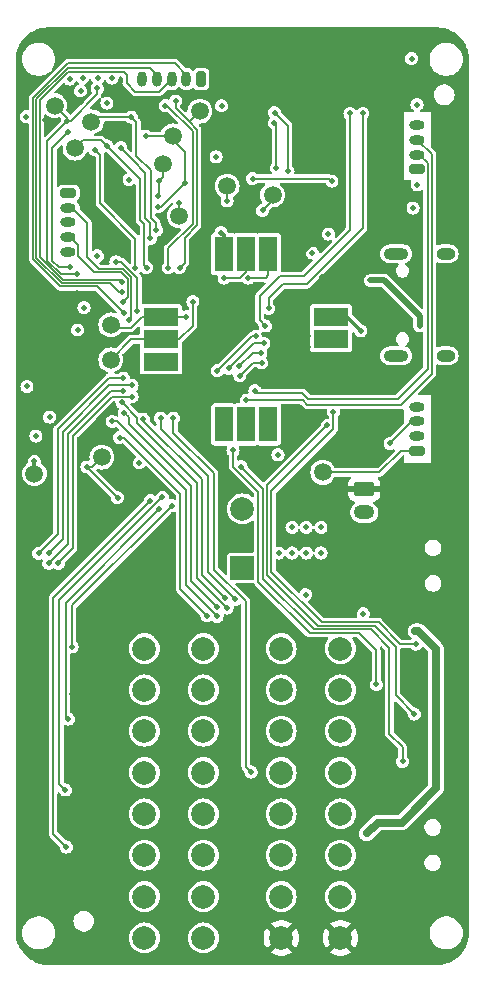
<source format=gbl>
%TF.GenerationSoftware,KiCad,Pcbnew,7.0.2-0*%
%TF.CreationDate,2023-12-01T11:24:17-06:00*%
%TF.ProjectId,Flight Computer,466c6967-6874-4204-936f-6d7075746572,1.1*%
%TF.SameCoordinates,Original*%
%TF.FileFunction,Copper,L4,Bot*%
%TF.FilePolarity,Positive*%
%FSLAX46Y46*%
G04 Gerber Fmt 4.6, Leading zero omitted, Abs format (unit mm)*
G04 Created by KiCad (PCBNEW 7.0.2-0) date 2023-12-01 11:24:17*
%MOMM*%
%LPD*%
G01*
G04 APERTURE LIST*
G04 Aperture macros list*
%AMRoundRect*
0 Rectangle with rounded corners*
0 $1 Rounding radius*
0 $2 $3 $4 $5 $6 $7 $8 $9 X,Y pos of 4 corners*
0 Add a 4 corners polygon primitive as box body*
4,1,4,$2,$3,$4,$5,$6,$7,$8,$9,$2,$3,0*
0 Add four circle primitives for the rounded corners*
1,1,$1+$1,$2,$3*
1,1,$1+$1,$4,$5*
1,1,$1+$1,$6,$7*
1,1,$1+$1,$8,$9*
0 Add four rect primitives between the rounded corners*
20,1,$1+$1,$2,$3,$4,$5,0*
20,1,$1+$1,$4,$5,$6,$7,0*
20,1,$1+$1,$6,$7,$8,$9,0*
20,1,$1+$1,$8,$9,$2,$3,0*%
G04 Aperture macros list end*
%TA.AperFunction,ComponentPad*%
%ADD10RoundRect,0.200000X0.450000X-0.200000X0.450000X0.200000X-0.450000X0.200000X-0.450000X-0.200000X0*%
%TD*%
%TA.AperFunction,ComponentPad*%
%ADD11O,1.300000X0.800000*%
%TD*%
%TA.AperFunction,ComponentPad*%
%ADD12O,2.100000X1.000000*%
%TD*%
%TA.AperFunction,ComponentPad*%
%ADD13O,1.600000X1.000000*%
%TD*%
%TA.AperFunction,ComponentPad*%
%ADD14RoundRect,0.200000X0.200000X0.450000X-0.200000X0.450000X-0.200000X-0.450000X0.200000X-0.450000X0*%
%TD*%
%TA.AperFunction,ComponentPad*%
%ADD15O,0.800000X1.300000*%
%TD*%
%TA.AperFunction,ComponentPad*%
%ADD16RoundRect,0.200000X-0.450000X0.200000X-0.450000X-0.200000X0.450000X-0.200000X0.450000X0.200000X0*%
%TD*%
%TA.AperFunction,SMDPad,CuDef*%
%ADD17C,1.500000*%
%TD*%
%TA.AperFunction,ComponentPad*%
%ADD18RoundRect,0.250000X-0.625000X0.350000X-0.625000X-0.350000X0.625000X-0.350000X0.625000X0.350000X0*%
%TD*%
%TA.AperFunction,ComponentPad*%
%ADD19O,1.750000X1.200000*%
%TD*%
%TA.AperFunction,ComponentPad*%
%ADD20C,2.000000*%
%TD*%
%TA.AperFunction,SMDPad,CuDef*%
%ADD21R,3.000000X1.500000*%
%TD*%
%TA.AperFunction,SMDPad,CuDef*%
%ADD22R,1.500000X3.000000*%
%TD*%
%TA.AperFunction,ComponentPad*%
%ADD23R,2.000000X2.000000*%
%TD*%
%TA.AperFunction,ViaPad*%
%ADD24C,0.500000*%
%TD*%
%TA.AperFunction,ViaPad*%
%ADD25C,0.700000*%
%TD*%
%TA.AperFunction,Conductor*%
%ADD26C,0.300000*%
%TD*%
%TA.AperFunction,Conductor*%
%ADD27C,0.127000*%
%TD*%
%TA.AperFunction,Conductor*%
%ADD28C,0.500000*%
%TD*%
%TA.AperFunction,Conductor*%
%ADD29C,0.700000*%
%TD*%
G04 APERTURE END LIST*
D10*
%TO.P,J8,1,Pin_1*%
%TO.N,/Connectors and Power Supply/Vin_combined*%
X118270000Y-54690000D03*
D11*
%TO.P,J8,2,Pin_2*%
%TO.N,/UART3 RX*%
X118270000Y-53440000D03*
%TO.P,J8,3,Pin_3*%
%TO.N,/UART3 TX*%
X118270000Y-52190000D03*
%TO.P,J8,4,Pin_4*%
%TO.N,GND*%
X118270000Y-50940000D03*
%TD*%
D12*
%TO.P,J7,S1,SHIELD*%
%TO.N,Net-(J7-SHIELD)*%
X116520000Y-46640000D03*
D13*
X120700000Y-46640000D03*
D12*
X116520000Y-38000000D03*
D13*
X120700000Y-38000000D03*
%TD*%
D14*
%TO.P,J3,1,Pin_1*%
%TO.N,+3.3V*%
X100000000Y-23200000D03*
D15*
%TO.P,J3,2,Pin_2*%
%TO.N,/NRST*%
X98750000Y-23200000D03*
%TO.P,J3,3,Pin_3*%
%TO.N,/SWCLK*%
X97500000Y-23200000D03*
%TO.P,J3,4,Pin_4*%
%TO.N,/SWDIO*%
X96250000Y-23200000D03*
%TO.P,J3,5,Pin_5*%
%TO.N,GND*%
X95000000Y-23200000D03*
%TD*%
D10*
%TO.P,J9,1,Pin_1*%
%TO.N,+3.3V*%
X118300000Y-30857500D03*
D11*
%TO.P,J9,2,Pin_2*%
%TO.N,/I2C2 SDA*%
X118300000Y-29607500D03*
%TO.P,J9,3,Pin_3*%
%TO.N,/I2C2 SCL*%
X118300000Y-28357500D03*
%TO.P,J9,4,Pin_4*%
%TO.N,GND*%
X118300000Y-27107500D03*
%TD*%
D16*
%TO.P,J5,1,Pin_1*%
%TO.N,+3.3V*%
X88760000Y-32840000D03*
D11*
%TO.P,J5,2,Pin_2*%
%TO.N,/SPI2 MISO*%
X88760000Y-34090000D03*
%TO.P,J5,3,Pin_3*%
%TO.N,/SPI2 MOSI*%
X88760000Y-35340000D03*
%TO.P,J5,4,Pin_4*%
%TO.N,/SPI2 SCK*%
X88760000Y-36590000D03*
%TO.P,J5,5,Pin_5*%
%TO.N,GND*%
X88760000Y-37840000D03*
%TD*%
D17*
%TO.P,TP10,1,1*%
%TO.N,/UART2 TX*%
X92350000Y-44020000D03*
%TD*%
%TO.P,TP15,1,1*%
%TO.N,/QSPI Clock*%
X91600000Y-55210000D03*
%TD*%
D18*
%TO.P,J4,1,Pin_1*%
%TO.N,GND*%
X113800000Y-57900000D03*
D19*
%TO.P,J4,2,Pin_2*%
%TO.N,/Main battery connector*%
X113800000Y-59900000D03*
%TD*%
D17*
%TO.P,TP5,1,1*%
%TO.N,/SPI1 SCK*%
X97600000Y-28020000D03*
%TD*%
%TO.P,TP4,1,1*%
%TO.N,/SPI1 MOSI*%
X96750000Y-30420000D03*
%TD*%
%TO.P,TP1,1,1*%
%TO.N,/Connectors and Power Supply/Vin_combined*%
X110300000Y-56500000D03*
%TD*%
%TO.P,TP11,1,1*%
%TO.N,/UART2 RX*%
X92350000Y-46970000D03*
%TD*%
%TO.P,TP6,1,1*%
%TO.N,/Chip Select Altimeter*%
X87600000Y-25450000D03*
%TD*%
%TO.P,TP7,1,1*%
%TO.N,/Chip Select High G Accel*%
X99900000Y-25920000D03*
%TD*%
D20*
%TO.P,J2,1,Pin_1*%
%TO.N,+12V*%
X95200000Y-95920000D03*
%TO.P,J2,2,Pin_2*%
X100200000Y-95920000D03*
%TO.P,J2,3,Pin_3*%
%TO.N,/Pyrotechnic Channels/Pyro Channel A*%
X95200000Y-92420000D03*
%TO.P,J2,4,Pin_4*%
X100200000Y-92420000D03*
%TO.P,J2,5,Pin_5*%
%TO.N,+12V*%
X95200000Y-88920000D03*
%TO.P,J2,6,Pin_6*%
X100200000Y-88920000D03*
%TO.P,J2,7,Pin_7*%
%TO.N,/Pyrotechnic Channels/Pyro Channel B*%
X95200000Y-85420000D03*
%TO.P,J2,8,Pin_8*%
X100200000Y-85420000D03*
%TO.P,J2,9,Pin_9*%
%TO.N,+12V*%
X95200000Y-81920000D03*
%TO.P,J2,10,Pin_10*%
X100200000Y-81920000D03*
%TO.P,J2,11,Pin_11*%
%TO.N,/Pyrotechnic Channels/Pyro Channel C*%
X95200000Y-78420000D03*
%TO.P,J2,12,Pin_12*%
X100200000Y-78420000D03*
%TO.P,J2,13,Pin_13*%
%TO.N,+12V*%
X95200000Y-74920000D03*
%TO.P,J2,14,Pin_14*%
X100200000Y-74920000D03*
%TO.P,J2,15,Pin_15*%
%TO.N,/Pyrotechnic Channels/Pyro Channel D*%
X95200000Y-71420000D03*
%TO.P,J2,16,Pin_16*%
X100200000Y-71420000D03*
%TD*%
D21*
%TO.P,U11,1,GND*%
%TO.N,GND*%
X111000000Y-41432500D03*
%TO.P,U11,2,VCC_IO*%
%TO.N,+3.3V*%
X111000000Y-43332500D03*
%TO.P,U11,3,V_BCKP*%
%TO.N,unconnected-(U11-V_BCKP-Pad3)*%
X111000000Y-45232500D03*
%TO.P,U11,4,GND*%
%TO.N,GND*%
X111000000Y-47132500D03*
%TO.P,U11,5,GND*%
X111000000Y-49032500D03*
D22*
%TO.P,U11,6,GND*%
X107600000Y-52432500D03*
%TO.P,U11,7,TIMEPULSE*%
%TO.N,unconnected-(U11-TIMEPULSE-Pad7)*%
X105700000Y-52432500D03*
%TO.P,U11,8,~{SAFEBOOT}*%
%TO.N,unconnected-(U11-~{SAFEBOOT}-Pad8)*%
X103800000Y-52432500D03*
%TO.P,U11,9,SDA*%
%TO.N,unconnected-(U11-SDA-Pad9)*%
X101900000Y-52432500D03*
%TO.P,U11,10,GND*%
%TO.N,GND*%
X100000000Y-52432500D03*
D21*
%TO.P,U11,11,GND*%
X96600000Y-49032500D03*
%TO.P,U11,12,SCL*%
%TO.N,unconnected-(U11-SCL-Pad12)*%
X96600000Y-47132500D03*
%TO.P,U11,13,TXD*%
%TO.N,/UART2 RX*%
X96600000Y-45232500D03*
%TO.P,U11,14,RXD*%
%TO.N,/UART2 TX*%
X96600000Y-43332500D03*
%TO.P,U11,15,GND*%
%TO.N,GND*%
X96600000Y-41432500D03*
D22*
%TO.P,U11,16,GND*%
X100000000Y-38032500D03*
%TO.P,U11,17,VCC*%
%TO.N,+3.3V*%
X101900000Y-38032500D03*
%TO.P,U11,18,~{RESET}*%
%TO.N,/GPS Reset*%
X103800000Y-38032500D03*
%TO.P,U11,19,EXTINT*%
%TO.N,/GPS External Interrupt*%
X105700000Y-38032500D03*
%TO.P,U11,20,GND*%
%TO.N,GND*%
X107600000Y-38032500D03*
%TD*%
D17*
%TO.P,TP9,1,1*%
%TO.N,/Chip Select Low G Gyro*%
X90700000Y-26820000D03*
%TD*%
D23*
%TO.P,BZ1,1,-*%
%TO.N,+3.3V*%
X103500000Y-64590000D03*
D20*
%TO.P,BZ1,2,+*%
%TO.N,Net-(BZ1-+)*%
X103500000Y-59590000D03*
%TD*%
D17*
%TO.P,TP3,1,1*%
%TO.N,/SPI1 MISO*%
X98150000Y-34770000D03*
%TD*%
%TO.P,TP2,1,1*%
%TO.N,+3.3V*%
X85880000Y-56610000D03*
%TD*%
%TO.P,TP13,1,1*%
%TO.N,/SDMMC Clock*%
X106050000Y-33020000D03*
%TD*%
%TO.P,TP14,1,1*%
%TO.N,/SDMMC Command*%
X102200000Y-32270000D03*
%TD*%
D20*
%TO.P,J1,1,Pin_1*%
%TO.N,/Pyrotechnic Channels/Pyro Channel E*%
X111790000Y-71420000D03*
%TO.P,J1,2,Pin_2*%
X106790000Y-71420000D03*
%TO.P,J1,3,Pin_3*%
%TO.N,+12V*%
X111790000Y-74920000D03*
%TO.P,J1,4,Pin_4*%
X106790000Y-74920000D03*
%TO.P,J1,5,Pin_5*%
%TO.N,/Pyrotechnic Channels/Pyro Channel F*%
X111790000Y-78420000D03*
%TO.P,J1,6,Pin_6*%
X106790000Y-78420000D03*
%TO.P,J1,7,Pin_7*%
%TO.N,+12V*%
X111790000Y-81920000D03*
%TO.P,J1,8,Pin_8*%
X106790000Y-81920000D03*
%TO.P,J1,9,Pin_9*%
%TO.N,/Main battery connector*%
X111790000Y-85420000D03*
%TO.P,J1,10,Pin_10*%
X106790000Y-85420000D03*
%TO.P,J1,11,Pin_11*%
%TO.N,/Main battery in*%
X111790000Y-88920000D03*
%TO.P,J1,12,Pin_12*%
X106790000Y-88920000D03*
%TO.P,J1,13,Pin_13*%
%TO.N,+12V*%
X111790000Y-92420000D03*
%TO.P,J1,14,Pin_14*%
X106790000Y-92420000D03*
%TO.P,J1,15,Pin_15*%
%TO.N,GND*%
X111790000Y-95920000D03*
%TO.P,J1,16,Pin_16*%
X106790000Y-95920000D03*
%TD*%
D17*
%TO.P,TP8,1,1*%
%TO.N,/Chip Select Low G Accel*%
X89320000Y-29050000D03*
%TD*%
%TO.P,TP12,1,1*%
%TO.N,GND*%
X114460000Y-53420000D03*
%TD*%
D24*
%TO.N,+3.3V*%
X87170000Y-51820000D03*
X110140000Y-61160000D03*
X85880000Y-55570000D03*
X86010000Y-53430000D03*
X113730000Y-68480000D03*
X110160000Y-63330000D03*
X88859943Y-23196569D03*
X101750000Y-25470000D03*
X90080000Y-42560000D03*
X89550000Y-44437500D03*
X89980000Y-23100000D03*
X93900000Y-31720000D03*
X108910000Y-63330000D03*
X85210000Y-26390000D03*
X117830000Y-21480000D03*
X89800000Y-24200000D03*
X94776731Y-55693270D03*
X106512500Y-55020000D03*
X109420000Y-37920000D03*
X110780000Y-36320000D03*
X92020000Y-25239500D03*
X92460000Y-23120000D03*
X113515378Y-44524622D03*
X85250000Y-49232500D03*
X107710000Y-63330000D03*
X107690000Y-61160000D03*
X101674500Y-36201000D03*
X106560000Y-63330000D03*
X118300000Y-32160000D03*
X108840000Y-66860000D03*
X117950500Y-34132500D03*
X118280000Y-25370000D03*
X108890000Y-61160000D03*
X91210000Y-38170000D03*
X101266208Y-29795738D03*
X91250000Y-23150000D03*
%TO.N,GND*%
X88000000Y-48732500D03*
X92980000Y-25239500D03*
X117020000Y-77540000D03*
X89080000Y-91670000D03*
X90730000Y-74760000D03*
X84800000Y-48032500D03*
X101720000Y-23710000D03*
X108050000Y-58550000D03*
X95160000Y-27110000D03*
X114430000Y-36620000D03*
X86180000Y-40500000D03*
X109860000Y-66870000D03*
X100700000Y-28620000D03*
X114850000Y-62300000D03*
X90290000Y-92740000D03*
X109180000Y-36920000D03*
X110750000Y-26100000D03*
X85550000Y-73880000D03*
X91210000Y-35180000D03*
X102200000Y-75420000D03*
X117100000Y-72070000D03*
X89550000Y-43470000D03*
X89810000Y-25130000D03*
X113900000Y-62300000D03*
X85560000Y-91120000D03*
X103350000Y-33007998D03*
X85180000Y-24260000D03*
X97640000Y-62600000D03*
X117920000Y-79300000D03*
X98900000Y-47882500D03*
X114460000Y-52200000D03*
X93950000Y-55670000D03*
X89360000Y-19340000D03*
X121450000Y-73870000D03*
X112990000Y-48450000D03*
X86810000Y-26700000D03*
X104800000Y-75470000D03*
X84820000Y-51820000D03*
X109060000Y-45920000D03*
X89090000Y-93240000D03*
X89450000Y-41310000D03*
X89040000Y-87230000D03*
X102740000Y-57850000D03*
X90270000Y-86710000D03*
X114350000Y-39070000D03*
X117870000Y-23040000D03*
X90650000Y-59370000D03*
X92667869Y-60037869D03*
X121450000Y-79630000D03*
X113600000Y-65850000D03*
X102500000Y-85400000D03*
X89130000Y-73680000D03*
X117720000Y-48140000D03*
X89050000Y-75310000D03*
X100000000Y-36220000D03*
X89050000Y-85680000D03*
X117055000Y-34670000D03*
X121805000Y-34620000D03*
X102200000Y-80500000D03*
X104400419Y-55020000D03*
X115750000Y-62300000D03*
X85550000Y-79630000D03*
X98840000Y-51060000D03*
X90410000Y-80700000D03*
X101510000Y-27870000D03*
X92804977Y-31765023D03*
X90610000Y-19340000D03*
X108760000Y-52432500D03*
X109050000Y-44950000D03*
X104800000Y-80600000D03*
X118200000Y-77900000D03*
X90320000Y-70800000D03*
X117920000Y-73280000D03*
X88740000Y-81100000D03*
X112950000Y-62300000D03*
X89130000Y-79690000D03*
X118410000Y-71950000D03*
X91860000Y-19370000D03*
X114950000Y-46200000D03*
X116810000Y-76550000D03*
X85550000Y-85380000D03*
X94350000Y-58470000D03*
X110210000Y-39990000D03*
X118030000Y-82640000D03*
X86530000Y-41652500D03*
X111250000Y-39270000D03*
X92657760Y-28292825D03*
%TO.N,/SWDIO*%
X93340000Y-41220000D03*
%TO.N,/SWCLK*%
X93340000Y-40350000D03*
%TO.N,/NRST*%
X93430000Y-42980000D03*
%TO.N,/UART3 TX*%
X116000000Y-54060000D03*
%TO.N,/I2C2 SDA*%
X104550000Y-49580000D03*
%TO.N,/I2C2 SCL*%
X103840000Y-50390000D03*
%TO.N,/SDMMC Data 2*%
X106228415Y-26048415D03*
X107360000Y-31020000D03*
%TO.N,/SDMMC Data 3*%
X106370000Y-30720000D03*
X106200000Y-26910000D03*
%TO.N,/SDMMC Command*%
X102200000Y-33520000D03*
%TO.N,/SDMMC Clock*%
X105200000Y-34320000D03*
%TO.N,/SDMMC Data 0*%
X112600000Y-26120000D03*
X105437002Y-44105497D03*
%TO.N,/SDMMC Data 1*%
X105710000Y-42612500D03*
X113690000Y-26120000D03*
%TO.N,/SD Card Detect*%
X111070000Y-31842500D03*
X104360500Y-31640000D03*
%TO.N,/Pyro Channel A Trigger*%
X95701831Y-58897951D03*
X88590000Y-88230000D03*
%TO.N,/Pyro Channel B Trigger*%
X96725000Y-58615000D03*
X88510000Y-83390000D03*
%TO.N,/Pyro Channel C Trigger*%
X96469395Y-59617434D03*
X88760000Y-77400000D03*
%TO.N,/Pyro Channel E Trigger*%
X114830000Y-74450000D03*
X102700000Y-54640000D03*
%TO.N,/Pyro Channel F Trigger*%
X117060000Y-80980000D03*
X103390000Y-56020000D03*
%TO.N,/Pyro Channel D Trigger*%
X97505000Y-59325000D03*
X89070000Y-71280000D03*
%TO.N,/Pyro A Continuity Voltage*%
X102200000Y-68000000D03*
X93294710Y-50582500D03*
%TO.N,/Pyro B Continuity Voltage*%
X101350000Y-67900000D03*
X93500324Y-51449676D03*
%TO.N,/Pyro C Continuity Voltage*%
X92468412Y-52179334D03*
X101350000Y-68700000D03*
%TO.N,/Pyro E Continuity Voltage*%
X96589693Y-51908998D03*
X102900000Y-67250000D03*
%TO.N,/Pyro F Continuity Voltage*%
X102050000Y-67150000D03*
X95098967Y-51998603D03*
%TO.N,/Pyro D Continuity Voltage*%
X100500000Y-68650000D03*
X93107954Y-53562045D03*
%TO.N,/Ignition Battery Voltage*%
X104230000Y-81870000D03*
X97658242Y-51908000D03*
%TO.N,/High G Interrupt*%
X97225500Y-39170000D03*
X96970000Y-25450000D03*
%TO.N,/Chip Select Low G Gyro*%
X96200000Y-35997500D03*
X94095937Y-26420500D03*
%TO.N,/SPI1 SCK*%
X95300000Y-28032500D03*
X96370000Y-34020000D03*
X98604495Y-32020000D03*
%TO.N,/SPI1 MOSI*%
X96450000Y-31794500D03*
X96350000Y-33082000D03*
%TO.N,/SPI1 MISO*%
X98150000Y-33692454D03*
%TO.N,/Low G Gyro Interrupt*%
X95700000Y-36690000D03*
X93200000Y-29020000D03*
%TO.N,/Chip Select Low G Accel*%
X95380000Y-39170000D03*
X92003544Y-28854118D03*
%TO.N,/Low G Accel Interrupt*%
X94437076Y-39167384D03*
X91000000Y-29170000D03*
%TO.N,/Altimeter Interrupt*%
X88910000Y-39120000D03*
X88745000Y-27675000D03*
%TO.N,/QSPI Clock*%
X92925000Y-58645000D03*
X90325000Y-56045000D03*
%TO.N,/GPS Reset*%
X101947286Y-40045072D03*
%TO.N,/GPS External Interrupt*%
X104000000Y-40050000D03*
%TO.N,/UART2 TX*%
X98750000Y-43332500D03*
%TO.N,/UART2 RX*%
X99299665Y-42039665D03*
%TO.N,/USB 5V in*%
X118500000Y-44090000D03*
X114340000Y-40260000D03*
%TO.N,/Chip Select Altimeter*%
X88670000Y-26760000D03*
X89530000Y-39747500D03*
X91199500Y-24000000D03*
%TO.N,/Chip Select High G Accel*%
X98173946Y-39169500D03*
X97852500Y-25050000D03*
%TO.N,/SPI2 MISO*%
X93930000Y-43610000D03*
%TO.N,/SPI2 MOSI*%
X92790000Y-38680000D03*
X94603872Y-42876128D03*
%TO.N,/SPI2 SCK*%
X93420000Y-42120000D03*
%TO.N,/Pyro A Continuity LED*%
X101380000Y-47900000D03*
X93420000Y-48510000D03*
X104610000Y-44980000D03*
X86250000Y-63350000D03*
%TO.N,/Pyro B Continuity LED*%
X87100000Y-63350000D03*
X94149198Y-49135593D03*
X102320000Y-47710000D03*
X105310000Y-45590000D03*
%TO.N,/Pyro C Continuity LED*%
X87100000Y-64200000D03*
X103230000Y-47510000D03*
X105060000Y-46370000D03*
X93400000Y-49610000D03*
%TO.N,/Pyro D Continuity LED*%
X94150789Y-50083030D03*
X103280000Y-48310000D03*
X105120000Y-47230000D03*
X87900000Y-64200000D03*
%TO.N,/Pyro E Continuity LED*%
X111198873Y-51378873D03*
X118200000Y-71050000D03*
%TO.N,/Pyro F Continuity LED*%
X110675000Y-52525000D03*
X118040000Y-76960000D03*
D25*
%TO.N,/Connectors and Power Supply/Vin_combined*%
X114020000Y-87080000D03*
X118150000Y-69950000D03*
%TD*%
D26*
%TO.N,+3.3V*%
X113515378Y-44524622D02*
X112323256Y-43332500D01*
X112323256Y-43332500D02*
X111000000Y-43332500D01*
X101674500Y-36201000D02*
X101900000Y-36426500D01*
X85880000Y-55570000D02*
X85880000Y-56610000D01*
X101900000Y-36426500D02*
X101900000Y-38032500D01*
%TO.N,GND*%
X98397500Y-49032500D02*
X98900000Y-48530000D01*
X112990000Y-48450000D02*
X111582500Y-48450000D01*
X114460000Y-53420000D02*
X114460000Y-52200000D01*
X111000000Y-47132500D02*
X111000000Y-49032500D01*
X108457500Y-38032500D02*
X107600000Y-38032500D01*
X109180000Y-37310000D02*
X108457500Y-38032500D01*
X96600000Y-49032500D02*
X98397500Y-49032500D01*
X111582500Y-48450000D02*
X111000000Y-49032500D01*
X98900000Y-48530000D02*
X98900000Y-47882500D01*
X107600000Y-52432500D02*
X108760000Y-52432500D01*
X109180000Y-36920000D02*
X109180000Y-37310000D01*
X100000000Y-36220000D02*
X100000000Y-38032500D01*
D27*
%TO.N,/SWDIO*%
X93050000Y-41220000D02*
X92324000Y-40494000D01*
X93340000Y-41220000D02*
X93050000Y-41220000D01*
X86046000Y-38354420D02*
X86046000Y-24926523D01*
X96250000Y-22840000D02*
X96250000Y-23200000D01*
X92324000Y-40494000D02*
X88185580Y-40494000D01*
X88185580Y-40494000D02*
X86046000Y-38354420D01*
X88722523Y-22250000D02*
X95660000Y-22250000D01*
X95660000Y-22250000D02*
X96250000Y-22840000D01*
X86046000Y-24926523D02*
X88722523Y-22250000D01*
%TO.N,/SWCLK*%
X93710000Y-22870000D02*
X93710000Y-23570000D01*
X86320000Y-38269210D02*
X86320000Y-25011733D01*
X94440000Y-24300000D02*
X96400000Y-24300000D01*
X96400000Y-24300000D02*
X97500000Y-23200000D01*
X93340000Y-40350000D02*
X93230000Y-40240000D01*
X88290790Y-40240000D02*
X86320000Y-38269210D01*
X86320000Y-25011733D02*
X88711733Y-22620000D01*
X88711733Y-22620000D02*
X93460000Y-22620000D01*
X93460000Y-22620000D02*
X93710000Y-22870000D01*
X93710000Y-23570000D02*
X94440000Y-24300000D01*
X93230000Y-40240000D02*
X88290790Y-40240000D01*
%TO.N,/NRST*%
X93430000Y-42970000D02*
X91208000Y-40748000D01*
X93430000Y-42980000D02*
X93430000Y-42970000D01*
X97750000Y-21870000D02*
X98750000Y-22870000D01*
X88743313Y-21870000D02*
X97750000Y-21870000D01*
X85792000Y-38459630D02*
X85792000Y-24821313D01*
X91208000Y-40748000D02*
X88080370Y-40748000D01*
X98750000Y-22870000D02*
X98750000Y-23200000D01*
X88080370Y-40748000D02*
X85792000Y-38459630D01*
X85792000Y-24821313D02*
X88743313Y-21870000D01*
%TO.N,/UART3 TX*%
X117870000Y-52190000D02*
X118270000Y-52190000D01*
X116000000Y-54060000D02*
X117870000Y-52190000D01*
%TO.N,/I2C2 SDA*%
X104740000Y-49770000D02*
X108550000Y-49770000D01*
X109080000Y-50300000D02*
X116650000Y-50300000D01*
X104550000Y-49580000D02*
X104740000Y-49770000D01*
X119190000Y-47760000D02*
X119190000Y-30319683D01*
X116650000Y-50300000D02*
X119190000Y-47760000D01*
X108550000Y-49770000D02*
X109080000Y-50300000D01*
X118477817Y-29607500D02*
X118300000Y-29607500D01*
X119190000Y-30319683D02*
X118477817Y-29607500D01*
%TO.N,/I2C2 SCL*%
X116930000Y-50780000D02*
X119530000Y-48180000D01*
X108592998Y-50382998D02*
X108990000Y-50780000D01*
X119530000Y-48180000D02*
X119530000Y-29587500D01*
X108990000Y-50780000D02*
X116930000Y-50780000D01*
X119530000Y-29587500D02*
X118300000Y-28357500D01*
X103847002Y-50382998D02*
X108592998Y-50382998D01*
X103840000Y-50390000D02*
X103847002Y-50382998D01*
%TO.N,/SDMMC Data 2*%
X106228415Y-26048415D02*
X107360000Y-27180000D01*
X107360000Y-27180000D02*
X107360000Y-31020000D01*
%TO.N,/SDMMC Data 3*%
X106370000Y-27080000D02*
X106370000Y-30720000D01*
X106200000Y-26910000D02*
X106370000Y-27080000D01*
%TO.N,/SDMMC Command*%
X102200000Y-32270000D02*
X102200000Y-33520000D01*
%TO.N,/SDMMC Clock*%
X105200000Y-34320000D02*
X106050000Y-33470000D01*
X106050000Y-33470000D02*
X106050000Y-33020000D01*
%TO.N,/SDMMC Data 0*%
X112600000Y-26120000D02*
X112600000Y-35982500D01*
X104960000Y-43628495D02*
X105437002Y-44105497D01*
X104960000Y-41572500D02*
X104960000Y-43628495D01*
X108700000Y-39882500D02*
X106650000Y-39882500D01*
X106650000Y-39882500D02*
X104960000Y-41572500D01*
X112600000Y-35982500D02*
X108700000Y-39882500D01*
%TO.N,/SDMMC Data 1*%
X113690000Y-26120000D02*
X113690000Y-35842500D01*
X108950000Y-40582500D02*
X106900000Y-40582500D01*
X113690000Y-35842500D02*
X108950000Y-40582500D01*
X105710000Y-41772500D02*
X105710000Y-42612500D01*
X106900000Y-40582500D02*
X105710000Y-41772500D01*
%TO.N,/SD Card Detect*%
X104360500Y-31640000D02*
X110867500Y-31640000D01*
X110867500Y-31640000D02*
X111070000Y-31842500D01*
%TO.N,/Pyro Channel A Trigger*%
X88590000Y-88230000D02*
X87470000Y-87110000D01*
X87470000Y-67129782D02*
X95701831Y-58897951D01*
X87470000Y-87110000D02*
X87470000Y-67129782D01*
%TO.N,/Pyro Channel B Trigger*%
X87990000Y-82870000D02*
X87990000Y-67350000D01*
X88510000Y-83390000D02*
X87990000Y-82870000D01*
X87990000Y-67350000D02*
X96725000Y-58615000D01*
%TO.N,/Pyro Channel C Trigger*%
X88540000Y-77180000D02*
X88540000Y-67546829D01*
X88540000Y-67546829D02*
X96469395Y-59617434D01*
X88760000Y-77400000D02*
X88540000Y-77180000D01*
%TO.N,/Pyro Channel E Trigger*%
X104850000Y-65750000D02*
X109202420Y-70102420D01*
X114830000Y-71570000D02*
X114830000Y-74450000D01*
X102700000Y-54640000D02*
X102700000Y-56010000D01*
X102700000Y-56010000D02*
X104850000Y-58160000D01*
X104850000Y-58160000D02*
X104850000Y-65750000D01*
X113362420Y-70102420D02*
X114830000Y-71570000D01*
X109202420Y-70102420D02*
X113362420Y-70102420D01*
%TO.N,/Pyro Channel F Trigger*%
X115950000Y-71400000D02*
X115950000Y-78670000D01*
X105250000Y-57880000D02*
X105250000Y-65500000D01*
X117060000Y-79780000D02*
X117060000Y-80980000D01*
X105250000Y-65500000D02*
X109550000Y-69800000D01*
X114350000Y-69800000D02*
X115950000Y-71400000D01*
X109550000Y-69800000D02*
X114350000Y-69800000D01*
X115950000Y-78670000D02*
X117060000Y-79780000D01*
X103390000Y-56020000D02*
X105250000Y-57880000D01*
%TO.N,/Pyro Channel D Trigger*%
X89070000Y-67760000D02*
X97505000Y-59325000D01*
X89070000Y-71280000D02*
X89070000Y-67760000D01*
%TO.N,/Pyro A Continuity Voltage*%
X102200000Y-68000000D02*
X99650000Y-65450000D01*
X94572967Y-51860757D02*
X93294710Y-50582500D01*
X99650000Y-57400000D02*
X94572967Y-52322967D01*
X99650000Y-65450000D02*
X99650000Y-57400000D01*
X94572967Y-52322967D02*
X94572967Y-51860757D01*
%TO.N,/Pyro B Continuity Voltage*%
X93898967Y-51848319D02*
X93500324Y-51449676D01*
X99150000Y-57700000D02*
X93898967Y-52448967D01*
X101350000Y-67900000D02*
X99150000Y-65700000D01*
X93898967Y-52448967D02*
X93898967Y-51848319D01*
X99150000Y-65700000D02*
X99150000Y-57700000D01*
%TO.N,/Pyro C Continuity Voltage*%
X98700000Y-66050000D02*
X98700000Y-58000000D01*
X92879334Y-52179334D02*
X92468412Y-52179334D01*
X101350000Y-68700000D02*
X98700000Y-66050000D01*
X98700000Y-58000000D02*
X92879334Y-52179334D01*
%TO.N,/Pyro E Continuity Voltage*%
X102900000Y-67250000D02*
X100600000Y-64950000D01*
X100600000Y-56850000D02*
X96589693Y-52839693D01*
X96589693Y-52839693D02*
X96589693Y-51908998D01*
X100600000Y-64950000D02*
X100600000Y-56850000D01*
%TO.N,/Pyro F Continuity Voltage*%
X95199500Y-52199500D02*
X95199500Y-52099136D01*
X100100000Y-57100000D02*
X95199500Y-52199500D01*
X100100000Y-65200000D02*
X100100000Y-57100000D01*
X95199500Y-52099136D02*
X95098967Y-51998603D01*
X102050000Y-67150000D02*
X100100000Y-65200000D01*
%TO.N,/Pyro D Continuity Voltage*%
X98250000Y-66400000D02*
X98250000Y-58350000D01*
X98250000Y-58350000D02*
X93462045Y-53562045D01*
X100500000Y-68650000D02*
X98250000Y-66400000D01*
X93462045Y-53562045D02*
X93107954Y-53562045D01*
%TO.N,/Ignition Battery Voltage*%
X101100000Y-56600000D02*
X97658242Y-53158242D01*
X104230000Y-81870000D02*
X103780000Y-81420000D01*
X97658242Y-53158242D02*
X97658242Y-51908000D01*
X101100000Y-64750000D02*
X101100000Y-56600000D01*
X103780000Y-81420000D02*
X103780000Y-67430000D01*
X103780000Y-67430000D02*
X101100000Y-64750000D01*
%TO.N,/High G Interrupt*%
X97225500Y-39170000D02*
X97225500Y-37542052D01*
X99329495Y-27629495D02*
X97150000Y-25450000D01*
X97225500Y-37542052D02*
X99329495Y-35438057D01*
X97150000Y-25450000D02*
X96970000Y-25450000D01*
X99329495Y-35438057D02*
X99329495Y-27629495D01*
%TO.N,/Chip Select Low G Gyro*%
X95760000Y-30940000D02*
X94525000Y-29705000D01*
X94095937Y-26420500D02*
X94095437Y-26420000D01*
X94525000Y-26849563D02*
X94095937Y-26420500D01*
X94095437Y-26420000D02*
X91100000Y-26420000D01*
X91100000Y-26420000D02*
X90700000Y-26820000D01*
X96200000Y-35380000D02*
X95760000Y-34940000D01*
X94525000Y-29705000D02*
X94525000Y-26849563D01*
X96200000Y-35997500D02*
X96200000Y-35380000D01*
X95760000Y-34940000D02*
X95760000Y-30940000D01*
%TO.N,/SPI1 SCK*%
X96604495Y-34020000D02*
X98604495Y-32020000D01*
X97262500Y-28032500D02*
X95300000Y-28032500D01*
X98604495Y-32020000D02*
X98604495Y-29374495D01*
X98604495Y-29374495D02*
X97262500Y-28032500D01*
X96370000Y-34020000D02*
X96604495Y-34020000D01*
%TO.N,/SPI1 MOSI*%
X96450000Y-31794500D02*
X96450000Y-32982000D01*
X96750000Y-31494500D02*
X96750000Y-30370000D01*
X96450000Y-31794500D02*
X96750000Y-31494500D01*
X96450000Y-32982000D02*
X96350000Y-33082000D01*
%TO.N,/SPI1 MISO*%
X98150000Y-33692454D02*
X98150000Y-34370000D01*
%TO.N,/Low G Gyro Interrupt*%
X95700000Y-36690000D02*
X95700000Y-35410000D01*
X94198000Y-30048000D02*
X93200000Y-29050000D01*
X93200000Y-29050000D02*
X93200000Y-29020000D01*
X95260000Y-34970000D02*
X95260000Y-31130000D01*
X95260000Y-31130000D02*
X94198000Y-30068000D01*
X94198000Y-30068000D02*
X94198000Y-30048000D01*
X95700000Y-35410000D02*
X95260000Y-34970000D01*
%TO.N,/Chip Select Low G Accel*%
X89320000Y-29050000D02*
X89990000Y-28380000D01*
X91529426Y-28380000D02*
X92003544Y-28854118D01*
X89990000Y-28380000D02*
X91529426Y-28380000D01*
X95170000Y-38960000D02*
X95170000Y-35470000D01*
X92004118Y-28854118D02*
X92003544Y-28854118D01*
X95380000Y-39170000D02*
X95170000Y-38960000D01*
X95170000Y-35470000D02*
X94823000Y-35123000D01*
X94823000Y-31673000D02*
X92004118Y-28854118D01*
X94823000Y-35123000D02*
X94823000Y-31673000D01*
%TO.N,/Low G Accel Interrupt*%
X91425000Y-33707500D02*
X91425000Y-29595000D01*
X91425000Y-29595000D02*
X91000000Y-29170000D01*
X94437076Y-36719576D02*
X91425000Y-33707500D01*
X94437076Y-39167384D02*
X94437076Y-36719576D01*
%TO.N,/Altimeter Interrupt*%
X87410000Y-38580000D02*
X87410000Y-29010000D01*
X87410000Y-29010000D02*
X88745000Y-27675000D01*
X88910000Y-39120000D02*
X87950000Y-39120000D01*
X87950000Y-39120000D02*
X87410000Y-38580000D01*
%TO.N,/QSPI Clock*%
X92925000Y-58645000D02*
X90325000Y-56045000D01*
X91600000Y-55210000D02*
X90765000Y-56045000D01*
X90765000Y-56045000D02*
X90325000Y-56045000D01*
%TO.N,/GPS Reset*%
X101947286Y-40045072D02*
X103254928Y-40045072D01*
X103254928Y-40045072D02*
X103800000Y-39500000D01*
X103800000Y-39500000D02*
X103800000Y-38032500D01*
%TO.N,/GPS External Interrupt*%
X104000000Y-40050000D02*
X105482500Y-40050000D01*
X105700000Y-39832500D02*
X105700000Y-38032500D01*
X105482500Y-40050000D02*
X105700000Y-39832500D01*
%TO.N,/UART2 TX*%
X92570000Y-44240000D02*
X94080000Y-44240000D01*
X98750000Y-43332500D02*
X96600000Y-43332500D01*
X92350000Y-44020000D02*
X92570000Y-44240000D01*
X94987500Y-43332500D02*
X96600000Y-43332500D01*
X94080000Y-44240000D02*
X94987500Y-43332500D01*
%TO.N,/UART2 RX*%
X99300000Y-42040000D02*
X99300000Y-44082500D01*
X94087500Y-45232500D02*
X92350000Y-46970000D01*
X98150000Y-45232500D02*
X96600000Y-45232500D01*
X96600000Y-45232500D02*
X94087500Y-45232500D01*
X99299665Y-42039665D02*
X99300000Y-42040000D01*
X99300000Y-44082500D02*
X98150000Y-45232500D01*
D28*
%TO.N,/USB 5V in*%
X118500000Y-43282500D02*
X118500000Y-44090000D01*
X114340000Y-40260000D02*
X115477500Y-40260000D01*
X115477500Y-40260000D02*
X118500000Y-43282500D01*
D27*
%TO.N,/Chip Select Altimeter*%
X88950000Y-26760000D02*
X88670000Y-26760000D01*
X86980000Y-38570000D02*
X86980000Y-28450000D01*
X91199500Y-24000000D02*
X91199500Y-24510500D01*
X88670000Y-26520000D02*
X87600000Y-25450000D01*
X86980000Y-28450000D02*
X88670000Y-26760000D01*
X91199500Y-24510500D02*
X88950000Y-26760000D01*
X88670000Y-26760000D02*
X88670000Y-26520000D01*
X88157500Y-39747500D02*
X86980000Y-38570000D01*
X89530000Y-39747500D02*
X88157500Y-39747500D01*
%TO.N,/Chip Select High G Accel*%
X98941224Y-26778776D02*
X99041224Y-26778776D01*
X98600000Y-38743446D02*
X98600000Y-36630000D01*
X98941224Y-26778776D02*
X97852500Y-25690052D01*
X99656495Y-35573505D02*
X99656495Y-27494047D01*
X97852500Y-25690052D02*
X97852500Y-25050000D01*
X98173946Y-39169500D02*
X98600000Y-38743446D01*
X99041224Y-26778776D02*
X99900000Y-25920000D01*
X98600000Y-36630000D02*
X99656495Y-35573505D01*
X99656495Y-27494047D02*
X98941224Y-26778776D01*
%TO.N,/SPI2 MISO*%
X94100000Y-39990000D02*
X93416000Y-39306000D01*
X93930000Y-43610000D02*
X94100000Y-43440000D01*
X93416000Y-39306000D02*
X91386000Y-39306000D01*
X89070000Y-34090000D02*
X88760000Y-34090000D01*
X90380000Y-38300000D02*
X90380000Y-35400000D01*
X91386000Y-39306000D02*
X90380000Y-38300000D01*
X90380000Y-35400000D02*
X89070000Y-34090000D01*
X94100000Y-43440000D02*
X94100000Y-39990000D01*
%TO.N,/SPI2 MOSI*%
X92790000Y-38680000D02*
X93230000Y-38680000D01*
X94603872Y-40053872D02*
X94603872Y-42876128D01*
X93230000Y-38680000D02*
X94603872Y-40053872D01*
%TO.N,/SPI2 SCK*%
X93240000Y-39560000D02*
X90970790Y-39560000D01*
X89610500Y-37260500D02*
X88940000Y-36590000D01*
X93846000Y-41684000D02*
X93846000Y-40166000D01*
X90970790Y-39560000D02*
X89610500Y-38199710D01*
X93846000Y-40166000D02*
X93240000Y-39560000D01*
X93420000Y-42110000D02*
X93846000Y-41684000D01*
X89610500Y-38199710D02*
X89610500Y-37260500D01*
X93420000Y-42120000D02*
X93420000Y-42110000D01*
X88940000Y-36590000D02*
X88760000Y-36590000D01*
%TO.N,/Pyro A Continuity LED*%
X92190000Y-48510000D02*
X93420000Y-48510000D01*
X86250000Y-63350000D02*
X87860000Y-61740000D01*
X87860000Y-61740000D02*
X87860000Y-52840000D01*
X104300000Y-44980000D02*
X101380000Y-47900000D01*
X104610000Y-44980000D02*
X104300000Y-44980000D01*
X87860000Y-52840000D02*
X92190000Y-48510000D01*
%TO.N,/Pyro B Continuity LED*%
X87100000Y-63350000D02*
X88290000Y-62160000D01*
X104440000Y-45590000D02*
X102320000Y-47710000D01*
X92203617Y-49135593D02*
X94149198Y-49135593D01*
X105310000Y-45590000D02*
X104440000Y-45590000D01*
X88290000Y-53049210D02*
X92203617Y-49135593D01*
X88290000Y-62160000D02*
X88290000Y-53049210D01*
%TO.N,/Pyro C Continuity LED*%
X88720000Y-62580000D02*
X88720000Y-53230000D01*
X87100000Y-64200000D02*
X88720000Y-62580000D01*
X104370000Y-46370000D02*
X103230000Y-47510000D01*
X105060000Y-46370000D02*
X104370000Y-46370000D01*
X92340000Y-49610000D02*
X93400000Y-49610000D01*
X88720000Y-53230000D02*
X92340000Y-49610000D01*
%TO.N,/Pyro D Continuity LED*%
X104360000Y-47230000D02*
X103280000Y-48310000D01*
X89150000Y-53390000D02*
X92456970Y-50083030D01*
X105120000Y-47230000D02*
X104360000Y-47230000D01*
X89150000Y-62950000D02*
X89150000Y-53390000D01*
X92456970Y-50083030D02*
X94150789Y-50083030D01*
X87900000Y-64200000D02*
X89150000Y-62950000D01*
%TO.N,/Pyro E Continuity LED*%
X116870000Y-71050000D02*
X115020000Y-69200000D01*
X105950000Y-64950000D02*
X105950000Y-58100000D01*
X111198873Y-52851127D02*
X111198873Y-51378873D01*
X115020000Y-69200000D02*
X110200000Y-69200000D01*
X110200000Y-69200000D02*
X105950000Y-64950000D01*
X105950000Y-58100000D02*
X111198873Y-52851127D01*
X118200000Y-71050000D02*
X116870000Y-71050000D01*
%TO.N,/Pyro F Continuity LED*%
X110675000Y-52525000D02*
X110675000Y-52535000D01*
X116480000Y-71280000D02*
X116480000Y-75387746D01*
X114700000Y-69500000D02*
X116480000Y-71280000D01*
X105600000Y-65200000D02*
X109900000Y-69500000D01*
X118040000Y-76947746D02*
X118040000Y-76960000D01*
X105600000Y-57610000D02*
X105600000Y-65200000D01*
X109900000Y-69500000D02*
X114700000Y-69500000D01*
X110675000Y-52535000D02*
X105600000Y-57610000D01*
X116480000Y-75387746D02*
X118040000Y-76947746D01*
D29*
%TO.N,/Connectors and Power Supply/Vin_combined*%
X119900000Y-83250000D02*
X119900000Y-71450000D01*
X114950000Y-86150000D02*
X117000000Y-86150000D01*
D27*
X110300000Y-56500000D02*
X115100000Y-56500000D01*
X115100000Y-56500000D02*
X116910000Y-54690000D01*
D29*
X117000000Y-86150000D02*
X119900000Y-83250000D01*
X114020000Y-87080000D02*
X114950000Y-86150000D01*
X118400000Y-69950000D02*
X118150000Y-69950000D01*
D27*
X116910000Y-54690000D02*
X118270000Y-54690000D01*
D29*
X119900000Y-71450000D02*
X118400000Y-69950000D01*
%TD*%
%TA.AperFunction,Conductor*%
%TO.N,GND*%
G36*
X108459409Y-50765905D02*
G01*
X108471221Y-50775994D01*
X108585717Y-50890491D01*
X108698660Y-51003434D01*
X108711534Y-51019287D01*
X108718493Y-51029939D01*
X108743736Y-51049586D01*
X108752927Y-51057702D01*
X108753935Y-51058710D01*
X108753938Y-51058712D01*
X108753941Y-51058715D01*
X108770713Y-51070690D01*
X108773991Y-51073135D01*
X108818496Y-51107774D01*
X108822894Y-51110038D01*
X108827919Y-51111534D01*
X108827922Y-51111536D01*
X108877018Y-51126152D01*
X108880844Y-51127378D01*
X108929259Y-51144000D01*
X108929260Y-51144000D01*
X108934209Y-51145699D01*
X108939127Y-51146416D01*
X108944353Y-51146199D01*
X108944354Y-51146200D01*
X108995482Y-51144084D01*
X108999574Y-51144000D01*
X110561657Y-51144000D01*
X110619848Y-51162907D01*
X110655812Y-51212407D01*
X110659810Y-51255922D01*
X110643623Y-51378873D01*
X110662542Y-51522582D01*
X110693833Y-51598125D01*
X110718012Y-51656498D01*
X110806252Y-51771494D01*
X110806254Y-51771495D01*
X110814187Y-51781834D01*
X110810505Y-51784658D01*
X110830722Y-51813909D01*
X110834873Y-51842276D01*
X110834873Y-51877910D01*
X110815966Y-51936101D01*
X110766466Y-51972065D01*
X110722951Y-51976063D01*
X110675000Y-51969750D01*
X110531290Y-51988669D01*
X110397375Y-52044139D01*
X110282378Y-52132378D01*
X110194139Y-52247375D01*
X110138669Y-52381290D01*
X110118049Y-52537922D01*
X110116195Y-52537678D01*
X110108095Y-52581367D01*
X110091100Y-52604125D01*
X105376562Y-57318662D01*
X105360711Y-57331534D01*
X105340681Y-57344622D01*
X105281625Y-57360625D01*
X105224442Y-57338859D01*
X105216524Y-57331750D01*
X103975062Y-56090288D01*
X103947285Y-56035771D01*
X103947250Y-56032882D01*
X103946951Y-56032922D01*
X103941925Y-55994749D01*
X103926330Y-55876291D01*
X103870861Y-55742375D01*
X103820506Y-55676751D01*
X103782621Y-55627378D01*
X103715999Y-55576258D01*
X103667625Y-55539139D01*
X103628401Y-55522892D01*
X103533709Y-55483669D01*
X103390000Y-55464750D01*
X103246291Y-55483669D01*
X103200884Y-55502477D01*
X103139887Y-55507276D01*
X103087719Y-55475306D01*
X103064305Y-55418778D01*
X103064000Y-55411012D01*
X103064000Y-55103403D01*
X103082907Y-55045212D01*
X103084925Y-55043145D01*
X103084686Y-55042961D01*
X103092618Y-55032622D01*
X103092621Y-55032621D01*
X103102305Y-55020000D01*
X105957250Y-55020000D01*
X105976169Y-55163709D01*
X106015392Y-55258401D01*
X106031639Y-55297625D01*
X106069950Y-55347552D01*
X106119878Y-55412621D01*
X106161315Y-55444416D01*
X106234875Y-55500861D01*
X106327288Y-55539139D01*
X106368790Y-55556330D01*
X106387709Y-55558820D01*
X106512500Y-55575250D01*
X106656209Y-55556330D01*
X106790125Y-55500861D01*
X106905121Y-55412621D01*
X106993361Y-55297625D01*
X107048830Y-55163709D01*
X107067750Y-55020000D01*
X107048830Y-54876291D01*
X106993361Y-54742375D01*
X106943432Y-54677306D01*
X106905121Y-54627378D01*
X106830186Y-54569879D01*
X106790125Y-54539139D01*
X106750901Y-54522892D01*
X106656209Y-54483669D01*
X106529217Y-54466951D01*
X106512500Y-54464750D01*
X106512499Y-54464750D01*
X106368790Y-54483669D01*
X106234875Y-54539139D01*
X106119878Y-54627378D01*
X106031639Y-54742375D01*
X105976169Y-54876290D01*
X105957250Y-55020000D01*
X103102305Y-55020000D01*
X103180861Y-54917625D01*
X103236330Y-54783709D01*
X103255250Y-54640000D01*
X103236330Y-54496291D01*
X103183970Y-54369882D01*
X103179170Y-54308888D01*
X103211140Y-54256719D01*
X103267668Y-54233304D01*
X103275435Y-54232999D01*
X104592009Y-54232999D01*
X104594864Y-54232999D01*
X104619991Y-54230085D01*
X104710012Y-54190336D01*
X104770880Y-54184128D01*
X104789982Y-54190334D01*
X104880009Y-54230085D01*
X104905135Y-54233000D01*
X106494864Y-54232999D01*
X106519991Y-54230085D01*
X106622765Y-54184706D01*
X106702206Y-54105265D01*
X106747585Y-54002491D01*
X106750500Y-53977365D01*
X106750499Y-50887636D01*
X106747585Y-50862509D01*
X106746993Y-50857402D01*
X106759071Y-50797421D01*
X106804099Y-50755994D01*
X106845334Y-50746998D01*
X108401218Y-50746998D01*
X108459409Y-50765905D01*
G37*
%TD.AperFunction*%
%TA.AperFunction,Conductor*%
G36*
X88225195Y-28806320D02*
G01*
X88268460Y-28849585D01*
X88278773Y-28904233D01*
X88264416Y-29049999D01*
X88284699Y-29255933D01*
X88335274Y-29422657D01*
X88344768Y-29453954D01*
X88442315Y-29636450D01*
X88573590Y-29796410D01*
X88733550Y-29927685D01*
X88916046Y-30025232D01*
X89114066Y-30085300D01*
X89320000Y-30105583D01*
X89525934Y-30085300D01*
X89723954Y-30025232D01*
X89906450Y-29927685D01*
X90066410Y-29796410D01*
X90197685Y-29636450D01*
X90295232Y-29453954D01*
X90310678Y-29403032D01*
X90345661Y-29352837D01*
X90403469Y-29332790D01*
X90462020Y-29350550D01*
X90496879Y-29393885D01*
X90519139Y-29447625D01*
X90607378Y-29562621D01*
X90657306Y-29600932D01*
X90722375Y-29650861D01*
X90795615Y-29681197D01*
X90856289Y-29706330D01*
X90906616Y-29712955D01*
X90974923Y-29721948D01*
X91030147Y-29748289D01*
X91059342Y-29802059D01*
X91061000Y-29820101D01*
X91061000Y-33659486D01*
X91058892Y-33679801D01*
X91056283Y-33692250D01*
X91056517Y-33694126D01*
X91060240Y-33723995D01*
X91061000Y-33736240D01*
X91061000Y-33737660D01*
X91064390Y-33757982D01*
X91064978Y-33762024D01*
X91071955Y-33817991D01*
X91073471Y-33822722D01*
X91100322Y-33872338D01*
X91102185Y-33875957D01*
X91120109Y-33912621D01*
X91126962Y-33926639D01*
X91129932Y-33930622D01*
X91171432Y-33968825D01*
X91174384Y-33971657D01*
X94044081Y-36841354D01*
X94071857Y-36895869D01*
X94073076Y-36911356D01*
X94073076Y-38703980D01*
X94054169Y-38762171D01*
X94052152Y-38764242D01*
X94052389Y-38764424D01*
X94044456Y-38774762D01*
X94044455Y-38774763D01*
X94024207Y-38801151D01*
X93973782Y-38835806D01*
X93912618Y-38834204D01*
X93875661Y-38810887D01*
X93521337Y-38456563D01*
X93508462Y-38440707D01*
X93501506Y-38430060D01*
X93476262Y-38410412D01*
X93467072Y-38402297D01*
X93466063Y-38401288D01*
X93465464Y-38400860D01*
X93449276Y-38389302D01*
X93446011Y-38386867D01*
X93401512Y-38352232D01*
X93397093Y-38349957D01*
X93343023Y-38333859D01*
X93339144Y-38332616D01*
X93290741Y-38316000D01*
X93285789Y-38314300D01*
X93280876Y-38313584D01*
X93255924Y-38314616D01*
X93197002Y-38298129D01*
X93191567Y-38294243D01*
X93067624Y-38199138D01*
X92933709Y-38143669D01*
X92790000Y-38124750D01*
X92646290Y-38143669D01*
X92512375Y-38199139D01*
X92397378Y-38287378D01*
X92309139Y-38402375D01*
X92253669Y-38536290D01*
X92234750Y-38680000D01*
X92254508Y-38830078D01*
X92243358Y-38890239D01*
X92198975Y-38932356D01*
X92156355Y-38942000D01*
X91577781Y-38942000D01*
X91519590Y-38923093D01*
X91507777Y-38913004D01*
X91421279Y-38826506D01*
X91393502Y-38771989D01*
X91403073Y-38711557D01*
X91446338Y-38668292D01*
X91453398Y-38665038D01*
X91487625Y-38650861D01*
X91602621Y-38562621D01*
X91690861Y-38447625D01*
X91746330Y-38313709D01*
X91765250Y-38170000D01*
X91746330Y-38026291D01*
X91690861Y-37892375D01*
X91635894Y-37820741D01*
X91602621Y-37777378D01*
X91516732Y-37711474D01*
X91487625Y-37689139D01*
X91426516Y-37663827D01*
X91353709Y-37633669D01*
X91210000Y-37614750D01*
X91066290Y-37633669D01*
X90932374Y-37689139D01*
X90903267Y-37711474D01*
X90845591Y-37731898D01*
X90786925Y-37714520D01*
X90749678Y-37665978D01*
X90744000Y-37632932D01*
X90744000Y-35448014D01*
X90746107Y-35427698D01*
X90748193Y-35417747D01*
X90748717Y-35415250D01*
X90744760Y-35383502D01*
X90744000Y-35371258D01*
X90744000Y-35369838D01*
X90740607Y-35349506D01*
X90740017Y-35345456D01*
X90733691Y-35294701D01*
X90733689Y-35294698D01*
X90733041Y-35289494D01*
X90731533Y-35284787D01*
X90729038Y-35280177D01*
X90729038Y-35280175D01*
X90704663Y-35235135D01*
X90702807Y-35231529D01*
X90693926Y-35213363D01*
X90680337Y-35185564D01*
X90680336Y-35185563D01*
X90678037Y-35180860D01*
X90675067Y-35176877D01*
X90633567Y-35138673D01*
X90630614Y-35135841D01*
X89739496Y-34244723D01*
X89711719Y-34190206D01*
X89710500Y-34174719D01*
X89710500Y-34004942D01*
X89677816Y-33872338D01*
X89669790Y-33839775D01*
X89617360Y-33739879D01*
X89590733Y-33689145D01*
X89497456Y-33583858D01*
X89473020Y-33527764D01*
X89486223Y-33468020D01*
X89512229Y-33438956D01*
X89567546Y-33397546D01*
X89653796Y-33282331D01*
X89704091Y-33147483D01*
X89710500Y-33087873D01*
X89710499Y-32592128D01*
X89704091Y-32532517D01*
X89653796Y-32397669D01*
X89567546Y-32282454D01*
X89452331Y-32196204D01*
X89452330Y-32196203D01*
X89355263Y-32160000D01*
X89317483Y-32145909D01*
X89273334Y-32141162D01*
X89260498Y-32139782D01*
X89260493Y-32139781D01*
X89257873Y-32139500D01*
X89255227Y-32139500D01*
X88264775Y-32139500D01*
X88264756Y-32139500D01*
X88262128Y-32139501D01*
X88259513Y-32139782D01*
X88259496Y-32139783D01*
X88202515Y-32145909D01*
X88067669Y-32196203D01*
X87952454Y-32282453D01*
X87952342Y-32282602D01*
X87952249Y-32282726D01*
X87949516Y-32284653D01*
X87941060Y-32290984D01*
X87940878Y-32290741D01*
X87902240Y-32317976D01*
X87841061Y-32317100D01*
X87792082Y-32280430D01*
X87774000Y-32223393D01*
X87774000Y-29201781D01*
X87792907Y-29143590D01*
X87802996Y-29131778D01*
X88110246Y-28824527D01*
X88164763Y-28796749D01*
X88225195Y-28806320D01*
G37*
%TD.AperFunction*%
%TA.AperFunction,Conductor*%
G36*
X92003544Y-29409368D02*
G01*
X92003545Y-29409367D01*
X92016467Y-29411069D01*
X92015883Y-29415504D01*
X92051496Y-29422071D01*
X92074340Y-29439113D01*
X93695791Y-31060565D01*
X93723568Y-31115082D01*
X93713997Y-31175514D01*
X93670732Y-31218779D01*
X93663673Y-31222033D01*
X93622374Y-31239139D01*
X93507378Y-31327378D01*
X93419139Y-31442375D01*
X93363669Y-31576290D01*
X93344750Y-31719999D01*
X93363669Y-31863709D01*
X93378533Y-31899593D01*
X93419139Y-31997625D01*
X93445759Y-32032317D01*
X93507378Y-32112621D01*
X93550762Y-32145910D01*
X93622375Y-32200861D01*
X93705087Y-32235121D01*
X93756290Y-32256330D01*
X93768239Y-32257903D01*
X93900000Y-32275250D01*
X94043709Y-32256330D01*
X94177625Y-32200861D01*
X94272584Y-32127996D01*
X94299733Y-32107164D01*
X94357408Y-32086740D01*
X94416074Y-32104117D01*
X94453321Y-32152659D01*
X94459000Y-32185706D01*
X94459000Y-35074986D01*
X94456892Y-35095301D01*
X94454283Y-35107750D01*
X94458240Y-35139495D01*
X94459000Y-35151740D01*
X94459000Y-35153160D01*
X94462390Y-35173482D01*
X94462978Y-35177524D01*
X94469955Y-35233491D01*
X94471471Y-35238222D01*
X94473961Y-35242824D01*
X94473962Y-35242825D01*
X94498289Y-35287778D01*
X94498322Y-35287838D01*
X94500185Y-35291457D01*
X94516806Y-35325456D01*
X94524962Y-35342139D01*
X94527932Y-35346121D01*
X94531780Y-35349663D01*
X94531781Y-35349665D01*
X94561916Y-35377406D01*
X94569430Y-35384323D01*
X94572382Y-35387156D01*
X94777003Y-35591776D01*
X94804781Y-35646293D01*
X94806000Y-35661780D01*
X94806000Y-36334718D01*
X94787093Y-36392909D01*
X94737593Y-36428873D01*
X94676407Y-36428873D01*
X94636996Y-36404722D01*
X91817996Y-33585722D01*
X91790219Y-33531205D01*
X91789000Y-33515718D01*
X91789000Y-29643014D01*
X91791107Y-29622698D01*
X91791112Y-29622672D01*
X91793717Y-29610250D01*
X91789760Y-29578502D01*
X91789000Y-29566258D01*
X91789000Y-29564838D01*
X91785607Y-29544506D01*
X91785017Y-29540458D01*
X91783552Y-29528705D01*
X91780603Y-29505047D01*
X91792167Y-29444968D01*
X91836838Y-29403157D01*
X91891762Y-29394651D01*
X92003544Y-29409368D01*
G37*
%TD.AperFunction*%
%TA.AperFunction,Conductor*%
G36*
X86843815Y-26192949D02*
G01*
X86846053Y-26190224D01*
X86853588Y-26196408D01*
X86853590Y-26196410D01*
X87013550Y-26327685D01*
X87196046Y-26425232D01*
X87394066Y-26485300D01*
X87600000Y-26505583D01*
X87805934Y-26485300D01*
X87990526Y-26429305D01*
X88051697Y-26430506D01*
X88089262Y-26454035D01*
X88121413Y-26486187D01*
X88149189Y-26540701D01*
X88142873Y-26594072D01*
X88133669Y-26616291D01*
X88113049Y-26772922D01*
X88108467Y-26772318D01*
X88101872Y-26807640D01*
X88084937Y-26830288D01*
X86853004Y-28062221D01*
X86798487Y-28089998D01*
X86738055Y-28080427D01*
X86694790Y-28037162D01*
X86684000Y-27992217D01*
X86684000Y-26266449D01*
X86702907Y-26208258D01*
X86752407Y-26172294D01*
X86813593Y-26172294D01*
X86843815Y-26192949D01*
G37*
%TD.AperFunction*%
%TA.AperFunction,Conductor*%
G36*
X93690340Y-26802907D02*
G01*
X93692849Y-26805350D01*
X93692976Y-26805186D01*
X93703314Y-26813118D01*
X93703316Y-26813121D01*
X93818312Y-26901361D01*
X93880839Y-26927260D01*
X93952226Y-26956830D01*
X94009848Y-26964416D01*
X94074922Y-26972983D01*
X94130147Y-26999324D01*
X94159342Y-27053095D01*
X94161000Y-27071136D01*
X94160999Y-29257218D01*
X94142092Y-29315409D01*
X94092592Y-29351373D01*
X94031406Y-29351373D01*
X93991999Y-29327224D01*
X93781570Y-29116796D01*
X93753795Y-29062282D01*
X93753423Y-29033874D01*
X93755250Y-29020000D01*
X93736330Y-28876291D01*
X93680861Y-28742375D01*
X93606945Y-28646046D01*
X93592621Y-28627378D01*
X93516319Y-28568830D01*
X93477625Y-28539139D01*
X93438401Y-28522892D01*
X93343709Y-28483669D01*
X93216717Y-28466951D01*
X93200000Y-28464750D01*
X93199999Y-28464750D01*
X93056290Y-28483669D01*
X92922375Y-28539139D01*
X92807380Y-28627377D01*
X92715217Y-28747486D01*
X92664792Y-28782141D01*
X92603628Y-28780539D01*
X92555086Y-28743292D01*
X92546781Y-28721654D01*
X92544862Y-28722450D01*
X92505482Y-28627379D01*
X92484405Y-28576493D01*
X92413179Y-28483670D01*
X92396165Y-28461496D01*
X92316744Y-28400555D01*
X92281169Y-28373257D01*
X92241945Y-28357010D01*
X92147253Y-28317787D01*
X91990623Y-28297167D01*
X91991225Y-28292591D01*
X91955825Y-28285948D01*
X91933255Y-28269055D01*
X91820763Y-28156563D01*
X91807888Y-28140707D01*
X91800932Y-28130060D01*
X91775688Y-28110412D01*
X91766498Y-28102297D01*
X91765489Y-28101288D01*
X91765485Y-28101285D01*
X91748702Y-28089302D01*
X91745437Y-28086867D01*
X91736181Y-28079663D01*
X91705066Y-28055445D01*
X91700938Y-28052232D01*
X91696519Y-28049957D01*
X91642449Y-28033859D01*
X91638570Y-28032616D01*
X91590167Y-28016000D01*
X91585215Y-28014300D01*
X91580303Y-28013584D01*
X91523959Y-28015915D01*
X91519868Y-28016000D01*
X91043583Y-28016000D01*
X90985392Y-27997093D01*
X90949428Y-27947593D01*
X90949428Y-27886407D01*
X90985392Y-27836907D01*
X91014845Y-27822263D01*
X91050251Y-27811522D01*
X91103954Y-27795232D01*
X91286450Y-27697685D01*
X91446410Y-27566410D01*
X91577685Y-27406450D01*
X91675232Y-27223954D01*
X91735300Y-27025934D01*
X91742257Y-26955300D01*
X91750334Y-26873296D01*
X91774854Y-26817239D01*
X91827640Y-26786300D01*
X91848857Y-26784000D01*
X93632149Y-26784000D01*
X93690340Y-26802907D01*
G37*
%TD.AperFunction*%
%TA.AperFunction,Conductor*%
G36*
X90675448Y-23198205D02*
G01*
X90707418Y-23250374D01*
X90709306Y-23260563D01*
X90713669Y-23293709D01*
X90769138Y-23427624D01*
X90810729Y-23481826D01*
X90831153Y-23539502D01*
X90813775Y-23598167D01*
X90810729Y-23602360D01*
X90718639Y-23722375D01*
X90663169Y-23856290D01*
X90644250Y-24000000D01*
X90663169Y-24143709D01*
X90718638Y-24277624D01*
X90752169Y-24321322D01*
X90772593Y-24378998D01*
X90755215Y-24437663D01*
X90743631Y-24451593D01*
X89000003Y-26195221D01*
X88945486Y-26222998D01*
X88885054Y-26213427D01*
X88859995Y-26195221D01*
X88604039Y-25939265D01*
X88576262Y-25884748D01*
X88579306Y-25840523D01*
X88593191Y-25794749D01*
X88635300Y-25655934D01*
X88655583Y-25450000D01*
X88635300Y-25244066D01*
X88575232Y-25046046D01*
X88477685Y-24863550D01*
X88346410Y-24703590D01*
X88186450Y-24572315D01*
X88003954Y-24474768D01*
X88003953Y-24474767D01*
X88003952Y-24474767D01*
X87805933Y-24414699D01*
X87673660Y-24401671D01*
X87617603Y-24377151D01*
X87586664Y-24324364D01*
X87592662Y-24263474D01*
X87613357Y-24233147D01*
X88296320Y-23550184D01*
X88350835Y-23522409D01*
X88411267Y-23531980D01*
X88444864Y-23559923D01*
X88467321Y-23589190D01*
X88510740Y-23622506D01*
X88582318Y-23677430D01*
X88677010Y-23716652D01*
X88716233Y-23732899D01*
X88730962Y-23734838D01*
X88859943Y-23751819D01*
X89003652Y-23732899D01*
X89137568Y-23677430D01*
X89252564Y-23589190D01*
X89340804Y-23474194D01*
X89356670Y-23435889D01*
X89396403Y-23389367D01*
X89455897Y-23375082D01*
X89512426Y-23398496D01*
X89526674Y-23413510D01*
X89587378Y-23492621D01*
X89620265Y-23517856D01*
X89654921Y-23568280D01*
X89653320Y-23629445D01*
X89616073Y-23677986D01*
X89597884Y-23687862D01*
X89522374Y-23719139D01*
X89407378Y-23807378D01*
X89319139Y-23922375D01*
X89263669Y-24056290D01*
X89244750Y-24199999D01*
X89263669Y-24343709D01*
X89302586Y-24437663D01*
X89319139Y-24477625D01*
X89354292Y-24523437D01*
X89407378Y-24592621D01*
X89442609Y-24619654D01*
X89522375Y-24680861D01*
X89617067Y-24720083D01*
X89656290Y-24736330D01*
X89673008Y-24738531D01*
X89800000Y-24755250D01*
X89943709Y-24736330D01*
X90077625Y-24680861D01*
X90192621Y-24592621D01*
X90280861Y-24477625D01*
X90336330Y-24343709D01*
X90355250Y-24200000D01*
X90336330Y-24056291D01*
X90280861Y-23922375D01*
X90230152Y-23856290D01*
X90192621Y-23807378D01*
X90159734Y-23782143D01*
X90125078Y-23731719D01*
X90126679Y-23670554D01*
X90163927Y-23622013D01*
X90182112Y-23612138D01*
X90257625Y-23580861D01*
X90372621Y-23492621D01*
X90460861Y-23377625D01*
X90516330Y-23243709D01*
X90516329Y-23243709D01*
X90519689Y-23235600D01*
X90559425Y-23189074D01*
X90618920Y-23174790D01*
X90675448Y-23198205D01*
G37*
%TD.AperFunction*%
%TA.AperFunction,Conductor*%
G36*
X120002777Y-18833155D02*
G01*
X120296701Y-18849662D01*
X120307724Y-18850904D01*
X120595224Y-18899752D01*
X120606018Y-18902215D01*
X120886251Y-18982949D01*
X120896722Y-18986613D01*
X121166134Y-19098208D01*
X121176136Y-19103025D01*
X121431354Y-19244078D01*
X121440755Y-19249985D01*
X121678575Y-19418728D01*
X121687254Y-19425649D01*
X121717388Y-19452578D01*
X121904697Y-19619967D01*
X121912532Y-19627802D01*
X122006053Y-19732452D01*
X122106850Y-19845245D01*
X122113771Y-19853924D01*
X122282514Y-20091744D01*
X122288421Y-20101145D01*
X122429474Y-20356363D01*
X122434291Y-20366365D01*
X122545884Y-20635773D01*
X122549551Y-20646252D01*
X122556205Y-20669347D01*
X122629785Y-20924750D01*
X122630280Y-20926466D01*
X122632750Y-20937290D01*
X122681594Y-21224770D01*
X122682837Y-21235802D01*
X122699344Y-21529722D01*
X122699500Y-21535273D01*
X122699500Y-95484905D01*
X122699499Y-95529728D01*
X122699343Y-95535277D01*
X122682837Y-95829197D01*
X122681594Y-95840229D01*
X122632750Y-96127709D01*
X122630280Y-96138533D01*
X122549551Y-96418747D01*
X122545884Y-96429226D01*
X122434291Y-96698634D01*
X122429474Y-96708636D01*
X122288421Y-96963854D01*
X122282514Y-96973255D01*
X122113771Y-97211075D01*
X122106850Y-97219754D01*
X121912540Y-97437189D01*
X121904689Y-97445040D01*
X121687254Y-97639350D01*
X121678575Y-97646271D01*
X121440755Y-97815014D01*
X121431354Y-97820921D01*
X121176136Y-97961974D01*
X121166134Y-97966791D01*
X120896726Y-98078384D01*
X120886247Y-98082051D01*
X120606033Y-98162780D01*
X120595209Y-98165250D01*
X120307729Y-98214094D01*
X120296697Y-98215337D01*
X120002778Y-98231844D01*
X119997227Y-98232000D01*
X87013894Y-98232000D01*
X87004645Y-98231567D01*
X86709649Y-98203886D01*
X86698941Y-98202287D01*
X86407123Y-98142227D01*
X86396652Y-98139467D01*
X86113150Y-98047901D01*
X86103044Y-98044015D01*
X85831227Y-97922031D01*
X85821606Y-97917064D01*
X85647937Y-97815014D01*
X85564738Y-97766125D01*
X85555733Y-97760149D01*
X85316876Y-97582056D01*
X85308568Y-97575123D01*
X85090595Y-97372014D01*
X85083089Y-97364211D01*
X85055804Y-97332548D01*
X84888598Y-97138511D01*
X84882005Y-97129956D01*
X84713317Y-96884353D01*
X84707688Y-96875111D01*
X84700814Y-96862298D01*
X84566844Y-96612581D01*
X84562261Y-96602789D01*
X84450921Y-96326426D01*
X84447436Y-96316194D01*
X84366940Y-96029314D01*
X84364595Y-96018770D01*
X84315912Y-95724832D01*
X84314732Y-95714097D01*
X84303009Y-95500000D01*
X84844700Y-95500000D01*
X84863866Y-95731305D01*
X84911650Y-95919999D01*
X84920844Y-95956304D01*
X85014073Y-96168843D01*
X85014076Y-96168849D01*
X85141021Y-96363153D01*
X85298216Y-96533913D01*
X85481374Y-96676470D01*
X85685497Y-96786936D01*
X85905019Y-96862298D01*
X86133951Y-96900500D01*
X86133953Y-96900500D01*
X86366047Y-96900500D01*
X86366049Y-96900500D01*
X86594981Y-96862298D01*
X86814503Y-96786936D01*
X87018626Y-96676470D01*
X87201784Y-96533913D01*
X87358979Y-96363153D01*
X87485924Y-96168849D01*
X87579157Y-95956300D01*
X87588350Y-95919999D01*
X93894531Y-95919999D01*
X93914364Y-96146689D01*
X93973262Y-96366500D01*
X94069430Y-96572731D01*
X94069431Y-96572733D01*
X94069432Y-96572734D01*
X94199953Y-96759139D01*
X94360861Y-96920047D01*
X94547266Y-97050568D01*
X94547267Y-97050568D01*
X94547268Y-97050569D01*
X94753499Y-97146737D01*
X94753500Y-97146737D01*
X94753504Y-97146739D01*
X94973308Y-97205635D01*
X95124435Y-97218857D01*
X95199999Y-97225468D01*
X95199999Y-97225467D01*
X95200000Y-97225468D01*
X95426692Y-97205635D01*
X95646496Y-97146739D01*
X95852734Y-97050568D01*
X96039139Y-96920047D01*
X96200047Y-96759139D01*
X96330568Y-96572734D01*
X96426739Y-96366496D01*
X96485635Y-96146692D01*
X96505468Y-95920000D01*
X96505468Y-95919999D01*
X98894531Y-95919999D01*
X98914364Y-96146689D01*
X98973262Y-96366500D01*
X99069430Y-96572731D01*
X99069431Y-96572733D01*
X99069432Y-96572734D01*
X99199953Y-96759139D01*
X99360861Y-96920047D01*
X99547266Y-97050568D01*
X99547267Y-97050568D01*
X99547268Y-97050569D01*
X99753499Y-97146737D01*
X99753500Y-97146737D01*
X99753504Y-97146739D01*
X99973308Y-97205635D01*
X100124436Y-97218857D01*
X100199999Y-97225468D01*
X100199999Y-97225467D01*
X100200000Y-97225468D01*
X100426692Y-97205635D01*
X100646496Y-97146739D01*
X100852734Y-97050568D01*
X101039139Y-96920047D01*
X101200047Y-96759139D01*
X101330568Y-96572734D01*
X101426739Y-96366496D01*
X101485635Y-96146692D01*
X101505468Y-95920000D01*
X101505468Y-95919999D01*
X105284859Y-95919999D01*
X105305387Y-96167736D01*
X105366411Y-96408716D01*
X105466270Y-96636371D01*
X105566563Y-96789881D01*
X106264070Y-96092373D01*
X106266884Y-96105915D01*
X106336442Y-96240156D01*
X106439638Y-96350652D01*
X106568819Y-96429209D01*
X106620002Y-96443550D01*
X105919942Y-97143610D01*
X105966767Y-97180055D01*
X106185390Y-97298367D01*
X106420508Y-97379083D01*
X106665708Y-97420000D01*
X106914292Y-97420000D01*
X107159491Y-97379083D01*
X107394609Y-97298367D01*
X107613232Y-97180055D01*
X107660056Y-97143610D01*
X106961568Y-96445121D01*
X107078458Y-96394349D01*
X107195739Y-96298934D01*
X107282928Y-96175415D01*
X107313355Y-96089801D01*
X108013435Y-96789881D01*
X108113729Y-96636371D01*
X108213588Y-96408716D01*
X108274612Y-96167736D01*
X108295140Y-95919999D01*
X110284859Y-95919999D01*
X110305387Y-96167736D01*
X110366411Y-96408716D01*
X110466270Y-96636371D01*
X110566563Y-96789881D01*
X111264070Y-96092373D01*
X111266884Y-96105915D01*
X111336442Y-96240156D01*
X111439638Y-96350652D01*
X111568819Y-96429209D01*
X111620002Y-96443550D01*
X110919942Y-97143610D01*
X110966767Y-97180055D01*
X111185390Y-97298367D01*
X111420508Y-97379083D01*
X111665708Y-97420000D01*
X111914292Y-97420000D01*
X112159491Y-97379083D01*
X112394609Y-97298367D01*
X112613232Y-97180055D01*
X112660056Y-97143610D01*
X111961568Y-96445121D01*
X112078458Y-96394349D01*
X112195739Y-96298934D01*
X112282928Y-96175415D01*
X112313355Y-96089801D01*
X113013435Y-96789881D01*
X113113729Y-96636371D01*
X113213588Y-96408716D01*
X113274612Y-96167736D01*
X113295140Y-95920000D01*
X113274612Y-95672263D01*
X113230989Y-95500000D01*
X119344700Y-95500000D01*
X119363866Y-95731305D01*
X119411650Y-95919999D01*
X119420844Y-95956304D01*
X119514073Y-96168843D01*
X119514076Y-96168849D01*
X119641021Y-96363153D01*
X119798216Y-96533913D01*
X119981374Y-96676470D01*
X120185497Y-96786936D01*
X120405019Y-96862298D01*
X120633951Y-96900500D01*
X120633953Y-96900500D01*
X120866047Y-96900500D01*
X120866049Y-96900500D01*
X121094981Y-96862298D01*
X121314503Y-96786936D01*
X121518626Y-96676470D01*
X121701784Y-96533913D01*
X121858979Y-96363153D01*
X121985924Y-96168849D01*
X122079157Y-95956300D01*
X122136134Y-95731305D01*
X122155300Y-95500000D01*
X122136134Y-95268695D01*
X122079157Y-95043700D01*
X122072284Y-95028032D01*
X122024875Y-94919950D01*
X121985924Y-94831151D01*
X121858979Y-94636847D01*
X121701784Y-94466087D01*
X121518626Y-94323530D01*
X121314503Y-94213064D01*
X121314502Y-94213063D01*
X121314501Y-94213063D01*
X121094981Y-94137702D01*
X120866049Y-94099500D01*
X120633951Y-94099500D01*
X120481329Y-94124968D01*
X120405018Y-94137702D01*
X120185498Y-94213063D01*
X119981373Y-94323530D01*
X119798217Y-94466086D01*
X119641021Y-94636846D01*
X119514073Y-94831156D01*
X119420844Y-95043695D01*
X119411432Y-95080861D01*
X119363866Y-95268695D01*
X119344700Y-95500000D01*
X113230989Y-95500000D01*
X113213588Y-95431283D01*
X113113729Y-95203628D01*
X113013435Y-95050117D01*
X112315929Y-95747622D01*
X112313116Y-95734085D01*
X112243558Y-95599844D01*
X112140362Y-95489348D01*
X112011181Y-95410791D01*
X111959994Y-95396449D01*
X112660056Y-94696388D01*
X112660057Y-94696388D01*
X112613231Y-94659944D01*
X112394609Y-94541632D01*
X112159491Y-94460916D01*
X111914292Y-94420000D01*
X111665708Y-94420000D01*
X111420508Y-94460916D01*
X111185393Y-94541631D01*
X110966766Y-94659946D01*
X110919943Y-94696389D01*
X111618432Y-95394878D01*
X111501542Y-95445651D01*
X111384261Y-95541066D01*
X111297072Y-95664585D01*
X111266644Y-95750198D01*
X110566564Y-95050118D01*
X110466268Y-95203632D01*
X110366411Y-95431283D01*
X110305387Y-95672263D01*
X110284859Y-95919999D01*
X108295140Y-95919999D01*
X108274612Y-95672263D01*
X108213588Y-95431283D01*
X108113729Y-95203628D01*
X108013435Y-95050117D01*
X107315929Y-95747622D01*
X107313116Y-95734085D01*
X107243558Y-95599844D01*
X107140362Y-95489348D01*
X107011181Y-95410791D01*
X106959994Y-95396449D01*
X107660056Y-94696388D01*
X107660057Y-94696388D01*
X107613231Y-94659944D01*
X107394609Y-94541632D01*
X107159491Y-94460916D01*
X106914292Y-94420000D01*
X106665708Y-94420000D01*
X106420508Y-94460916D01*
X106185393Y-94541631D01*
X105966766Y-94659946D01*
X105919943Y-94696389D01*
X106618432Y-95394878D01*
X106501542Y-95445651D01*
X106384261Y-95541066D01*
X106297072Y-95664585D01*
X106266644Y-95750198D01*
X105566564Y-95050118D01*
X105466268Y-95203632D01*
X105366411Y-95431283D01*
X105305387Y-95672263D01*
X105284859Y-95919999D01*
X101505468Y-95919999D01*
X101485635Y-95693308D01*
X101426739Y-95473504D01*
X101418991Y-95456889D01*
X101330569Y-95267268D01*
X101286008Y-95203628D01*
X101200047Y-95080861D01*
X101039139Y-94919953D01*
X100852734Y-94789432D01*
X100852733Y-94789431D01*
X100852731Y-94789430D01*
X100646500Y-94693262D01*
X100426689Y-94634364D01*
X100200000Y-94614531D01*
X99973310Y-94634364D01*
X99753499Y-94693262D01*
X99547268Y-94789430D01*
X99360864Y-94919950D01*
X99199950Y-95080864D01*
X99069430Y-95267268D01*
X98973262Y-95473499D01*
X98914364Y-95693310D01*
X98894531Y-95919999D01*
X96505468Y-95919999D01*
X96485635Y-95693308D01*
X96426739Y-95473504D01*
X96418991Y-95456889D01*
X96330569Y-95267268D01*
X96286008Y-95203628D01*
X96200047Y-95080861D01*
X96039139Y-94919953D01*
X95852734Y-94789432D01*
X95852733Y-94789431D01*
X95852731Y-94789430D01*
X95646500Y-94693262D01*
X95426689Y-94634364D01*
X95199999Y-94614531D01*
X94973310Y-94634364D01*
X94753499Y-94693262D01*
X94547268Y-94789430D01*
X94360864Y-94919950D01*
X94199950Y-95080864D01*
X94069430Y-95267268D01*
X93973262Y-95473499D01*
X93914364Y-95693310D01*
X93894531Y-95919999D01*
X87588350Y-95919999D01*
X87636134Y-95731305D01*
X87655300Y-95500000D01*
X87636134Y-95268695D01*
X87579157Y-95043700D01*
X87572284Y-95028032D01*
X87524875Y-94919950D01*
X87485924Y-94831151D01*
X87358979Y-94636847D01*
X87242209Y-94510000D01*
X89188672Y-94510000D01*
X89207931Y-94693238D01*
X89264867Y-94868468D01*
X89356991Y-95028032D01*
X89480276Y-95164954D01*
X89629336Y-95273252D01*
X89797655Y-95348193D01*
X89977876Y-95386500D01*
X89977878Y-95386500D01*
X90162122Y-95386500D01*
X90162124Y-95386500D01*
X90342345Y-95348193D01*
X90510664Y-95273252D01*
X90659724Y-95164954D01*
X90783009Y-95028032D01*
X90875133Y-94868468D01*
X90932069Y-94693238D01*
X90951328Y-94510000D01*
X90932069Y-94326762D01*
X90875133Y-94151532D01*
X90783009Y-93991968D01*
X90659724Y-93855046D01*
X90510664Y-93746748D01*
X90462869Y-93725468D01*
X90342346Y-93671807D01*
X90282271Y-93659038D01*
X90162124Y-93633500D01*
X89977876Y-93633500D01*
X89887765Y-93652653D01*
X89797653Y-93671807D01*
X89629337Y-93746747D01*
X89480276Y-93855045D01*
X89356991Y-93991968D01*
X89264867Y-94151531D01*
X89264867Y-94151532D01*
X89207931Y-94326762D01*
X89188672Y-94510000D01*
X87242209Y-94510000D01*
X87201784Y-94466087D01*
X87018626Y-94323530D01*
X86814503Y-94213064D01*
X86814502Y-94213063D01*
X86814501Y-94213063D01*
X86594981Y-94137702D01*
X86594980Y-94137702D01*
X86366049Y-94099500D01*
X86133951Y-94099500D01*
X85981329Y-94124968D01*
X85905018Y-94137702D01*
X85685498Y-94213063D01*
X85481373Y-94323530D01*
X85298217Y-94466086D01*
X85141021Y-94636846D01*
X85014073Y-94831156D01*
X84920844Y-95043695D01*
X84911432Y-95080861D01*
X84863866Y-95268695D01*
X84844700Y-95500000D01*
X84303009Y-95500000D01*
X84300648Y-95456889D01*
X84300500Y-95451476D01*
X84300500Y-92419999D01*
X93894531Y-92419999D01*
X93914364Y-92646689D01*
X93973262Y-92866500D01*
X94069430Y-93072731D01*
X94069431Y-93072733D01*
X94069432Y-93072734D01*
X94199953Y-93259139D01*
X94360861Y-93420047D01*
X94547266Y-93550568D01*
X94547267Y-93550568D01*
X94547268Y-93550569D01*
X94753499Y-93646737D01*
X94753500Y-93646737D01*
X94753504Y-93646739D01*
X94973308Y-93705635D01*
X95124436Y-93718856D01*
X95199999Y-93725468D01*
X95199999Y-93725467D01*
X95200000Y-93725468D01*
X95426692Y-93705635D01*
X95646496Y-93646739D01*
X95852734Y-93550568D01*
X96039139Y-93420047D01*
X96200047Y-93259139D01*
X96330568Y-93072734D01*
X96426739Y-92866496D01*
X96485635Y-92646692D01*
X96505468Y-92420000D01*
X96505468Y-92419999D01*
X98894531Y-92419999D01*
X98914364Y-92646689D01*
X98973262Y-92866500D01*
X99069430Y-93072731D01*
X99069431Y-93072733D01*
X99069432Y-93072734D01*
X99199953Y-93259139D01*
X99360861Y-93420047D01*
X99547266Y-93550568D01*
X99547267Y-93550568D01*
X99547268Y-93550569D01*
X99753499Y-93646737D01*
X99753500Y-93646737D01*
X99753504Y-93646739D01*
X99973308Y-93705635D01*
X100200000Y-93725468D01*
X100426692Y-93705635D01*
X100646496Y-93646739D01*
X100852734Y-93550568D01*
X101039139Y-93420047D01*
X101200047Y-93259139D01*
X101330568Y-93072734D01*
X101426739Y-92866496D01*
X101485635Y-92646692D01*
X101505468Y-92420000D01*
X105484531Y-92420000D01*
X105504364Y-92646689D01*
X105563262Y-92866500D01*
X105659430Y-93072731D01*
X105659431Y-93072733D01*
X105659432Y-93072734D01*
X105789953Y-93259139D01*
X105950861Y-93420047D01*
X106137266Y-93550568D01*
X106137267Y-93550568D01*
X106137268Y-93550569D01*
X106343499Y-93646737D01*
X106343500Y-93646737D01*
X106343504Y-93646739D01*
X106563308Y-93705635D01*
X106714436Y-93718856D01*
X106789999Y-93725468D01*
X106789999Y-93725467D01*
X106790000Y-93725468D01*
X107016692Y-93705635D01*
X107236496Y-93646739D01*
X107442734Y-93550568D01*
X107629139Y-93420047D01*
X107790047Y-93259139D01*
X107920568Y-93072734D01*
X108016739Y-92866496D01*
X108075635Y-92646692D01*
X108095468Y-92420000D01*
X108095468Y-92419999D01*
X110484531Y-92419999D01*
X110504364Y-92646689D01*
X110563262Y-92866500D01*
X110659430Y-93072731D01*
X110659431Y-93072733D01*
X110659432Y-93072734D01*
X110789953Y-93259139D01*
X110950861Y-93420047D01*
X111137266Y-93550568D01*
X111137267Y-93550568D01*
X111137268Y-93550569D01*
X111343499Y-93646737D01*
X111343500Y-93646737D01*
X111343504Y-93646739D01*
X111563308Y-93705635D01*
X111790000Y-93725468D01*
X112016692Y-93705635D01*
X112236496Y-93646739D01*
X112442734Y-93550568D01*
X112629139Y-93420047D01*
X112790047Y-93259139D01*
X112920568Y-93072734D01*
X113016739Y-92866496D01*
X113075635Y-92646692D01*
X113095468Y-92420000D01*
X113075635Y-92193308D01*
X113016739Y-91973504D01*
X112920568Y-91767266D01*
X112790047Y-91580861D01*
X112629139Y-91419953D01*
X112442734Y-91289432D01*
X112442733Y-91289431D01*
X112442731Y-91289430D01*
X112236500Y-91193262D01*
X112016689Y-91134364D01*
X111790000Y-91114531D01*
X111563310Y-91134364D01*
X111343499Y-91193262D01*
X111137268Y-91289430D01*
X110950864Y-91419950D01*
X110789950Y-91580864D01*
X110659430Y-91767268D01*
X110563262Y-91973499D01*
X110504364Y-92193310D01*
X110484531Y-92419999D01*
X108095468Y-92419999D01*
X108075635Y-92193308D01*
X108016739Y-91973504D01*
X107920568Y-91767266D01*
X107790047Y-91580861D01*
X107629139Y-91419953D01*
X107442734Y-91289432D01*
X107442733Y-91289431D01*
X107442731Y-91289430D01*
X107236500Y-91193262D01*
X107016689Y-91134364D01*
X106789999Y-91114531D01*
X106563310Y-91134364D01*
X106343499Y-91193262D01*
X106137268Y-91289430D01*
X105950864Y-91419950D01*
X105789950Y-91580864D01*
X105659430Y-91767268D01*
X105563262Y-91973499D01*
X105504364Y-92193310D01*
X105484531Y-92420000D01*
X101505468Y-92420000D01*
X101485635Y-92193308D01*
X101426739Y-91973504D01*
X101330568Y-91767266D01*
X101200047Y-91580861D01*
X101039139Y-91419953D01*
X100852734Y-91289432D01*
X100852733Y-91289431D01*
X100852731Y-91289430D01*
X100646500Y-91193262D01*
X100426689Y-91134364D01*
X100199999Y-91114531D01*
X99973310Y-91134364D01*
X99753499Y-91193262D01*
X99547268Y-91289430D01*
X99360864Y-91419950D01*
X99199950Y-91580864D01*
X99069430Y-91767268D01*
X98973262Y-91973499D01*
X98914364Y-92193310D01*
X98894531Y-92419999D01*
X96505468Y-92419999D01*
X96485635Y-92193308D01*
X96426739Y-91973504D01*
X96330568Y-91767266D01*
X96200047Y-91580861D01*
X96039139Y-91419953D01*
X95852734Y-91289432D01*
X95852733Y-91289431D01*
X95852731Y-91289430D01*
X95646500Y-91193262D01*
X95426689Y-91134364D01*
X95199999Y-91114531D01*
X94973310Y-91134364D01*
X94753499Y-91193262D01*
X94547268Y-91289430D01*
X94360864Y-91419950D01*
X94199950Y-91580864D01*
X94069430Y-91767268D01*
X93973262Y-91973499D01*
X93914364Y-92193310D01*
X93894531Y-92419999D01*
X84300500Y-92419999D01*
X84300500Y-88920000D01*
X93894531Y-88920000D01*
X93914364Y-89146689D01*
X93973262Y-89366500D01*
X94069430Y-89572731D01*
X94069431Y-89572733D01*
X94069432Y-89572734D01*
X94199953Y-89759139D01*
X94360861Y-89920047D01*
X94547266Y-90050568D01*
X94547267Y-90050568D01*
X94547268Y-90050569D01*
X94753499Y-90146737D01*
X94753500Y-90146737D01*
X94753504Y-90146739D01*
X94973308Y-90205635D01*
X95200000Y-90225468D01*
X95426692Y-90205635D01*
X95646496Y-90146739D01*
X95852734Y-90050568D01*
X96039139Y-89920047D01*
X96200047Y-89759139D01*
X96330568Y-89572734D01*
X96426739Y-89366496D01*
X96485635Y-89146692D01*
X96505468Y-88920000D01*
X98894531Y-88920000D01*
X98914364Y-89146689D01*
X98973262Y-89366500D01*
X99069430Y-89572731D01*
X99069431Y-89572733D01*
X99069432Y-89572734D01*
X99199953Y-89759139D01*
X99360861Y-89920047D01*
X99547266Y-90050568D01*
X99547267Y-90050568D01*
X99547268Y-90050569D01*
X99753499Y-90146737D01*
X99753500Y-90146737D01*
X99753504Y-90146739D01*
X99973308Y-90205635D01*
X100124435Y-90218857D01*
X100199999Y-90225468D01*
X100199999Y-90225467D01*
X100200000Y-90225468D01*
X100426692Y-90205635D01*
X100646496Y-90146739D01*
X100852734Y-90050568D01*
X101039139Y-89920047D01*
X101200047Y-89759139D01*
X101330568Y-89572734D01*
X101426739Y-89366496D01*
X101485635Y-89146692D01*
X101505468Y-88920000D01*
X101505468Y-88919999D01*
X105484531Y-88919999D01*
X105504364Y-89146689D01*
X105563262Y-89366500D01*
X105659430Y-89572731D01*
X105659431Y-89572733D01*
X105659432Y-89572734D01*
X105789953Y-89759139D01*
X105950861Y-89920047D01*
X106137266Y-90050568D01*
X106137267Y-90050568D01*
X106137268Y-90050569D01*
X106343499Y-90146737D01*
X106343500Y-90146737D01*
X106343504Y-90146739D01*
X106563308Y-90205635D01*
X106714436Y-90218857D01*
X106789999Y-90225468D01*
X106789999Y-90225467D01*
X106790000Y-90225468D01*
X107016692Y-90205635D01*
X107236496Y-90146739D01*
X107442734Y-90050568D01*
X107629139Y-89920047D01*
X107790047Y-89759139D01*
X107920568Y-89572734D01*
X108016739Y-89366496D01*
X108075635Y-89146692D01*
X108095468Y-88920000D01*
X110484531Y-88920000D01*
X110504364Y-89146689D01*
X110563262Y-89366500D01*
X110659430Y-89572731D01*
X110659431Y-89572733D01*
X110659432Y-89572734D01*
X110789953Y-89759139D01*
X110950861Y-89920047D01*
X111137266Y-90050568D01*
X111137267Y-90050568D01*
X111137268Y-90050569D01*
X111343499Y-90146737D01*
X111343500Y-90146737D01*
X111343504Y-90146739D01*
X111563308Y-90205635D01*
X111790000Y-90225468D01*
X112016692Y-90205635D01*
X112236496Y-90146739D01*
X112442734Y-90050568D01*
X112629139Y-89920047D01*
X112790047Y-89759139D01*
X112862586Y-89655542D01*
X118895500Y-89655542D01*
X118936443Y-89821654D01*
X119015950Y-89973141D01*
X119129399Y-90101199D01*
X119270198Y-90198385D01*
X119430164Y-90259052D01*
X119557389Y-90274500D01*
X119560376Y-90274500D01*
X119639624Y-90274500D01*
X119642611Y-90274500D01*
X119769836Y-90259052D01*
X119929802Y-90198385D01*
X120070601Y-90101199D01*
X120184050Y-89973141D01*
X120263557Y-89821654D01*
X120304500Y-89655542D01*
X120304500Y-89484458D01*
X120263557Y-89318346D01*
X120184050Y-89166859D01*
X120070601Y-89038801D01*
X119929802Y-88941615D01*
X119769836Y-88880948D01*
X119769835Y-88880947D01*
X119769833Y-88880947D01*
X119645578Y-88865860D01*
X119645573Y-88865859D01*
X119642611Y-88865500D01*
X119557389Y-88865500D01*
X119554427Y-88865859D01*
X119554421Y-88865860D01*
X119430166Y-88880947D01*
X119270197Y-88941615D01*
X119129399Y-89038801D01*
X119015950Y-89166859D01*
X118936443Y-89318346D01*
X118895500Y-89484458D01*
X118895500Y-89655542D01*
X112862586Y-89655542D01*
X112920568Y-89572734D01*
X113016739Y-89366496D01*
X113075635Y-89146692D01*
X113095468Y-88920000D01*
X113075635Y-88693308D01*
X113016739Y-88473504D01*
X112920568Y-88267266D01*
X112790047Y-88080861D01*
X112629139Y-87919953D01*
X112442734Y-87789432D01*
X112442733Y-87789431D01*
X112442731Y-87789430D01*
X112236500Y-87693262D01*
X112016689Y-87634364D01*
X111790000Y-87614531D01*
X111563310Y-87634364D01*
X111343499Y-87693262D01*
X111137268Y-87789430D01*
X110950864Y-87919950D01*
X110789950Y-88080864D01*
X110659430Y-88267268D01*
X110563262Y-88473499D01*
X110504364Y-88693310D01*
X110484531Y-88920000D01*
X108095468Y-88920000D01*
X108075635Y-88693308D01*
X108016739Y-88473504D01*
X107920568Y-88267266D01*
X107790047Y-88080861D01*
X107629139Y-87919953D01*
X107442734Y-87789432D01*
X107442733Y-87789431D01*
X107442731Y-87789430D01*
X107236500Y-87693262D01*
X107016689Y-87634364D01*
X106789999Y-87614531D01*
X106563310Y-87634364D01*
X106343499Y-87693262D01*
X106137268Y-87789430D01*
X105950864Y-87919950D01*
X105789950Y-88080864D01*
X105659430Y-88267268D01*
X105563262Y-88473499D01*
X105504364Y-88693310D01*
X105484531Y-88919999D01*
X101505468Y-88919999D01*
X101485635Y-88693308D01*
X101426739Y-88473504D01*
X101330568Y-88267266D01*
X101200047Y-88080861D01*
X101039139Y-87919953D01*
X100852734Y-87789432D01*
X100852733Y-87789431D01*
X100852731Y-87789430D01*
X100646500Y-87693262D01*
X100426689Y-87634364D01*
X100199999Y-87614531D01*
X99973310Y-87634364D01*
X99753499Y-87693262D01*
X99547268Y-87789430D01*
X99360864Y-87919950D01*
X99199950Y-88080864D01*
X99069430Y-88267268D01*
X98973262Y-88473499D01*
X98914364Y-88693310D01*
X98894531Y-88920000D01*
X96505468Y-88920000D01*
X96485635Y-88693308D01*
X96426739Y-88473504D01*
X96330568Y-88267266D01*
X96200047Y-88080861D01*
X96039139Y-87919953D01*
X95852734Y-87789432D01*
X95852733Y-87789431D01*
X95852731Y-87789430D01*
X95646500Y-87693262D01*
X95426689Y-87634364D01*
X95200000Y-87614531D01*
X94973310Y-87634364D01*
X94753499Y-87693262D01*
X94547268Y-87789430D01*
X94360864Y-87919950D01*
X94199950Y-88080864D01*
X94069430Y-88267268D01*
X93973262Y-88473499D01*
X93914364Y-88693310D01*
X93894531Y-88920000D01*
X84300500Y-88920000D01*
X84300500Y-56609999D01*
X84824416Y-56609999D01*
X84844699Y-56815933D01*
X84904767Y-57013952D01*
X84904768Y-57013954D01*
X85002315Y-57196450D01*
X85133590Y-57356410D01*
X85293550Y-57487685D01*
X85476046Y-57585232D01*
X85524668Y-57599981D01*
X85674066Y-57645300D01*
X85879999Y-57665583D01*
X85879999Y-57665582D01*
X85880000Y-57665583D01*
X86085934Y-57645300D01*
X86283954Y-57585232D01*
X86466450Y-57487685D01*
X86626410Y-57356410D01*
X86757685Y-57196450D01*
X86855232Y-57013954D01*
X86915300Y-56815934D01*
X86935583Y-56610000D01*
X86915300Y-56404066D01*
X86855232Y-56206046D01*
X86757685Y-56023550D01*
X86626410Y-55863590D01*
X86466450Y-55732315D01*
X86466447Y-55732313D01*
X86461535Y-55728282D01*
X86428548Y-55676751D01*
X86426187Y-55638834D01*
X86435250Y-55570000D01*
X86416330Y-55426291D01*
X86411920Y-55415645D01*
X86400083Y-55387067D01*
X86360861Y-55292375D01*
X86297652Y-55210000D01*
X86272621Y-55177378D01*
X86200980Y-55122407D01*
X86157625Y-55089139D01*
X86118401Y-55072892D01*
X86023709Y-55033669D01*
X85880000Y-55014750D01*
X85736290Y-55033669D01*
X85602375Y-55089139D01*
X85487378Y-55177378D01*
X85399139Y-55292375D01*
X85343669Y-55426290D01*
X85324750Y-55570000D01*
X85333811Y-55638832D01*
X85322660Y-55698993D01*
X85298463Y-55728281D01*
X85133590Y-55863590D01*
X85002315Y-56023549D01*
X84904767Y-56206047D01*
X84844699Y-56404066D01*
X84824416Y-56609999D01*
X84300500Y-56609999D01*
X84300500Y-53429999D01*
X85454750Y-53429999D01*
X85473669Y-53573709D01*
X85512468Y-53667378D01*
X85529139Y-53707625D01*
X85567450Y-53757552D01*
X85617378Y-53822621D01*
X85667306Y-53860932D01*
X85732375Y-53910861D01*
X85827067Y-53950083D01*
X85866290Y-53966330D01*
X85885210Y-53968820D01*
X86010000Y-53985250D01*
X86153709Y-53966330D01*
X86287625Y-53910861D01*
X86402621Y-53822621D01*
X86490861Y-53707625D01*
X86546330Y-53573709D01*
X86565250Y-53430000D01*
X86546330Y-53286291D01*
X86490861Y-53152375D01*
X86426704Y-53068764D01*
X86402621Y-53037378D01*
X86314824Y-52970010D01*
X86287625Y-52949139D01*
X86248401Y-52932892D01*
X86153709Y-52893669D01*
X86026717Y-52876951D01*
X86010000Y-52874750D01*
X86009999Y-52874750D01*
X85866290Y-52893669D01*
X85732375Y-52949139D01*
X85617378Y-53037378D01*
X85529139Y-53152375D01*
X85473669Y-53286290D01*
X85454750Y-53429999D01*
X84300500Y-53429999D01*
X84300500Y-51819999D01*
X86614750Y-51819999D01*
X86633669Y-51963709D01*
X86663458Y-52035625D01*
X86689139Y-52097625D01*
X86708654Y-52123057D01*
X86777378Y-52212621D01*
X86785525Y-52218872D01*
X86892375Y-52300861D01*
X86987067Y-52340083D01*
X87026290Y-52356330D01*
X87045209Y-52358820D01*
X87170000Y-52375250D01*
X87313709Y-52356330D01*
X87447625Y-52300861D01*
X87562621Y-52212621D01*
X87650861Y-52097625D01*
X87706330Y-51963709D01*
X87725250Y-51820000D01*
X87706330Y-51676291D01*
X87698130Y-51656495D01*
X87671990Y-51593386D01*
X87650861Y-51542375D01*
X87589396Y-51462273D01*
X87562621Y-51427378D01*
X87496893Y-51376944D01*
X87447625Y-51339139D01*
X87408401Y-51322892D01*
X87313709Y-51283669D01*
X87170000Y-51264750D01*
X87026290Y-51283669D01*
X86892375Y-51339139D01*
X86777378Y-51427378D01*
X86689139Y-51542375D01*
X86633669Y-51676290D01*
X86614750Y-51819999D01*
X84300500Y-51819999D01*
X84300500Y-49232499D01*
X84694750Y-49232499D01*
X84713669Y-49376209D01*
X84738556Y-49436290D01*
X84769139Y-49510125D01*
X84791529Y-49539304D01*
X84857378Y-49625121D01*
X84872621Y-49636817D01*
X84972375Y-49713361D01*
X85067067Y-49752583D01*
X85106290Y-49768830D01*
X85125210Y-49771320D01*
X85250000Y-49787750D01*
X85393709Y-49768830D01*
X85527625Y-49713361D01*
X85642621Y-49625121D01*
X85730861Y-49510125D01*
X85786330Y-49376209D01*
X85805250Y-49232500D01*
X85786330Y-49088791D01*
X85730861Y-48954875D01*
X85662089Y-48865250D01*
X85642621Y-48839878D01*
X85577552Y-48789950D01*
X85527625Y-48751639D01*
X85488401Y-48735392D01*
X85393709Y-48696169D01*
X85250000Y-48677250D01*
X85106290Y-48696169D01*
X84972375Y-48751639D01*
X84857378Y-48839878D01*
X84769139Y-48954875D01*
X84713669Y-49088790D01*
X84694750Y-49232499D01*
X84300500Y-49232499D01*
X84300500Y-44437500D01*
X88994750Y-44437500D01*
X88996366Y-44449777D01*
X89013669Y-44581209D01*
X89052892Y-44675901D01*
X89069139Y-44715125D01*
X89078965Y-44727930D01*
X89157378Y-44830121D01*
X89201081Y-44863655D01*
X89272375Y-44918361D01*
X89367067Y-44957583D01*
X89406290Y-44973830D01*
X89423008Y-44976031D01*
X89550000Y-44992750D01*
X89693709Y-44973830D01*
X89827625Y-44918361D01*
X89942621Y-44830121D01*
X90030861Y-44715125D01*
X90086330Y-44581209D01*
X90105250Y-44437500D01*
X90086330Y-44293791D01*
X90030861Y-44159875D01*
X89977032Y-44089724D01*
X89942621Y-44044878D01*
X89866108Y-43986168D01*
X89827625Y-43956639D01*
X89788401Y-43940392D01*
X89693709Y-43901169D01*
X89550000Y-43882250D01*
X89406290Y-43901169D01*
X89272375Y-43956639D01*
X89157378Y-44044878D01*
X89069139Y-44159875D01*
X89013669Y-44293790D01*
X88995706Y-44430237D01*
X88994750Y-44437500D01*
X84300500Y-44437500D01*
X84300500Y-42560000D01*
X89524750Y-42560000D01*
X89543669Y-42703709D01*
X89581968Y-42796169D01*
X89599139Y-42837625D01*
X89622505Y-42868076D01*
X89687378Y-42952621D01*
X89729185Y-42984700D01*
X89802375Y-43040861D01*
X89897067Y-43080083D01*
X89936290Y-43096330D01*
X89953008Y-43098531D01*
X90080000Y-43115250D01*
X90223709Y-43096330D01*
X90357625Y-43040861D01*
X90472621Y-42952621D01*
X90560861Y-42837625D01*
X90616330Y-42703709D01*
X90635250Y-42560000D01*
X90616330Y-42416291D01*
X90613614Y-42409735D01*
X90600083Y-42377067D01*
X90560861Y-42282375D01*
X90496054Y-42197917D01*
X90472621Y-42167378D01*
X90407552Y-42117450D01*
X90357625Y-42079139D01*
X90318401Y-42062892D01*
X90223709Y-42023669D01*
X90080000Y-42004750D01*
X89936290Y-42023669D01*
X89802375Y-42079139D01*
X89687378Y-42167378D01*
X89599139Y-42282375D01*
X89543669Y-42416290D01*
X89524750Y-42560000D01*
X84300500Y-42560000D01*
X84300500Y-26390000D01*
X84654750Y-26390000D01*
X84673669Y-26533709D01*
X84706954Y-26614066D01*
X84729139Y-26667625D01*
X84767450Y-26717552D01*
X84817378Y-26782621D01*
X84853895Y-26810641D01*
X84932375Y-26870861D01*
X85006010Y-26901361D01*
X85066290Y-26926330D01*
X85082781Y-26928501D01*
X85210000Y-26945250D01*
X85316078Y-26931284D01*
X85376237Y-26942434D01*
X85418355Y-26986816D01*
X85427999Y-27029437D01*
X85427999Y-38411616D01*
X85425893Y-38431928D01*
X85423282Y-38444378D01*
X85427240Y-38476125D01*
X85428000Y-38488370D01*
X85428000Y-38489792D01*
X85429772Y-38500418D01*
X85431390Y-38510112D01*
X85431978Y-38514154D01*
X85438955Y-38570121D01*
X85440471Y-38574852D01*
X85467322Y-38624468D01*
X85469185Y-38628087D01*
X85480318Y-38650860D01*
X85493962Y-38678769D01*
X85496932Y-38682752D01*
X85538431Y-38720954D01*
X85541384Y-38723787D01*
X87789033Y-40971437D01*
X87801907Y-40987291D01*
X87808864Y-40997939D01*
X87834113Y-41017591D01*
X87843294Y-41025698D01*
X87844311Y-41026715D01*
X87861083Y-41038690D01*
X87864361Y-41041135D01*
X87908866Y-41075774D01*
X87913268Y-41078040D01*
X87918291Y-41079535D01*
X87918292Y-41079536D01*
X87967329Y-41094134D01*
X87971208Y-41095377D01*
X88019629Y-41112000D01*
X88019631Y-41112000D01*
X88024580Y-41113699D01*
X88029493Y-41114415D01*
X88034723Y-41114198D01*
X88034724Y-41114199D01*
X88085837Y-41112085D01*
X88089929Y-41112000D01*
X91016219Y-41112000D01*
X91074410Y-41130907D01*
X91086223Y-41140996D01*
X92813302Y-42868076D01*
X92841079Y-42922593D01*
X92831508Y-42983025D01*
X92788243Y-43026290D01*
X92727811Y-43035861D01*
X92714560Y-43032817D01*
X92555933Y-42984699D01*
X92349999Y-42964416D01*
X92144066Y-42984699D01*
X91946047Y-43044767D01*
X91763549Y-43142315D01*
X91603590Y-43273590D01*
X91472315Y-43433549D01*
X91374767Y-43616047D01*
X91314699Y-43814066D01*
X91294416Y-44019999D01*
X91314699Y-44225933D01*
X91374767Y-44423952D01*
X91374768Y-44423954D01*
X91472315Y-44606450D01*
X91603590Y-44766410D01*
X91763550Y-44897685D01*
X91946046Y-44995232D01*
X92144066Y-45055300D01*
X92350000Y-45075583D01*
X92555934Y-45055300D01*
X92753954Y-44995232D01*
X92936450Y-44897685D01*
X93096410Y-44766410D01*
X93199991Y-44640194D01*
X93251522Y-44607208D01*
X93276519Y-44604000D01*
X94031986Y-44604000D01*
X94052302Y-44606107D01*
X94064750Y-44608717D01*
X94096496Y-44604759D01*
X94108740Y-44604000D01*
X94110162Y-44604000D01*
X94130486Y-44600608D01*
X94134521Y-44600019D01*
X94185299Y-44593691D01*
X94185300Y-44593690D01*
X94190509Y-44593041D01*
X94195208Y-44591536D01*
X94199823Y-44589038D01*
X94199825Y-44589038D01*
X94244860Y-44564665D01*
X94248458Y-44562813D01*
X94294436Y-44540337D01*
X94294437Y-44540335D01*
X94299154Y-44538030D01*
X94303111Y-44535079D01*
X94306663Y-44531219D01*
X94306665Y-44531219D01*
X94341325Y-44493566D01*
X94344134Y-44490637D01*
X94663427Y-44171344D01*
X94717942Y-44143569D01*
X94778374Y-44153140D01*
X94821639Y-44196405D01*
X94823994Y-44201363D01*
X94842163Y-44242513D01*
X94848371Y-44303382D01*
X94842163Y-44322488D01*
X94802414Y-44412510D01*
X94799830Y-44434785D01*
X94799829Y-44434796D01*
X94799500Y-44437635D01*
X94799500Y-44440499D01*
X94799500Y-44769500D01*
X94780593Y-44827691D01*
X94731093Y-44863655D01*
X94700500Y-44868500D01*
X94135514Y-44868500D01*
X94115198Y-44866393D01*
X94102750Y-44863783D01*
X94071003Y-44867740D01*
X94058760Y-44868500D01*
X94057335Y-44868500D01*
X94037021Y-44871889D01*
X94032978Y-44872478D01*
X93977011Y-44879455D01*
X93972273Y-44880973D01*
X93922663Y-44907820D01*
X93919028Y-44909691D01*
X93868372Y-44934456D01*
X93864372Y-44937438D01*
X93826185Y-44978919D01*
X93823354Y-44981870D01*
X92839264Y-45965960D01*
X92784747Y-45993737D01*
X92740522Y-45990693D01*
X92555933Y-45934699D01*
X92350000Y-45914416D01*
X92144066Y-45934699D01*
X91946047Y-45994767D01*
X91763549Y-46092315D01*
X91603590Y-46223590D01*
X91472315Y-46383549D01*
X91374767Y-46566047D01*
X91314699Y-46764066D01*
X91294416Y-46969999D01*
X91314699Y-47175933D01*
X91374767Y-47373952D01*
X91374768Y-47373954D01*
X91472315Y-47556450D01*
X91603590Y-47716410D01*
X91763550Y-47847685D01*
X91917918Y-47930197D01*
X91946048Y-47945233D01*
X92053979Y-47977973D01*
X92104176Y-48012957D01*
X92124223Y-48070766D01*
X92106462Y-48129316D01*
X92072361Y-48159778D01*
X92025160Y-48185322D01*
X92021523Y-48187194D01*
X91970868Y-48211958D01*
X91966869Y-48214939D01*
X91928673Y-48256431D01*
X91925842Y-48259383D01*
X87636562Y-52548662D01*
X87620712Y-52561533D01*
X87610061Y-52568492D01*
X87590408Y-52593741D01*
X87582300Y-52602924D01*
X87581286Y-52603938D01*
X87569307Y-52620714D01*
X87566866Y-52623987D01*
X87532237Y-52668480D01*
X87529953Y-52672918D01*
X87513858Y-52726976D01*
X87512616Y-52730853D01*
X87511336Y-52734584D01*
X87494299Y-52784212D01*
X87493584Y-52789123D01*
X87495915Y-52845466D01*
X87496000Y-52849558D01*
X87496000Y-61548217D01*
X87477093Y-61606408D01*
X87467004Y-61618221D01*
X86320287Y-62764937D01*
X86265770Y-62792714D01*
X86262882Y-62792753D01*
X86262921Y-62793049D01*
X86106290Y-62813669D01*
X85972375Y-62869139D01*
X85857378Y-62957378D01*
X85769139Y-63072375D01*
X85713669Y-63206290D01*
X85694750Y-63350000D01*
X85713669Y-63493709D01*
X85734971Y-63545135D01*
X85769139Y-63627625D01*
X85807450Y-63677552D01*
X85857378Y-63742621D01*
X85899576Y-63775000D01*
X85972375Y-63830861D01*
X86058006Y-63866330D01*
X86106290Y-63886330D01*
X86125210Y-63888820D01*
X86250000Y-63905250D01*
X86393709Y-63886330D01*
X86463036Y-63857613D01*
X86524032Y-63852813D01*
X86576201Y-63884782D01*
X86599616Y-63941310D01*
X86592386Y-63986963D01*
X86563669Y-64056293D01*
X86544750Y-64199999D01*
X86563669Y-64343709D01*
X86602892Y-64438401D01*
X86619139Y-64477625D01*
X86657450Y-64527552D01*
X86707378Y-64592621D01*
X86715985Y-64599225D01*
X86822375Y-64680861D01*
X86917067Y-64720083D01*
X86956290Y-64736330D01*
X86973008Y-64738531D01*
X87100000Y-64755250D01*
X87243709Y-64736330D01*
X87377625Y-64680861D01*
X87439735Y-64633201D01*
X87497408Y-64612779D01*
X87556074Y-64630156D01*
X87560234Y-64633178D01*
X87622375Y-64680861D01*
X87622376Y-64680861D01*
X87622377Y-64680862D01*
X87756290Y-64736330D01*
X87773008Y-64738531D01*
X87900000Y-64755250D01*
X88043709Y-64736330D01*
X88177625Y-64680861D01*
X88292621Y-64592621D01*
X88380861Y-64477625D01*
X88436330Y-64343709D01*
X88455250Y-64200000D01*
X88455249Y-64199998D01*
X88456951Y-64187077D01*
X88461543Y-64187681D01*
X88468007Y-64152578D01*
X88485058Y-64129713D01*
X89373440Y-63241332D01*
X89389294Y-63228460D01*
X89399939Y-63221506D01*
X89419593Y-63196253D01*
X89427709Y-63187064D01*
X89428715Y-63186059D01*
X89440722Y-63169241D01*
X89443085Y-63166071D01*
X89474555Y-63125640D01*
X89474555Y-63125637D01*
X89477778Y-63121498D01*
X89480037Y-63117109D01*
X89481533Y-63112080D01*
X89481536Y-63112078D01*
X89496146Y-63063002D01*
X89497379Y-63059154D01*
X89497489Y-63058834D01*
X89514000Y-63010741D01*
X89514000Y-63010738D01*
X89515700Y-63005786D01*
X89516415Y-63000877D01*
X89514085Y-62944532D01*
X89514000Y-62940441D01*
X89514000Y-56044999D01*
X89769750Y-56044999D01*
X89788669Y-56188709D01*
X89820270Y-56264999D01*
X89844139Y-56322625D01*
X89882450Y-56372552D01*
X89932378Y-56437621D01*
X89982306Y-56475932D01*
X90047375Y-56525861D01*
X90104460Y-56549506D01*
X90181289Y-56581330D01*
X90234728Y-56588365D01*
X90325000Y-56600250D01*
X90325001Y-56600249D01*
X90337924Y-56601951D01*
X90337318Y-56606551D01*
X90372299Y-56612942D01*
X90395289Y-56630062D01*
X92339937Y-58574710D01*
X92367714Y-58629227D01*
X92367755Y-58632116D01*
X92368049Y-58632078D01*
X92388669Y-58788709D01*
X92412296Y-58845748D01*
X92444139Y-58922625D01*
X92461761Y-58945590D01*
X92532378Y-59037621D01*
X92578252Y-59072821D01*
X92647375Y-59125861D01*
X92708864Y-59151330D01*
X92781290Y-59181330D01*
X92798008Y-59183531D01*
X92925000Y-59200250D01*
X93068709Y-59181330D01*
X93202625Y-59125861D01*
X93317621Y-59037621D01*
X93405861Y-58922625D01*
X93461330Y-58788709D01*
X93480250Y-58645000D01*
X93461330Y-58501291D01*
X93461115Y-58500773D01*
X93443991Y-58459430D01*
X93405861Y-58367375D01*
X93342293Y-58284532D01*
X93317621Y-58252378D01*
X93249384Y-58200019D01*
X93202625Y-58164139D01*
X93130198Y-58134139D01*
X93068709Y-58108669D01*
X92912079Y-58088049D01*
X92912681Y-58083473D01*
X92877281Y-58076830D01*
X92854711Y-58059937D01*
X91165405Y-56370631D01*
X91137628Y-56316114D01*
X91147199Y-56255682D01*
X91190464Y-56212417D01*
X91250896Y-56202846D01*
X91264147Y-56205890D01*
X91394066Y-56245300D01*
X91600000Y-56265583D01*
X91805934Y-56245300D01*
X92003954Y-56185232D01*
X92186450Y-56087685D01*
X92346410Y-55956410D01*
X92477685Y-55796450D01*
X92575232Y-55613954D01*
X92635300Y-55415934D01*
X92655583Y-55210000D01*
X92655066Y-55204755D01*
X92635300Y-55004066D01*
X92575232Y-54806047D01*
X92575232Y-54806046D01*
X92477685Y-54623550D01*
X92346410Y-54463590D01*
X92186450Y-54332315D01*
X92003954Y-54234768D01*
X92003953Y-54234767D01*
X92003952Y-54234767D01*
X91805933Y-54174699D01*
X91600000Y-54154416D01*
X91394066Y-54174699D01*
X91196047Y-54234767D01*
X91013549Y-54332315D01*
X90853590Y-54463590D01*
X90722315Y-54623549D01*
X90624767Y-54806047D01*
X90564699Y-55004066D01*
X90544416Y-55210000D01*
X90562987Y-55398553D01*
X90549875Y-55458316D01*
X90504138Y-55498959D01*
X90451542Y-55506409D01*
X90325000Y-55489750D01*
X90181290Y-55508669D01*
X90047375Y-55564139D01*
X89932378Y-55652378D01*
X89844139Y-55767375D01*
X89788669Y-55901290D01*
X89769750Y-56044999D01*
X89514000Y-56044999D01*
X89514000Y-53581781D01*
X89532907Y-53523590D01*
X89542996Y-53511777D01*
X91059408Y-51995365D01*
X92573746Y-50481027D01*
X92628261Y-50453252D01*
X92688693Y-50462823D01*
X92731958Y-50506088D01*
X92741901Y-50563953D01*
X92739459Y-50582497D01*
X92758379Y-50726209D01*
X92797602Y-50820901D01*
X92813849Y-50860125D01*
X92837150Y-50890491D01*
X92875139Y-50940000D01*
X92902089Y-50975121D01*
X92959647Y-51019287D01*
X92992785Y-51044715D01*
X93027440Y-51095140D01*
X93025838Y-51156304D01*
X93023981Y-51161142D01*
X92963993Y-51305965D01*
X92945074Y-51449676D01*
X92963993Y-51593386D01*
X92987964Y-51651256D01*
X92992764Y-51712253D01*
X92960795Y-51764422D01*
X92904267Y-51787836D01*
X92844772Y-51773552D01*
X92836233Y-51767683D01*
X92746036Y-51698472D01*
X92612121Y-51643003D01*
X92468412Y-51624084D01*
X92324702Y-51643003D01*
X92190787Y-51698473D01*
X92075790Y-51786712D01*
X91987551Y-51901709D01*
X91932081Y-52035624D01*
X91913162Y-52179334D01*
X91932081Y-52323043D01*
X91971304Y-52417735D01*
X91987551Y-52456959D01*
X92025862Y-52506886D01*
X92075790Y-52571955D01*
X92125718Y-52610266D01*
X92190787Y-52660195D01*
X92285479Y-52699417D01*
X92324702Y-52715664D01*
X92341801Y-52717915D01*
X92468412Y-52734584D01*
X92612121Y-52715664D01*
X92746037Y-52660195D01*
X92746037Y-52660194D01*
X92755199Y-52656400D01*
X92816195Y-52651599D01*
X92863088Y-52677861D01*
X93040288Y-52855062D01*
X93068065Y-52909578D01*
X93058494Y-52970010D01*
X93015229Y-53013275D01*
X92983208Y-53023218D01*
X92964243Y-53025714D01*
X92830329Y-53081184D01*
X92715332Y-53169423D01*
X92627093Y-53284420D01*
X92571623Y-53418335D01*
X92552704Y-53562045D01*
X92571623Y-53705754D01*
X92603361Y-53782375D01*
X92627093Y-53839670D01*
X92665404Y-53889597D01*
X92715332Y-53954666D01*
X92761002Y-53989709D01*
X92830329Y-54042906D01*
X92913162Y-54077216D01*
X92964244Y-54098375D01*
X92980962Y-54100576D01*
X93107954Y-54117295D01*
X93251663Y-54098375D01*
X93354556Y-54055755D01*
X93415550Y-54050955D01*
X93462443Y-54077216D01*
X94475033Y-55089806D01*
X94502810Y-55144323D01*
X94493239Y-55204755D01*
X94465296Y-55238352D01*
X94384109Y-55300648D01*
X94295870Y-55415645D01*
X94240400Y-55549560D01*
X94223656Y-55676751D01*
X94221481Y-55693270D01*
X94223165Y-55706063D01*
X94240400Y-55836979D01*
X94272117Y-55913549D01*
X94295870Y-55970895D01*
X94333550Y-56020000D01*
X94384109Y-56085891D01*
X94422435Y-56115299D01*
X94499106Y-56174131D01*
X94591538Y-56212417D01*
X94633021Y-56229600D01*
X94649739Y-56231801D01*
X94776731Y-56248520D01*
X94920440Y-56229600D01*
X95054356Y-56174131D01*
X95169352Y-56085891D01*
X95200730Y-56044999D01*
X95231649Y-56004705D01*
X95282073Y-55970049D01*
X95343238Y-55971650D01*
X95380195Y-55994968D01*
X97857005Y-58471778D01*
X97884781Y-58526293D01*
X97886000Y-58541780D01*
X97886000Y-58738794D01*
X97867093Y-58796985D01*
X97817593Y-58832949D01*
X97756407Y-58832949D01*
X97749115Y-58830258D01*
X97648710Y-58788669D01*
X97519975Y-58771721D01*
X97505000Y-58769750D01*
X97504999Y-58769750D01*
X97383468Y-58785750D01*
X97323307Y-58774600D01*
X97281190Y-58730217D01*
X97272393Y-58674676D01*
X97280250Y-58615000D01*
X97261330Y-58471291D01*
X97205861Y-58337375D01*
X97126223Y-58233589D01*
X97117621Y-58222378D01*
X97052552Y-58172450D01*
X97002625Y-58134139D01*
X96963401Y-58117892D01*
X96868709Y-58078669D01*
X96725000Y-58059750D01*
X96581290Y-58078669D01*
X96447375Y-58134139D01*
X96332378Y-58222378D01*
X96244139Y-58337374D01*
X96204620Y-58432781D01*
X96164883Y-58479307D01*
X96105388Y-58493590D01*
X96052889Y-58473437D01*
X95979455Y-58417089D01*
X95845540Y-58361620D01*
X95701831Y-58342701D01*
X95558121Y-58361620D01*
X95424206Y-58417090D01*
X95309209Y-58505329D01*
X95220970Y-58620326D01*
X95165500Y-58754241D01*
X95144880Y-58910872D01*
X95140298Y-58910268D01*
X95133703Y-58945590D01*
X95116768Y-58968238D01*
X87246562Y-66838444D01*
X87230712Y-66851315D01*
X87220061Y-66858274D01*
X87200408Y-66883523D01*
X87192300Y-66892706D01*
X87191286Y-66893720D01*
X87179307Y-66910496D01*
X87176866Y-66913769D01*
X87142237Y-66958262D01*
X87139953Y-66962700D01*
X87123858Y-67016758D01*
X87122612Y-67020650D01*
X87104299Y-67073994D01*
X87103584Y-67078905D01*
X87105915Y-67135248D01*
X87106000Y-67139340D01*
X87106000Y-87061986D01*
X87103893Y-87082301D01*
X87101283Y-87094749D01*
X87105240Y-87126495D01*
X87106000Y-87138740D01*
X87106000Y-87140160D01*
X87109390Y-87160482D01*
X87109978Y-87164524D01*
X87116955Y-87220491D01*
X87118471Y-87225222D01*
X87145322Y-87274838D01*
X87147195Y-87278476D01*
X87171962Y-87329139D01*
X87174932Y-87333122D01*
X87216432Y-87371325D01*
X87219385Y-87374158D01*
X88004937Y-88159710D01*
X88032714Y-88214227D01*
X88032755Y-88217116D01*
X88033049Y-88217078D01*
X88053669Y-88373709D01*
X88092892Y-88468401D01*
X88109139Y-88507625D01*
X88147450Y-88557552D01*
X88197378Y-88622621D01*
X88247306Y-88660932D01*
X88312375Y-88710861D01*
X88407067Y-88750083D01*
X88446290Y-88766330D01*
X88463008Y-88768531D01*
X88590000Y-88785250D01*
X88733709Y-88766330D01*
X88867625Y-88710861D01*
X88982621Y-88622621D01*
X89070861Y-88507625D01*
X89126330Y-88373709D01*
X89145250Y-88230000D01*
X89126330Y-88086291D01*
X89070861Y-87952375D01*
X89020932Y-87887306D01*
X88982621Y-87837378D01*
X88917552Y-87787450D01*
X88867625Y-87749139D01*
X88822626Y-87730500D01*
X88733709Y-87693669D01*
X88577079Y-87673049D01*
X88577681Y-87668473D01*
X88542281Y-87661830D01*
X88519711Y-87644937D01*
X87862996Y-86988222D01*
X87835219Y-86933705D01*
X87834000Y-86918218D01*
X87834000Y-85420000D01*
X93894531Y-85420000D01*
X93914364Y-85646689D01*
X93973262Y-85866500D01*
X94069430Y-86072731D01*
X94069431Y-86072733D01*
X94069432Y-86072734D01*
X94199953Y-86259139D01*
X94360861Y-86420047D01*
X94547266Y-86550568D01*
X94547267Y-86550568D01*
X94547268Y-86550569D01*
X94753499Y-86646737D01*
X94753500Y-86646737D01*
X94753504Y-86646739D01*
X94973308Y-86705635D01*
X95200000Y-86725468D01*
X95426692Y-86705635D01*
X95646496Y-86646739D01*
X95852734Y-86550568D01*
X96039139Y-86420047D01*
X96200047Y-86259139D01*
X96330568Y-86072734D01*
X96426739Y-85866496D01*
X96485635Y-85646692D01*
X96505468Y-85420000D01*
X98894531Y-85420000D01*
X98914364Y-85646689D01*
X98973262Y-85866500D01*
X99069430Y-86072731D01*
X99069431Y-86072733D01*
X99069432Y-86072734D01*
X99199953Y-86259139D01*
X99360861Y-86420047D01*
X99547266Y-86550568D01*
X99547267Y-86550568D01*
X99547268Y-86550569D01*
X99753499Y-86646737D01*
X99753500Y-86646737D01*
X99753504Y-86646739D01*
X99973308Y-86705635D01*
X100124436Y-86718856D01*
X100199999Y-86725468D01*
X100199999Y-86725467D01*
X100200000Y-86725468D01*
X100426692Y-86705635D01*
X100646496Y-86646739D01*
X100852734Y-86550568D01*
X101039139Y-86420047D01*
X101200047Y-86259139D01*
X101330568Y-86072734D01*
X101426739Y-85866496D01*
X101485635Y-85646692D01*
X101505468Y-85420000D01*
X105484531Y-85420000D01*
X105504364Y-85646689D01*
X105563262Y-85866500D01*
X105659430Y-86072731D01*
X105659431Y-86072733D01*
X105659432Y-86072734D01*
X105789953Y-86259139D01*
X105950861Y-86420047D01*
X106137266Y-86550568D01*
X106137267Y-86550568D01*
X106137268Y-86550569D01*
X106343499Y-86646737D01*
X106343500Y-86646737D01*
X106343504Y-86646739D01*
X106563308Y-86705635D01*
X106714435Y-86718856D01*
X106789999Y-86725468D01*
X106789999Y-86725467D01*
X106790000Y-86725468D01*
X107016692Y-86705635D01*
X107236496Y-86646739D01*
X107442734Y-86550568D01*
X107629139Y-86420047D01*
X107790047Y-86259139D01*
X107920568Y-86072734D01*
X108016739Y-85866496D01*
X108075635Y-85646692D01*
X108095468Y-85420000D01*
X110484531Y-85420000D01*
X110504364Y-85646689D01*
X110563262Y-85866500D01*
X110659430Y-86072731D01*
X110659431Y-86072733D01*
X110659432Y-86072734D01*
X110789953Y-86259139D01*
X110950861Y-86420047D01*
X111137266Y-86550568D01*
X111137267Y-86550568D01*
X111137268Y-86550569D01*
X111343499Y-86646737D01*
X111343500Y-86646737D01*
X111343504Y-86646739D01*
X111563308Y-86705635D01*
X111790000Y-86725468D01*
X112016692Y-86705635D01*
X112236496Y-86646739D01*
X112442734Y-86550568D01*
X112629139Y-86420047D01*
X112790047Y-86259139D01*
X112920568Y-86072734D01*
X113016739Y-85866496D01*
X113075635Y-85646692D01*
X113095468Y-85420000D01*
X113075635Y-85193308D01*
X113016739Y-84973504D01*
X112920568Y-84767266D01*
X112790047Y-84580861D01*
X112629139Y-84419953D01*
X112442734Y-84289432D01*
X112442733Y-84289431D01*
X112442731Y-84289430D01*
X112236500Y-84193262D01*
X112016689Y-84134364D01*
X111790000Y-84114531D01*
X111563310Y-84134364D01*
X111343499Y-84193262D01*
X111137268Y-84289430D01*
X110950864Y-84419950D01*
X110789950Y-84580864D01*
X110659430Y-84767268D01*
X110563262Y-84973499D01*
X110504364Y-85193310D01*
X110484531Y-85420000D01*
X108095468Y-85420000D01*
X108075635Y-85193308D01*
X108016739Y-84973504D01*
X107920568Y-84767266D01*
X107790047Y-84580861D01*
X107629139Y-84419953D01*
X107442734Y-84289432D01*
X107442733Y-84289431D01*
X107442731Y-84289430D01*
X107236500Y-84193262D01*
X107016689Y-84134364D01*
X106789999Y-84114531D01*
X106563310Y-84134364D01*
X106343499Y-84193262D01*
X106137268Y-84289430D01*
X105950864Y-84419950D01*
X105789950Y-84580864D01*
X105659430Y-84767268D01*
X105563262Y-84973499D01*
X105504364Y-85193310D01*
X105484531Y-85420000D01*
X101505468Y-85420000D01*
X101485635Y-85193308D01*
X101426739Y-84973504D01*
X101330568Y-84767266D01*
X101200047Y-84580861D01*
X101039139Y-84419953D01*
X100852734Y-84289432D01*
X100852733Y-84289431D01*
X100852731Y-84289430D01*
X100646500Y-84193262D01*
X100426689Y-84134364D01*
X100199999Y-84114531D01*
X99973310Y-84134364D01*
X99753499Y-84193262D01*
X99547268Y-84289430D01*
X99360864Y-84419950D01*
X99199950Y-84580864D01*
X99069430Y-84767268D01*
X98973262Y-84973499D01*
X98914364Y-85193310D01*
X98894531Y-85420000D01*
X96505468Y-85420000D01*
X96485635Y-85193308D01*
X96426739Y-84973504D01*
X96330568Y-84767266D01*
X96200047Y-84580861D01*
X96039139Y-84419953D01*
X95852734Y-84289432D01*
X95852733Y-84289431D01*
X95852731Y-84289430D01*
X95646500Y-84193262D01*
X95426689Y-84134364D01*
X95200000Y-84114531D01*
X94973310Y-84134364D01*
X94753499Y-84193262D01*
X94547268Y-84289430D01*
X94360864Y-84419950D01*
X94199950Y-84580864D01*
X94069430Y-84767268D01*
X93973262Y-84973499D01*
X93914364Y-85193310D01*
X93894531Y-85420000D01*
X87834000Y-85420000D01*
X87834000Y-83694223D01*
X87852907Y-83636032D01*
X87902407Y-83600068D01*
X87963593Y-83600068D01*
X88013093Y-83636032D01*
X88024464Y-83656338D01*
X88029139Y-83667625D01*
X88117378Y-83782621D01*
X88167306Y-83820932D01*
X88232375Y-83870861D01*
X88327067Y-83910083D01*
X88366290Y-83926330D01*
X88385210Y-83928820D01*
X88510000Y-83945250D01*
X88653709Y-83926330D01*
X88787625Y-83870861D01*
X88902621Y-83782621D01*
X88990861Y-83667625D01*
X89046330Y-83533709D01*
X89065250Y-83390000D01*
X89046330Y-83246291D01*
X88990861Y-83112375D01*
X88940932Y-83047306D01*
X88902621Y-82997378D01*
X88837552Y-82947450D01*
X88787625Y-82909139D01*
X88748401Y-82892892D01*
X88653709Y-82853669D01*
X88497079Y-82833049D01*
X88497681Y-82828475D01*
X88462242Y-82821809D01*
X88439710Y-82804936D01*
X88382996Y-82748221D01*
X88355219Y-82693704D01*
X88354000Y-82678218D01*
X88354000Y-81920000D01*
X93894531Y-81920000D01*
X93914364Y-82146689D01*
X93973262Y-82366500D01*
X94069430Y-82572731D01*
X94069431Y-82572733D01*
X94069432Y-82572734D01*
X94199953Y-82759139D01*
X94360861Y-82920047D01*
X94547266Y-83050568D01*
X94547267Y-83050568D01*
X94547268Y-83050569D01*
X94753499Y-83146737D01*
X94753500Y-83146737D01*
X94753504Y-83146739D01*
X94973308Y-83205635D01*
X95200000Y-83225468D01*
X95426692Y-83205635D01*
X95646496Y-83146739D01*
X95852734Y-83050568D01*
X96039139Y-82920047D01*
X96200047Y-82759139D01*
X96330568Y-82572734D01*
X96426739Y-82366496D01*
X96485635Y-82146692D01*
X96505468Y-81920000D01*
X98894531Y-81920000D01*
X98914364Y-82146689D01*
X98973262Y-82366500D01*
X99069430Y-82572731D01*
X99069431Y-82572733D01*
X99069432Y-82572734D01*
X99199953Y-82759139D01*
X99360861Y-82920047D01*
X99547266Y-83050568D01*
X99547267Y-83050568D01*
X99547268Y-83050569D01*
X99753499Y-83146737D01*
X99753500Y-83146737D01*
X99753504Y-83146739D01*
X99973308Y-83205635D01*
X100200000Y-83225468D01*
X100426692Y-83205635D01*
X100646496Y-83146739D01*
X100852734Y-83050568D01*
X101039139Y-82920047D01*
X101200047Y-82759139D01*
X101330568Y-82572734D01*
X101426739Y-82366496D01*
X101485635Y-82146692D01*
X101505468Y-81920000D01*
X101485635Y-81693308D01*
X101426739Y-81473504D01*
X101425329Y-81470481D01*
X101330569Y-81267268D01*
X101323816Y-81257624D01*
X101200047Y-81080861D01*
X101039139Y-80919953D01*
X100852734Y-80789432D01*
X100852733Y-80789431D01*
X100852731Y-80789430D01*
X100646500Y-80693262D01*
X100426689Y-80634364D01*
X100200000Y-80614531D01*
X99973310Y-80634364D01*
X99753499Y-80693262D01*
X99547268Y-80789430D01*
X99360864Y-80919950D01*
X99199950Y-81080864D01*
X99069430Y-81267268D01*
X98973262Y-81473499D01*
X98914364Y-81693310D01*
X98894531Y-81920000D01*
X96505468Y-81920000D01*
X96485635Y-81693308D01*
X96426739Y-81473504D01*
X96425329Y-81470481D01*
X96330569Y-81267268D01*
X96323816Y-81257624D01*
X96200047Y-81080861D01*
X96039139Y-80919953D01*
X95852734Y-80789432D01*
X95852733Y-80789431D01*
X95852731Y-80789430D01*
X95646500Y-80693262D01*
X95426689Y-80634364D01*
X95199999Y-80614531D01*
X94973310Y-80634364D01*
X94753499Y-80693262D01*
X94547268Y-80789430D01*
X94360864Y-80919950D01*
X94199950Y-81080864D01*
X94069430Y-81267268D01*
X93973262Y-81473499D01*
X93914364Y-81693310D01*
X93894531Y-81920000D01*
X88354000Y-81920000D01*
X88354000Y-78419999D01*
X93894531Y-78419999D01*
X93914364Y-78646689D01*
X93973262Y-78866500D01*
X94069430Y-79072731D01*
X94069431Y-79072733D01*
X94069432Y-79072734D01*
X94199953Y-79259139D01*
X94360861Y-79420047D01*
X94547266Y-79550568D01*
X94547267Y-79550568D01*
X94547268Y-79550569D01*
X94753499Y-79646737D01*
X94753500Y-79646737D01*
X94753504Y-79646739D01*
X94973308Y-79705635D01*
X95124436Y-79718856D01*
X95199999Y-79725468D01*
X95199999Y-79725467D01*
X95200000Y-79725468D01*
X95426692Y-79705635D01*
X95646496Y-79646739D01*
X95852734Y-79550568D01*
X96039139Y-79420047D01*
X96200047Y-79259139D01*
X96330568Y-79072734D01*
X96426739Y-78866496D01*
X96485635Y-78646692D01*
X96505468Y-78420000D01*
X96505468Y-78419999D01*
X98894531Y-78419999D01*
X98914364Y-78646689D01*
X98973262Y-78866500D01*
X99069430Y-79072731D01*
X99069431Y-79072733D01*
X99069432Y-79072734D01*
X99199953Y-79259139D01*
X99360861Y-79420047D01*
X99547266Y-79550568D01*
X99547267Y-79550568D01*
X99547268Y-79550569D01*
X99753499Y-79646737D01*
X99753500Y-79646737D01*
X99753504Y-79646739D01*
X99973308Y-79705635D01*
X100200000Y-79725468D01*
X100426692Y-79705635D01*
X100646496Y-79646739D01*
X100852734Y-79550568D01*
X101039139Y-79420047D01*
X101200047Y-79259139D01*
X101330568Y-79072734D01*
X101426739Y-78866496D01*
X101485635Y-78646692D01*
X101505468Y-78420000D01*
X101485635Y-78193308D01*
X101426739Y-77973504D01*
X101418226Y-77955249D01*
X101330569Y-77767268D01*
X101267800Y-77677624D01*
X101200047Y-77580861D01*
X101039139Y-77419953D01*
X100852734Y-77289432D01*
X100852733Y-77289431D01*
X100852731Y-77289430D01*
X100646500Y-77193262D01*
X100426689Y-77134364D01*
X100200000Y-77114531D01*
X99973310Y-77134364D01*
X99753499Y-77193262D01*
X99547268Y-77289430D01*
X99360864Y-77419950D01*
X99199950Y-77580864D01*
X99069430Y-77767268D01*
X98973262Y-77973499D01*
X98914364Y-78193310D01*
X98894531Y-78419999D01*
X96505468Y-78419999D01*
X96485635Y-78193308D01*
X96426739Y-77973504D01*
X96418226Y-77955249D01*
X96330569Y-77767268D01*
X96267800Y-77677624D01*
X96200047Y-77580861D01*
X96039139Y-77419953D01*
X95852734Y-77289432D01*
X95852733Y-77289431D01*
X95852731Y-77289430D01*
X95646500Y-77193262D01*
X95426689Y-77134364D01*
X95200000Y-77114531D01*
X94973310Y-77134364D01*
X94753499Y-77193262D01*
X94547268Y-77289430D01*
X94360864Y-77419950D01*
X94199950Y-77580864D01*
X94069430Y-77767268D01*
X93973262Y-77973499D01*
X93914364Y-78193310D01*
X93894531Y-78419999D01*
X88354000Y-78419999D01*
X88354000Y-77975849D01*
X88372907Y-77917658D01*
X88422407Y-77881694D01*
X88483593Y-77881694D01*
X88490856Y-77884374D01*
X88616291Y-77936330D01*
X88760000Y-77955250D01*
X88903709Y-77936330D01*
X89037625Y-77880861D01*
X89152621Y-77792621D01*
X89240861Y-77677625D01*
X89296330Y-77543709D01*
X89315250Y-77400000D01*
X89296330Y-77256291D01*
X89288598Y-77237625D01*
X89270223Y-77193262D01*
X89240861Y-77122375D01*
X89190932Y-77057306D01*
X89152621Y-77007378D01*
X89037625Y-76919139D01*
X88965114Y-76889104D01*
X88918588Y-76849367D01*
X88904000Y-76797640D01*
X88904000Y-74919999D01*
X93894531Y-74919999D01*
X93914364Y-75146689D01*
X93973262Y-75366500D01*
X94069430Y-75572731D01*
X94069431Y-75572733D01*
X94069432Y-75572734D01*
X94199953Y-75759139D01*
X94360861Y-75920047D01*
X94547266Y-76050568D01*
X94547267Y-76050568D01*
X94547268Y-76050569D01*
X94753499Y-76146737D01*
X94753500Y-76146737D01*
X94753504Y-76146739D01*
X94973308Y-76205635D01*
X95200000Y-76225468D01*
X95426692Y-76205635D01*
X95646496Y-76146739D01*
X95852734Y-76050568D01*
X96039139Y-75920047D01*
X96200047Y-75759139D01*
X96330568Y-75572734D01*
X96426739Y-75366496D01*
X96485635Y-75146692D01*
X96505468Y-74920000D01*
X96505468Y-74919999D01*
X98894531Y-74919999D01*
X98914364Y-75146689D01*
X98973262Y-75366500D01*
X99069430Y-75572731D01*
X99069431Y-75572733D01*
X99069432Y-75572734D01*
X99199953Y-75759139D01*
X99360861Y-75920047D01*
X99547266Y-76050568D01*
X99547267Y-76050568D01*
X99547268Y-76050569D01*
X99753499Y-76146737D01*
X99753500Y-76146737D01*
X99753504Y-76146739D01*
X99973308Y-76205635D01*
X100124435Y-76218857D01*
X100199999Y-76225468D01*
X100199999Y-76225467D01*
X100200000Y-76225468D01*
X100426692Y-76205635D01*
X100646496Y-76146739D01*
X100852734Y-76050568D01*
X101039139Y-75920047D01*
X101200047Y-75759139D01*
X101330568Y-75572734D01*
X101426739Y-75366496D01*
X101485635Y-75146692D01*
X101505468Y-74920000D01*
X101485635Y-74693308D01*
X101426739Y-74473504D01*
X101330568Y-74267266D01*
X101200047Y-74080861D01*
X101039139Y-73919953D01*
X100852734Y-73789432D01*
X100852733Y-73789431D01*
X100852731Y-73789430D01*
X100646500Y-73693262D01*
X100426689Y-73634364D01*
X100199999Y-73614531D01*
X99973310Y-73634364D01*
X99753499Y-73693262D01*
X99547268Y-73789430D01*
X99360864Y-73919950D01*
X99199950Y-74080864D01*
X99069430Y-74267268D01*
X98973262Y-74473499D01*
X98914364Y-74693310D01*
X98894531Y-74919999D01*
X96505468Y-74919999D01*
X96485635Y-74693308D01*
X96426739Y-74473504D01*
X96330568Y-74267266D01*
X96200047Y-74080861D01*
X96039139Y-73919953D01*
X95852734Y-73789432D01*
X95852733Y-73789431D01*
X95852731Y-73789430D01*
X95646500Y-73693262D01*
X95426689Y-73634364D01*
X95200000Y-73614531D01*
X94973310Y-73634364D01*
X94753499Y-73693262D01*
X94547268Y-73789430D01*
X94360864Y-73919950D01*
X94199950Y-74080864D01*
X94069430Y-74267268D01*
X93973262Y-74473499D01*
X93914364Y-74693310D01*
X93894531Y-74919999D01*
X88904000Y-74919999D01*
X88904000Y-71926283D01*
X88922907Y-71868092D01*
X88972407Y-71832128D01*
X89015920Y-71828130D01*
X89070000Y-71835250D01*
X89213709Y-71816330D01*
X89347625Y-71760861D01*
X89462621Y-71672621D01*
X89550861Y-71557625D01*
X89606330Y-71423709D01*
X89606818Y-71420000D01*
X93894531Y-71420000D01*
X93914364Y-71646689D01*
X93973262Y-71866500D01*
X94069430Y-72072731D01*
X94069431Y-72072733D01*
X94069432Y-72072734D01*
X94199953Y-72259139D01*
X94360861Y-72420047D01*
X94547266Y-72550568D01*
X94547267Y-72550568D01*
X94547268Y-72550569D01*
X94753499Y-72646737D01*
X94753500Y-72646737D01*
X94753504Y-72646739D01*
X94973308Y-72705635D01*
X95200000Y-72725468D01*
X95426692Y-72705635D01*
X95646496Y-72646739D01*
X95852734Y-72550568D01*
X96039139Y-72420047D01*
X96200047Y-72259139D01*
X96330568Y-72072734D01*
X96426739Y-71866496D01*
X96485635Y-71646692D01*
X96505468Y-71420000D01*
X98894531Y-71420000D01*
X98914364Y-71646689D01*
X98973262Y-71866500D01*
X99069430Y-72072731D01*
X99069431Y-72072733D01*
X99069432Y-72072734D01*
X99199953Y-72259139D01*
X99360861Y-72420047D01*
X99547266Y-72550568D01*
X99547267Y-72550568D01*
X99547268Y-72550569D01*
X99753499Y-72646737D01*
X99753500Y-72646737D01*
X99753504Y-72646739D01*
X99973308Y-72705635D01*
X100124436Y-72718857D01*
X100199999Y-72725468D01*
X100199999Y-72725467D01*
X100200000Y-72725468D01*
X100426692Y-72705635D01*
X100646496Y-72646739D01*
X100852734Y-72550568D01*
X101039139Y-72420047D01*
X101200047Y-72259139D01*
X101330568Y-72072734D01*
X101426739Y-71866496D01*
X101485635Y-71646692D01*
X101505468Y-71420000D01*
X101485635Y-71193308D01*
X101426739Y-70973504D01*
X101381756Y-70877039D01*
X101330569Y-70767268D01*
X101200049Y-70580864D01*
X101200047Y-70580861D01*
X101039139Y-70419953D01*
X100977312Y-70376662D01*
X100904750Y-70325854D01*
X100852734Y-70289432D01*
X100852733Y-70289431D01*
X100852731Y-70289430D01*
X100646500Y-70193262D01*
X100426689Y-70134364D01*
X100200000Y-70114531D01*
X99973310Y-70134364D01*
X99753499Y-70193262D01*
X99547268Y-70289430D01*
X99360864Y-70419950D01*
X99199950Y-70580864D01*
X99069430Y-70767268D01*
X98973262Y-70973499D01*
X98914364Y-71193310D01*
X98894531Y-71420000D01*
X96505468Y-71420000D01*
X96485635Y-71193308D01*
X96426739Y-70973504D01*
X96381756Y-70877039D01*
X96330569Y-70767268D01*
X96200049Y-70580864D01*
X96200047Y-70580861D01*
X96039139Y-70419953D01*
X95977312Y-70376662D01*
X95904750Y-70325854D01*
X95852734Y-70289432D01*
X95852733Y-70289431D01*
X95852731Y-70289430D01*
X95646500Y-70193262D01*
X95426689Y-70134364D01*
X95200000Y-70114531D01*
X94973310Y-70134364D01*
X94753499Y-70193262D01*
X94547268Y-70289430D01*
X94360864Y-70419950D01*
X94199950Y-70580864D01*
X94069430Y-70767268D01*
X93973262Y-70973499D01*
X93914364Y-71193310D01*
X93894531Y-71420000D01*
X89606818Y-71420000D01*
X89625250Y-71280000D01*
X89606330Y-71136291D01*
X89605434Y-71134129D01*
X89550861Y-71002375D01*
X89454687Y-70877039D01*
X89458354Y-70874224D01*
X89438055Y-70844640D01*
X89434000Y-70816596D01*
X89434000Y-67951780D01*
X89452907Y-67893589D01*
X89462990Y-67881782D01*
X97434711Y-59910060D01*
X97489226Y-59882285D01*
X97492116Y-59882248D01*
X97492077Y-59881951D01*
X97504998Y-59880249D01*
X97505000Y-59880250D01*
X97648709Y-59861330D01*
X97749115Y-59819740D01*
X97810111Y-59814940D01*
X97862280Y-59846910D01*
X97885695Y-59903438D01*
X97886000Y-59911205D01*
X97886000Y-66351986D01*
X97883893Y-66372301D01*
X97881283Y-66384749D01*
X97885240Y-66416495D01*
X97886000Y-66428740D01*
X97886000Y-66430160D01*
X97889390Y-66450482D01*
X97889978Y-66454524D01*
X97896955Y-66510491D01*
X97898471Y-66515222D01*
X97900961Y-66519824D01*
X97900962Y-66519825D01*
X97905594Y-66528385D01*
X97925322Y-66564838D01*
X97927185Y-66568457D01*
X97937254Y-66589052D01*
X97951962Y-66619139D01*
X97954932Y-66623122D01*
X97996431Y-66661324D01*
X97999384Y-66664157D01*
X99914937Y-68579711D01*
X99942714Y-68634228D01*
X99942755Y-68637117D01*
X99943049Y-68637079D01*
X99963669Y-68793709D01*
X99994634Y-68868464D01*
X100019139Y-68927625D01*
X100021278Y-68930412D01*
X100107378Y-69042621D01*
X100141230Y-69068596D01*
X100222375Y-69130861D01*
X100317067Y-69170083D01*
X100356290Y-69186330D01*
X100373008Y-69188531D01*
X100500000Y-69205250D01*
X100643709Y-69186330D01*
X100777625Y-69130861D01*
X100832154Y-69089018D01*
X100889827Y-69068596D01*
X100948493Y-69085973D01*
X100952686Y-69089020D01*
X101072375Y-69180861D01*
X101206290Y-69236330D01*
X101223008Y-69238531D01*
X101350000Y-69255250D01*
X101493709Y-69236330D01*
X101627625Y-69180861D01*
X101742621Y-69092621D01*
X101830861Y-68977625D01*
X101886330Y-68843709D01*
X101905250Y-68700000D01*
X101896129Y-68630723D01*
X101907279Y-68570564D01*
X101951661Y-68528446D01*
X102012323Y-68520460D01*
X102032167Y-68526337D01*
X102056291Y-68536330D01*
X102200000Y-68555250D01*
X102343709Y-68536330D01*
X102477625Y-68480861D01*
X102592621Y-68392621D01*
X102680861Y-68277625D01*
X102736330Y-68143709D01*
X102755250Y-68000000D01*
X102743445Y-67910335D01*
X102754595Y-67850177D01*
X102798977Y-67808059D01*
X102854518Y-67799262D01*
X102900000Y-67805250D01*
X103043709Y-67786330D01*
X103177625Y-67730861D01*
X103256733Y-67670158D01*
X103314408Y-67649734D01*
X103373074Y-67667111D01*
X103410321Y-67715652D01*
X103416000Y-67748700D01*
X103416000Y-81371985D01*
X103413893Y-81392300D01*
X103411282Y-81404750D01*
X103415239Y-81436502D01*
X103415999Y-81448723D01*
X103415999Y-81450162D01*
X103419389Y-81470481D01*
X103419978Y-81474524D01*
X103426955Y-81530491D01*
X103428471Y-81535222D01*
X103455322Y-81584838D01*
X103457195Y-81588476D01*
X103481962Y-81639139D01*
X103484932Y-81643122D01*
X103526443Y-81681335D01*
X103529396Y-81684169D01*
X103644937Y-81799711D01*
X103672714Y-81854227D01*
X103672755Y-81857117D01*
X103673049Y-81857079D01*
X103693669Y-82013709D01*
X103732892Y-82108401D01*
X103749139Y-82147625D01*
X103787450Y-82197552D01*
X103837378Y-82262621D01*
X103887306Y-82300932D01*
X103952375Y-82350861D01*
X104047067Y-82390083D01*
X104086290Y-82406330D01*
X104103008Y-82408531D01*
X104230000Y-82425250D01*
X104373709Y-82406330D01*
X104507625Y-82350861D01*
X104622621Y-82262621D01*
X104710861Y-82147625D01*
X104766330Y-82013709D01*
X104778667Y-81920000D01*
X105484531Y-81920000D01*
X105504364Y-82146689D01*
X105563262Y-82366500D01*
X105659430Y-82572731D01*
X105659431Y-82572733D01*
X105659432Y-82572734D01*
X105789953Y-82759139D01*
X105950861Y-82920047D01*
X106137266Y-83050568D01*
X106137267Y-83050568D01*
X106137268Y-83050569D01*
X106343499Y-83146737D01*
X106343500Y-83146737D01*
X106343504Y-83146739D01*
X106563308Y-83205635D01*
X106790000Y-83225468D01*
X107016692Y-83205635D01*
X107236496Y-83146739D01*
X107442734Y-83050568D01*
X107629139Y-82920047D01*
X107790047Y-82759139D01*
X107920568Y-82572734D01*
X108016739Y-82366496D01*
X108075635Y-82146692D01*
X108095468Y-81920000D01*
X110484531Y-81920000D01*
X110504364Y-82146689D01*
X110563262Y-82366500D01*
X110659430Y-82572731D01*
X110659431Y-82572733D01*
X110659432Y-82572734D01*
X110789953Y-82759139D01*
X110950861Y-82920047D01*
X111137266Y-83050568D01*
X111137267Y-83050568D01*
X111137268Y-83050569D01*
X111343499Y-83146737D01*
X111343500Y-83146737D01*
X111343504Y-83146739D01*
X111563308Y-83205635D01*
X111790000Y-83225468D01*
X112016692Y-83205635D01*
X112236496Y-83146739D01*
X112442734Y-83050568D01*
X112629139Y-82920047D01*
X112790047Y-82759139D01*
X112920568Y-82572734D01*
X113016739Y-82366496D01*
X113075635Y-82146692D01*
X113095468Y-81920000D01*
X113075635Y-81693308D01*
X113016739Y-81473504D01*
X113015329Y-81470481D01*
X112920569Y-81267268D01*
X112913816Y-81257624D01*
X112790047Y-81080861D01*
X112629139Y-80919953D01*
X112442734Y-80789432D01*
X112442733Y-80789431D01*
X112442731Y-80789430D01*
X112236500Y-80693262D01*
X112016689Y-80634364D01*
X111790000Y-80614531D01*
X111563310Y-80634364D01*
X111343499Y-80693262D01*
X111137268Y-80789430D01*
X110950864Y-80919950D01*
X110789950Y-81080864D01*
X110659430Y-81267268D01*
X110563262Y-81473499D01*
X110504364Y-81693310D01*
X110484531Y-81920000D01*
X108095468Y-81920000D01*
X108075635Y-81693308D01*
X108016739Y-81473504D01*
X108015329Y-81470481D01*
X107920569Y-81267268D01*
X107913816Y-81257624D01*
X107790047Y-81080861D01*
X107629139Y-80919953D01*
X107442734Y-80789432D01*
X107442733Y-80789431D01*
X107442731Y-80789430D01*
X107236500Y-80693262D01*
X107016689Y-80634364D01*
X106790000Y-80614531D01*
X106563310Y-80634364D01*
X106343499Y-80693262D01*
X106137268Y-80789430D01*
X105950864Y-80919950D01*
X105789950Y-81080864D01*
X105659430Y-81267268D01*
X105563262Y-81473499D01*
X105504364Y-81693310D01*
X105484531Y-81920000D01*
X104778667Y-81920000D01*
X104785250Y-81870000D01*
X104766330Y-81726291D01*
X104710861Y-81592375D01*
X104652509Y-81516330D01*
X104622621Y-81477378D01*
X104557552Y-81427450D01*
X104507625Y-81389139D01*
X104466211Y-81371985D01*
X104373709Y-81333669D01*
X104230078Y-81314760D01*
X104174853Y-81288419D01*
X104145658Y-81234648D01*
X104144000Y-81216607D01*
X104144000Y-78419999D01*
X105484531Y-78419999D01*
X105504364Y-78646689D01*
X105563262Y-78866500D01*
X105659430Y-79072731D01*
X105659431Y-79072733D01*
X105659432Y-79072734D01*
X105789953Y-79259139D01*
X105950861Y-79420047D01*
X106137266Y-79550568D01*
X106137267Y-79550568D01*
X106137268Y-79550569D01*
X106343499Y-79646737D01*
X106343500Y-79646737D01*
X106343504Y-79646739D01*
X106563308Y-79705635D01*
X106790000Y-79725468D01*
X107016692Y-79705635D01*
X107236496Y-79646739D01*
X107442734Y-79550568D01*
X107629139Y-79420047D01*
X107790047Y-79259139D01*
X107920568Y-79072734D01*
X108016739Y-78866496D01*
X108075635Y-78646692D01*
X108095468Y-78420000D01*
X108095468Y-78419999D01*
X110484531Y-78419999D01*
X110504364Y-78646689D01*
X110563262Y-78866500D01*
X110659430Y-79072731D01*
X110659431Y-79072733D01*
X110659432Y-79072734D01*
X110789953Y-79259139D01*
X110950861Y-79420047D01*
X111137266Y-79550568D01*
X111137267Y-79550568D01*
X111137268Y-79550569D01*
X111343499Y-79646737D01*
X111343500Y-79646737D01*
X111343504Y-79646739D01*
X111563308Y-79705635D01*
X111790000Y-79725468D01*
X112016692Y-79705635D01*
X112236496Y-79646739D01*
X112442734Y-79550568D01*
X112629139Y-79420047D01*
X112790047Y-79259139D01*
X112920568Y-79072734D01*
X113016739Y-78866496D01*
X113075635Y-78646692D01*
X113095468Y-78420000D01*
X113075635Y-78193308D01*
X113016739Y-77973504D01*
X113008226Y-77955249D01*
X112920569Y-77767268D01*
X112857800Y-77677624D01*
X112790047Y-77580861D01*
X112629139Y-77419953D01*
X112442734Y-77289432D01*
X112442733Y-77289431D01*
X112442731Y-77289430D01*
X112236500Y-77193262D01*
X112016689Y-77134364D01*
X111789999Y-77114531D01*
X111563310Y-77134364D01*
X111343499Y-77193262D01*
X111137268Y-77289430D01*
X110950864Y-77419950D01*
X110789950Y-77580864D01*
X110659430Y-77767268D01*
X110563262Y-77973499D01*
X110504364Y-78193310D01*
X110484531Y-78419999D01*
X108095468Y-78419999D01*
X108075635Y-78193308D01*
X108016739Y-77973504D01*
X108008226Y-77955249D01*
X107920569Y-77767268D01*
X107857800Y-77677624D01*
X107790047Y-77580861D01*
X107629139Y-77419953D01*
X107442734Y-77289432D01*
X107442733Y-77289431D01*
X107442731Y-77289430D01*
X107236500Y-77193262D01*
X107016689Y-77134364D01*
X106789999Y-77114531D01*
X106563310Y-77134364D01*
X106343499Y-77193262D01*
X106137268Y-77289430D01*
X105950864Y-77419950D01*
X105789950Y-77580864D01*
X105659430Y-77767268D01*
X105563262Y-77973499D01*
X105504364Y-78193310D01*
X105484531Y-78419999D01*
X104144000Y-78419999D01*
X104144000Y-74920000D01*
X105484531Y-74920000D01*
X105504364Y-75146689D01*
X105563262Y-75366500D01*
X105659430Y-75572731D01*
X105659431Y-75572733D01*
X105659432Y-75572734D01*
X105789953Y-75759139D01*
X105950861Y-75920047D01*
X106137266Y-76050568D01*
X106137267Y-76050568D01*
X106137268Y-76050569D01*
X106343499Y-76146737D01*
X106343500Y-76146737D01*
X106343504Y-76146739D01*
X106563308Y-76205635D01*
X106714436Y-76218857D01*
X106789999Y-76225468D01*
X106789999Y-76225467D01*
X106790000Y-76225468D01*
X107016692Y-76205635D01*
X107236496Y-76146739D01*
X107442734Y-76050568D01*
X107629139Y-75920047D01*
X107790047Y-75759139D01*
X107920568Y-75572734D01*
X108016739Y-75366496D01*
X108075635Y-75146692D01*
X108095468Y-74920000D01*
X108095468Y-74919999D01*
X110484531Y-74919999D01*
X110504364Y-75146689D01*
X110563262Y-75366500D01*
X110659430Y-75572731D01*
X110659431Y-75572733D01*
X110659432Y-75572734D01*
X110789953Y-75759139D01*
X110950861Y-75920047D01*
X111137266Y-76050568D01*
X111137267Y-76050568D01*
X111137268Y-76050569D01*
X111343499Y-76146737D01*
X111343500Y-76146737D01*
X111343504Y-76146739D01*
X111563308Y-76205635D01*
X111790000Y-76225468D01*
X112016692Y-76205635D01*
X112236496Y-76146739D01*
X112442734Y-76050568D01*
X112629139Y-75920047D01*
X112790047Y-75759139D01*
X112920568Y-75572734D01*
X113016739Y-75366496D01*
X113075635Y-75146692D01*
X113095468Y-74920000D01*
X113075635Y-74693308D01*
X113016739Y-74473504D01*
X112920568Y-74267266D01*
X112790047Y-74080861D01*
X112629139Y-73919953D01*
X112442734Y-73789432D01*
X112442733Y-73789431D01*
X112442731Y-73789430D01*
X112236500Y-73693262D01*
X112016689Y-73634364D01*
X111790000Y-73614531D01*
X111563310Y-73634364D01*
X111343499Y-73693262D01*
X111137268Y-73789430D01*
X110950864Y-73919950D01*
X110789950Y-74080864D01*
X110659430Y-74267268D01*
X110563262Y-74473499D01*
X110504364Y-74693310D01*
X110484531Y-74919999D01*
X108095468Y-74919999D01*
X108075635Y-74693308D01*
X108016739Y-74473504D01*
X107920568Y-74267266D01*
X107790047Y-74080861D01*
X107629139Y-73919953D01*
X107442734Y-73789432D01*
X107442733Y-73789431D01*
X107442731Y-73789430D01*
X107236500Y-73693262D01*
X107016689Y-73634364D01*
X106789999Y-73614531D01*
X106563310Y-73634364D01*
X106343499Y-73693262D01*
X106137268Y-73789430D01*
X105950864Y-73919950D01*
X105789950Y-74080864D01*
X105659430Y-74267268D01*
X105563262Y-74473499D01*
X105504364Y-74693310D01*
X105484531Y-74920000D01*
X104144000Y-74920000D01*
X104144000Y-71419999D01*
X105484531Y-71419999D01*
X105504364Y-71646689D01*
X105563262Y-71866500D01*
X105659430Y-72072731D01*
X105659431Y-72072733D01*
X105659432Y-72072734D01*
X105789953Y-72259139D01*
X105950861Y-72420047D01*
X106137266Y-72550568D01*
X106137267Y-72550568D01*
X106137268Y-72550569D01*
X106343499Y-72646737D01*
X106343500Y-72646737D01*
X106343504Y-72646739D01*
X106563308Y-72705635D01*
X106714435Y-72718856D01*
X106789999Y-72725468D01*
X106789999Y-72725467D01*
X106790000Y-72725468D01*
X107016692Y-72705635D01*
X107236496Y-72646739D01*
X107442734Y-72550568D01*
X107629139Y-72420047D01*
X107790047Y-72259139D01*
X107920568Y-72072734D01*
X108016739Y-71866496D01*
X108075635Y-71646692D01*
X108095468Y-71420000D01*
X108075635Y-71193308D01*
X108016739Y-70973504D01*
X107971756Y-70877039D01*
X107920569Y-70767268D01*
X107790049Y-70580864D01*
X107790047Y-70580861D01*
X107629139Y-70419953D01*
X107567312Y-70376662D01*
X107494750Y-70325854D01*
X107442734Y-70289432D01*
X107442733Y-70289431D01*
X107442731Y-70289430D01*
X107236500Y-70193262D01*
X107016689Y-70134364D01*
X106789999Y-70114531D01*
X106563310Y-70134364D01*
X106343499Y-70193262D01*
X106137268Y-70289430D01*
X105950864Y-70419950D01*
X105789950Y-70580864D01*
X105659430Y-70767268D01*
X105563262Y-70973499D01*
X105504364Y-71193310D01*
X105484531Y-71419999D01*
X104144000Y-71419999D01*
X104144000Y-67478013D01*
X104146107Y-67457697D01*
X104148717Y-67445250D01*
X104144759Y-67413502D01*
X104143999Y-67401261D01*
X104144000Y-67399838D01*
X104140607Y-67379505D01*
X104140017Y-67375456D01*
X104135705Y-67340861D01*
X104133691Y-67324701D01*
X104133689Y-67324698D01*
X104133041Y-67319494D01*
X104131532Y-67314784D01*
X104104680Y-67265166D01*
X104102816Y-67261545D01*
X104080337Y-67215563D01*
X104080336Y-67215562D01*
X104078038Y-67210861D01*
X104075068Y-67206877D01*
X104033579Y-67168684D01*
X104030626Y-67165852D01*
X102924277Y-66059503D01*
X102896500Y-66004986D01*
X102906071Y-65944554D01*
X102949336Y-65901289D01*
X102994281Y-65890499D01*
X104451719Y-65890499D01*
X104509910Y-65909406D01*
X104540658Y-65946017D01*
X104549081Y-65963246D01*
X104551961Y-65969137D01*
X104554932Y-65973122D01*
X104596432Y-66011325D01*
X104599385Y-66014158D01*
X108911081Y-70325854D01*
X108923955Y-70341708D01*
X108930914Y-70352359D01*
X108956167Y-70372014D01*
X108965348Y-70380121D01*
X108966361Y-70381134D01*
X108983128Y-70393106D01*
X108986405Y-70395550D01*
X109030915Y-70430194D01*
X109035319Y-70432460D01*
X109040340Y-70433955D01*
X109040342Y-70433956D01*
X109089382Y-70448555D01*
X109093261Y-70449798D01*
X109141679Y-70466420D01*
X109141682Y-70466420D01*
X109146631Y-70468119D01*
X109151542Y-70468835D01*
X109156772Y-70468618D01*
X109156773Y-70468619D01*
X109207886Y-70466505D01*
X109211978Y-70466420D01*
X110679909Y-70466420D01*
X110738100Y-70485327D01*
X110774064Y-70534827D01*
X110774064Y-70596013D01*
X110761005Y-70622204D01*
X110659430Y-70767268D01*
X110563262Y-70973499D01*
X110504364Y-71193310D01*
X110484531Y-71420000D01*
X110504364Y-71646689D01*
X110563262Y-71866500D01*
X110659430Y-72072731D01*
X110659431Y-72072733D01*
X110659432Y-72072734D01*
X110789953Y-72259139D01*
X110950861Y-72420047D01*
X111137266Y-72550568D01*
X111137267Y-72550568D01*
X111137268Y-72550569D01*
X111343499Y-72646737D01*
X111343500Y-72646737D01*
X111343504Y-72646739D01*
X111563308Y-72705635D01*
X111790000Y-72725468D01*
X112016692Y-72705635D01*
X112236496Y-72646739D01*
X112442734Y-72550568D01*
X112629139Y-72420047D01*
X112790047Y-72259139D01*
X112920568Y-72072734D01*
X113016739Y-71866496D01*
X113075635Y-71646692D01*
X113095468Y-71420000D01*
X113075635Y-71193308D01*
X113016739Y-70973504D01*
X112971756Y-70877039D01*
X112920569Y-70767268D01*
X112860826Y-70681945D01*
X112818994Y-70622202D01*
X112801106Y-70563692D01*
X112821026Y-70505840D01*
X112871146Y-70470746D01*
X112900091Y-70466420D01*
X113170639Y-70466420D01*
X113228830Y-70485327D01*
X113240643Y-70495416D01*
X114437003Y-71691776D01*
X114464780Y-71746293D01*
X114465999Y-71761780D01*
X114465999Y-73986597D01*
X114447092Y-74044788D01*
X114445076Y-74046857D01*
X114445313Y-74047039D01*
X114349138Y-74172375D01*
X114293669Y-74306290D01*
X114274750Y-74450000D01*
X114293669Y-74593709D01*
X114332892Y-74688401D01*
X114349139Y-74727625D01*
X114387450Y-74777552D01*
X114437378Y-74842621D01*
X114487306Y-74880932D01*
X114552375Y-74930861D01*
X114647067Y-74970083D01*
X114686290Y-74986330D01*
X114703008Y-74988531D01*
X114830000Y-75005250D01*
X114973709Y-74986330D01*
X115107625Y-74930861D01*
X115222621Y-74842621D01*
X115310861Y-74727625D01*
X115366330Y-74593709D01*
X115385250Y-74450000D01*
X115366330Y-74306291D01*
X115350166Y-74267268D01*
X115310861Y-74172375D01*
X115214687Y-74047039D01*
X115218354Y-74044224D01*
X115198055Y-74014640D01*
X115194000Y-73986596D01*
X115194000Y-71618018D01*
X115196107Y-71597702D01*
X115198718Y-71585250D01*
X115194760Y-71553496D01*
X115194000Y-71541251D01*
X115194000Y-71539841D01*
X115194000Y-71539840D01*
X115194000Y-71539838D01*
X115190605Y-71519498D01*
X115190025Y-71515510D01*
X115183692Y-71464702D01*
X115183690Y-71464699D01*
X115183043Y-71459503D01*
X115181530Y-71454779D01*
X115156795Y-71409075D01*
X115154683Y-71405173D01*
X115152821Y-71401555D01*
X115141790Y-71378992D01*
X115133222Y-71318411D01*
X115161898Y-71264362D01*
X115216867Y-71237491D01*
X115277132Y-71248062D01*
X115300736Y-71265511D01*
X115557002Y-71521776D01*
X115584780Y-71576293D01*
X115585999Y-71591780D01*
X115585999Y-78621986D01*
X115583893Y-78642298D01*
X115581282Y-78654748D01*
X115585240Y-78686495D01*
X115586000Y-78698740D01*
X115586000Y-78700160D01*
X115589390Y-78720482D01*
X115589978Y-78724524D01*
X115596955Y-78780491D01*
X115598471Y-78785222D01*
X115625322Y-78834838D01*
X115627195Y-78838476D01*
X115651962Y-78889139D01*
X115654932Y-78893122D01*
X115696431Y-78931324D01*
X115699384Y-78934157D01*
X116667004Y-79901777D01*
X116694781Y-79956294D01*
X116696000Y-79971781D01*
X116696000Y-80516596D01*
X116677093Y-80574787D01*
X116675077Y-80576857D01*
X116675313Y-80577039D01*
X116579138Y-80702375D01*
X116523669Y-80836290D01*
X116504750Y-80979999D01*
X116523669Y-81123709D01*
X116562149Y-81216607D01*
X116579139Y-81257625D01*
X116588041Y-81269226D01*
X116667378Y-81372621D01*
X116693025Y-81392300D01*
X116782375Y-81460861D01*
X116877067Y-81500083D01*
X116916290Y-81516330D01*
X116935209Y-81518820D01*
X117060000Y-81535250D01*
X117203709Y-81516330D01*
X117337625Y-81460861D01*
X117452621Y-81372621D01*
X117540861Y-81257625D01*
X117596330Y-81123709D01*
X117615250Y-80980000D01*
X117596330Y-80836291D01*
X117540861Y-80702375D01*
X117452621Y-80587379D01*
X117444687Y-80577039D01*
X117448354Y-80574224D01*
X117428055Y-80544640D01*
X117424000Y-80516596D01*
X117424000Y-79828014D01*
X117426107Y-79807698D01*
X117426112Y-79807672D01*
X117428717Y-79795250D01*
X117424760Y-79763502D01*
X117424000Y-79751258D01*
X117424000Y-79749838D01*
X117420607Y-79729506D01*
X117420017Y-79725456D01*
X117413691Y-79674701D01*
X117413689Y-79674698D01*
X117413041Y-79669494D01*
X117411532Y-79664784D01*
X117401765Y-79646737D01*
X117384679Y-79615164D01*
X117382816Y-79611545D01*
X117360337Y-79565563D01*
X117360336Y-79565562D01*
X117358038Y-79560861D01*
X117355068Y-79556877D01*
X117313579Y-79518684D01*
X117310626Y-79515852D01*
X116342996Y-78548222D01*
X116315219Y-78493705D01*
X116314000Y-78478218D01*
X116314000Y-75975527D01*
X116332907Y-75917336D01*
X116382407Y-75881372D01*
X116443593Y-75881372D01*
X116483003Y-75905522D01*
X116982230Y-76404750D01*
X117456363Y-76878883D01*
X117484140Y-76933400D01*
X117484459Y-76957792D01*
X117503669Y-77103709D01*
X117542892Y-77198401D01*
X117559139Y-77237625D01*
X117573462Y-77256291D01*
X117647378Y-77352621D01*
X117697306Y-77390932D01*
X117762375Y-77440861D01*
X117857067Y-77480083D01*
X117896290Y-77496330D01*
X117913008Y-77498531D01*
X118040000Y-77515250D01*
X118183709Y-77496330D01*
X118317625Y-77440861D01*
X118432621Y-77352621D01*
X118520861Y-77237625D01*
X118576330Y-77103709D01*
X118595250Y-76960000D01*
X118576330Y-76816291D01*
X118520861Y-76682375D01*
X118470932Y-76617306D01*
X118432621Y-76567378D01*
X118367552Y-76517450D01*
X118317625Y-76479139D01*
X118250666Y-76451404D01*
X118183710Y-76423670D01*
X118040817Y-76404857D01*
X117985593Y-76378516D01*
X117983736Y-76376708D01*
X116872996Y-75265968D01*
X116845219Y-75211451D01*
X116844000Y-75195964D01*
X116844000Y-71513000D01*
X116862907Y-71454809D01*
X116912407Y-71418845D01*
X116943000Y-71414000D01*
X117736596Y-71414000D01*
X117794787Y-71432907D01*
X117796857Y-71434922D01*
X117797039Y-71434687D01*
X117922375Y-71530861D01*
X118056290Y-71586330D01*
X118073008Y-71588531D01*
X118200000Y-71605250D01*
X118343709Y-71586330D01*
X118477625Y-71530861D01*
X118592621Y-71442621D01*
X118680861Y-71327625D01*
X118680861Y-71327624D01*
X118688796Y-71317284D01*
X118692492Y-71320120D01*
X118715602Y-71293008D01*
X118775083Y-71278665D01*
X118831634Y-71302024D01*
X118837418Y-71307364D01*
X119220504Y-71690450D01*
X119248281Y-71744967D01*
X119249500Y-71760454D01*
X119249500Y-82939545D01*
X119230593Y-82997736D01*
X119220504Y-83009549D01*
X116759550Y-85470504D01*
X116705033Y-85498281D01*
X116689546Y-85499500D01*
X115032745Y-85499500D01*
X115012145Y-85497225D01*
X114942588Y-85499411D01*
X114941341Y-85499451D01*
X114938233Y-85499500D01*
X114909075Y-85499500D01*
X114906001Y-85499888D01*
X114905987Y-85499889D01*
X114903522Y-85500201D01*
X114894243Y-85500930D01*
X114847432Y-85502401D01*
X114825151Y-85508874D01*
X114809946Y-85512022D01*
X114786942Y-85514928D01*
X114743408Y-85532164D01*
X114734589Y-85535183D01*
X114689600Y-85548254D01*
X114669633Y-85560063D01*
X114655688Y-85566895D01*
X114634130Y-85575431D01*
X114596245Y-85602955D01*
X114588454Y-85608073D01*
X114548133Y-85631920D01*
X114531732Y-85648320D01*
X114519928Y-85658402D01*
X114501162Y-85672037D01*
X114471314Y-85708116D01*
X114465039Y-85715013D01*
X113576039Y-86604013D01*
X113571686Y-86608110D01*
X113529515Y-86645471D01*
X113496479Y-86693333D01*
X113493230Y-86697772D01*
X113455637Y-86746237D01*
X113452228Y-86754115D01*
X113442850Y-86771029D01*
X113439779Y-86775477D01*
X113417866Y-86833257D01*
X113416158Y-86837467D01*
X113390364Y-86897074D01*
X113389593Y-86901942D01*
X113384384Y-86921542D01*
X113383763Y-86923177D01*
X113375876Y-86988129D01*
X113375379Y-86991680D01*
X113364652Y-87059404D01*
X113364773Y-87060677D01*
X113364536Y-87078473D01*
X113373039Y-87148510D01*
X113373321Y-87151121D01*
X113380303Y-87224965D01*
X113382039Y-87232273D01*
X113409841Y-87305580D01*
X113436607Y-87379926D01*
X113439779Y-87384522D01*
X113439780Y-87384523D01*
X113483395Y-87447710D01*
X113528175Y-87513602D01*
X113588989Y-87567217D01*
X113642397Y-87614532D01*
X113650746Y-87621928D01*
X113651457Y-87622290D01*
X113651459Y-87622292D01*
X113675152Y-87634364D01*
X113721156Y-87657805D01*
X113793591Y-87695822D01*
X113794417Y-87696130D01*
X113870133Y-87713053D01*
X113872205Y-87713539D01*
X113941015Y-87730500D01*
X113941016Y-87730500D01*
X113944063Y-87731251D01*
X113957855Y-87732773D01*
X113958292Y-87732759D01*
X113958296Y-87732760D01*
X114028643Y-87730549D01*
X114031754Y-87730500D01*
X114099062Y-87730500D01*
X114119483Y-87727694D01*
X114121681Y-87727624D01*
X114122569Y-87727597D01*
X114186698Y-87708965D01*
X114190559Y-87707929D01*
X114252365Y-87692696D01*
X114255528Y-87691035D01*
X114273913Y-87683627D01*
X114280398Y-87681744D01*
X114334757Y-87649594D01*
X114339119Y-87647162D01*
X114392240Y-87619283D01*
X114397644Y-87614494D01*
X114412893Y-87603386D01*
X114421865Y-87598081D01*
X114463964Y-87555980D01*
X114468305Y-87551895D01*
X114510483Y-87514530D01*
X114516663Y-87505575D01*
X114528135Y-87491810D01*
X115190451Y-86829496D01*
X115244967Y-86801719D01*
X115260454Y-86800500D01*
X116917256Y-86800500D01*
X116937855Y-86802773D01*
X116938292Y-86802759D01*
X116938296Y-86802760D01*
X117008643Y-86800549D01*
X117011754Y-86800500D01*
X117037813Y-86800500D01*
X117040925Y-86800500D01*
X117046477Y-86799798D01*
X117055759Y-86799067D01*
X117102569Y-86797597D01*
X117124840Y-86791126D01*
X117140039Y-86787978D01*
X117163058Y-86785071D01*
X117206637Y-86767816D01*
X117215408Y-86764813D01*
X117260398Y-86751744D01*
X117280365Y-86739934D01*
X117294306Y-86733105D01*
X117315871Y-86724568D01*
X117342403Y-86705291D01*
X117353756Y-86697043D01*
X117361553Y-86691921D01*
X117401865Y-86668081D01*
X117414402Y-86655542D01*
X118895500Y-86655542D01*
X118936443Y-86821654D01*
X119015950Y-86973141D01*
X119129399Y-87101199D01*
X119270198Y-87198385D01*
X119430164Y-87259052D01*
X119557389Y-87274500D01*
X119560376Y-87274500D01*
X119639624Y-87274500D01*
X119642611Y-87274500D01*
X119769836Y-87259052D01*
X119929802Y-87198385D01*
X120070601Y-87101199D01*
X120184050Y-86973141D01*
X120263557Y-86821654D01*
X120304500Y-86655542D01*
X120304500Y-86484458D01*
X120263557Y-86318346D01*
X120184050Y-86166859D01*
X120070601Y-86038801D01*
X119929802Y-85941615D01*
X119769836Y-85880948D01*
X119769835Y-85880947D01*
X119769833Y-85880947D01*
X119645578Y-85865860D01*
X119645573Y-85865859D01*
X119642611Y-85865500D01*
X119557389Y-85865500D01*
X119554427Y-85865859D01*
X119554421Y-85865860D01*
X119430166Y-85880947D01*
X119270197Y-85941615D01*
X119129399Y-86038801D01*
X119015949Y-86166860D01*
X118967517Y-86259139D01*
X118936443Y-86318346D01*
X118895500Y-86484458D01*
X118895500Y-86655542D01*
X117414402Y-86655542D01*
X117418266Y-86651678D01*
X117430072Y-86641595D01*
X117448837Y-86627963D01*
X117478684Y-86591881D01*
X117484951Y-86584993D01*
X120301469Y-83768475D01*
X120317633Y-83755528D01*
X120317937Y-83755203D01*
X120317940Y-83755202D01*
X120366158Y-83703853D01*
X120368262Y-83701683D01*
X120388911Y-83681035D01*
X120392329Y-83676627D01*
X120398367Y-83669554D01*
X120430448Y-83635393D01*
X120441622Y-83615065D01*
X120450146Y-83602089D01*
X120464362Y-83583764D01*
X120482965Y-83540771D01*
X120487056Y-83532422D01*
X120509627Y-83491368D01*
X120515396Y-83468895D01*
X120520430Y-83454196D01*
X120529634Y-83432929D01*
X120529633Y-83432929D01*
X120529635Y-83432927D01*
X120536961Y-83386664D01*
X120538850Y-83377551D01*
X120550500Y-83332179D01*
X120550500Y-83308982D01*
X120551719Y-83293493D01*
X120555346Y-83270595D01*
X120550939Y-83223972D01*
X120550500Y-83214656D01*
X120550500Y-71532742D01*
X120552773Y-71512148D01*
X120552759Y-71511706D01*
X120552760Y-71511703D01*
X120550547Y-71441351D01*
X120550499Y-71438241D01*
X120550499Y-71432907D01*
X120550500Y-71409075D01*
X120549798Y-71403526D01*
X120549067Y-71394224D01*
X120547597Y-71347430D01*
X120541126Y-71325158D01*
X120537978Y-71309957D01*
X120535071Y-71286942D01*
X120535070Y-71286939D01*
X120517828Y-71243391D01*
X120514810Y-71234578D01*
X120501744Y-71189601D01*
X120489931Y-71169626D01*
X120483105Y-71155693D01*
X120474568Y-71134129D01*
X120447041Y-71096241D01*
X120441929Y-71088460D01*
X120418081Y-71048135D01*
X120418078Y-71048132D01*
X120401678Y-71031731D01*
X120391589Y-71019918D01*
X120377963Y-71001162D01*
X120341882Y-70971314D01*
X120334983Y-70965037D01*
X118918479Y-69548533D01*
X118905529Y-69532368D01*
X118905203Y-69532062D01*
X118905202Y-69532060D01*
X118853872Y-69483858D01*
X118851669Y-69481723D01*
X118833229Y-69463283D01*
X118831035Y-69461089D01*
X118826619Y-69457664D01*
X118819535Y-69451613D01*
X118806171Y-69439064D01*
X118785393Y-69419552D01*
X118765065Y-69408376D01*
X118752087Y-69399851D01*
X118733765Y-69385639D01*
X118733764Y-69385638D01*
X118690774Y-69367034D01*
X118682419Y-69362941D01*
X118641368Y-69340373D01*
X118641365Y-69340372D01*
X118618897Y-69334603D01*
X118604210Y-69329575D01*
X118582926Y-69320365D01*
X118582924Y-69320364D01*
X118582923Y-69320364D01*
X118536677Y-69313039D01*
X118527546Y-69311148D01*
X118482178Y-69299500D01*
X118482177Y-69299500D01*
X118458988Y-69299500D01*
X118443500Y-69298281D01*
X118420595Y-69294653D01*
X118373966Y-69299061D01*
X118364649Y-69299500D01*
X118071014Y-69299500D01*
X118036571Y-69307988D01*
X118025292Y-69310083D01*
X117986941Y-69314928D01*
X117957767Y-69326479D01*
X117945018Y-69330554D01*
X117917634Y-69337303D01*
X117882999Y-69355481D01*
X117873439Y-69359867D01*
X117834127Y-69375432D01*
X117811681Y-69391739D01*
X117799506Y-69399302D01*
X117777761Y-69410715D01*
X117745760Y-69439064D01*
X117738307Y-69445049D01*
X117701161Y-69472038D01*
X117685800Y-69490605D01*
X117675175Y-69501596D01*
X117659517Y-69515469D01*
X117633172Y-69553635D01*
X117627980Y-69560498D01*
X117596400Y-69598673D01*
X117587691Y-69617180D01*
X117579591Y-69631262D01*
X117569779Y-69645476D01*
X117552051Y-69692223D01*
X117549064Y-69699266D01*
X117526421Y-69747385D01*
X117523272Y-69763894D01*
X117518595Y-69780439D01*
X117513763Y-69793181D01*
X117507298Y-69846417D01*
X117506267Y-69853031D01*
X117495623Y-69908832D01*
X117496449Y-69921964D01*
X117495923Y-69940104D01*
X117494721Y-69950000D01*
X117501621Y-70006828D01*
X117502147Y-70012541D01*
X117505943Y-70072858D01*
X117508879Y-70081895D01*
X117513000Y-70100541D01*
X117513762Y-70106817D01*
X117535355Y-70163755D01*
X117536942Y-70168265D01*
X117556732Y-70229172D01*
X117559864Y-70234107D01*
X117568835Y-70252032D01*
X117569780Y-70254523D01*
X117606448Y-70307647D01*
X117608528Y-70310789D01*
X117644798Y-70367940D01*
X117646383Y-70369428D01*
X117658926Y-70384006D01*
X117659516Y-70384528D01*
X117659517Y-70384530D01*
X117671956Y-70395550D01*
X117710529Y-70429723D01*
X117712648Y-70431656D01*
X117754275Y-70470746D01*
X117765470Y-70481258D01*
X117774228Y-70487429D01*
X117788344Y-70494838D01*
X117831084Y-70538622D01*
X117839925Y-70599165D01*
X117814911Y-70646825D01*
X117815267Y-70647099D01*
X117815091Y-70647328D01*
X117814399Y-70647802D01*
X117811492Y-70653342D01*
X117802615Y-70661034D01*
X117797049Y-70665306D01*
X117794234Y-70661638D01*
X117764640Y-70681945D01*
X117736596Y-70686000D01*
X117061782Y-70686000D01*
X117003591Y-70667093D01*
X116991778Y-70657004D01*
X115311337Y-68976563D01*
X115298462Y-68960707D01*
X115291506Y-68950060D01*
X115266262Y-68930412D01*
X115257072Y-68922297D01*
X115256063Y-68921288D01*
X115256059Y-68921285D01*
X115239276Y-68909302D01*
X115236011Y-68906867D01*
X115191512Y-68872232D01*
X115187093Y-68869957D01*
X115133023Y-68853859D01*
X115129144Y-68852616D01*
X115080741Y-68836000D01*
X115075789Y-68834300D01*
X115070877Y-68833584D01*
X115014533Y-68835915D01*
X115010442Y-68836000D01*
X114326560Y-68836000D01*
X114268369Y-68817093D01*
X114232405Y-68767593D01*
X114232405Y-68706407D01*
X114235090Y-68699129D01*
X114266330Y-68623709D01*
X114285250Y-68480000D01*
X114266330Y-68336291D01*
X114210861Y-68202375D01*
X114160932Y-68137306D01*
X114122621Y-68087378D01*
X114057552Y-68037450D01*
X114007625Y-67999139D01*
X113968401Y-67982892D01*
X113873709Y-67943669D01*
X113730000Y-67924750D01*
X113586290Y-67943669D01*
X113452375Y-67999139D01*
X113337378Y-68087378D01*
X113249139Y-68202375D01*
X113193669Y-68336290D01*
X113174750Y-68480000D01*
X113193669Y-68623708D01*
X113204560Y-68650000D01*
X113224904Y-68699116D01*
X113229705Y-68760111D01*
X113197736Y-68812280D01*
X113141208Y-68835695D01*
X113133440Y-68836000D01*
X110391781Y-68836000D01*
X110333590Y-68817093D01*
X110321777Y-68807004D01*
X109037137Y-67522363D01*
X109009360Y-67467846D01*
X109018931Y-67407414D01*
X109062196Y-67364149D01*
X109069227Y-67360907D01*
X109117625Y-67340861D01*
X109232621Y-67252621D01*
X109320861Y-67137625D01*
X109376330Y-67003709D01*
X109395250Y-66860000D01*
X109376330Y-66716291D01*
X109320861Y-66582375D01*
X109261718Y-66505299D01*
X109232621Y-66467378D01*
X109124937Y-66384750D01*
X109117625Y-66379139D01*
X109076856Y-66362252D01*
X108983709Y-66323669D01*
X108840000Y-66304750D01*
X108696290Y-66323669D01*
X108562375Y-66379139D01*
X108447378Y-66467378D01*
X108359139Y-66582374D01*
X108339104Y-66630744D01*
X108299367Y-66677270D01*
X108239872Y-66691553D01*
X108183344Y-66668138D01*
X108177636Y-66662862D01*
X107500316Y-65985542D01*
X118935500Y-65985542D01*
X118976443Y-66151654D01*
X119055950Y-66303141D01*
X119169399Y-66431199D01*
X119310198Y-66528385D01*
X119470164Y-66589052D01*
X119597389Y-66604500D01*
X119600376Y-66604500D01*
X119679624Y-66604500D01*
X119682611Y-66604500D01*
X119809836Y-66589052D01*
X119969802Y-66528385D01*
X120110601Y-66431199D01*
X120224050Y-66303141D01*
X120303557Y-66151654D01*
X120344500Y-65985542D01*
X120344500Y-65814458D01*
X120303557Y-65648346D01*
X120224050Y-65496859D01*
X120110601Y-65368801D01*
X119969802Y-65271615D01*
X119809836Y-65210948D01*
X119809835Y-65210947D01*
X119809833Y-65210947D01*
X119685578Y-65195860D01*
X119685573Y-65195859D01*
X119682611Y-65195500D01*
X119597389Y-65195500D01*
X119594427Y-65195859D01*
X119594421Y-65195860D01*
X119470166Y-65210947D01*
X119310197Y-65271615D01*
X119218765Y-65334726D01*
X119169399Y-65368801D01*
X119055950Y-65496859D01*
X118976443Y-65648346D01*
X118935500Y-65814458D01*
X118935500Y-65985542D01*
X107500316Y-65985542D01*
X106342996Y-64828222D01*
X106315219Y-64773705D01*
X106314000Y-64758218D01*
X106314000Y-63965751D01*
X106332907Y-63907560D01*
X106382407Y-63871596D01*
X106425922Y-63867598D01*
X106560000Y-63885250D01*
X106703709Y-63866330D01*
X106837625Y-63810861D01*
X106952621Y-63722621D01*
X107040861Y-63607625D01*
X107043536Y-63601164D01*
X107083271Y-63554640D01*
X107142766Y-63540356D01*
X107199294Y-63563770D01*
X107226462Y-63601163D01*
X107227845Y-63604500D01*
X107229140Y-63607627D01*
X107317378Y-63722621D01*
X107343443Y-63742621D01*
X107432375Y-63810861D01*
X107527067Y-63850083D01*
X107566290Y-63866330D01*
X107575922Y-63867598D01*
X107710000Y-63885250D01*
X107853709Y-63866330D01*
X107987625Y-63810861D01*
X108102621Y-63722621D01*
X108190861Y-63607625D01*
X108218536Y-63540808D01*
X108258271Y-63494285D01*
X108317765Y-63480001D01*
X108374293Y-63503415D01*
X108401463Y-63540810D01*
X108429139Y-63607625D01*
X108517378Y-63722621D01*
X108543443Y-63742621D01*
X108632375Y-63810861D01*
X108727067Y-63850083D01*
X108766290Y-63866330D01*
X108775922Y-63867598D01*
X108910000Y-63885250D01*
X109053709Y-63866330D01*
X109187625Y-63810861D01*
X109302621Y-63722621D01*
X109390861Y-63607625D01*
X109443535Y-63480455D01*
X109483272Y-63433929D01*
X109542767Y-63419645D01*
X109599295Y-63443060D01*
X109626464Y-63480455D01*
X109679139Y-63607625D01*
X109679141Y-63607627D01*
X109767378Y-63722621D01*
X109793443Y-63742621D01*
X109882375Y-63810861D01*
X109977067Y-63850083D01*
X110016290Y-63866330D01*
X110025922Y-63867598D01*
X110160000Y-63885250D01*
X110303709Y-63866330D01*
X110437625Y-63810861D01*
X110552621Y-63722621D01*
X110640861Y-63607625D01*
X110696330Y-63473709D01*
X110715250Y-63330000D01*
X110696330Y-63186291D01*
X110696232Y-63186055D01*
X110659025Y-63096228D01*
X110640861Y-63052375D01*
X110589578Y-62985542D01*
X118935500Y-62985542D01*
X118976443Y-63151654D01*
X119055950Y-63303141D01*
X119169399Y-63431199D01*
X119310198Y-63528385D01*
X119470164Y-63589052D01*
X119597389Y-63604500D01*
X119600376Y-63604500D01*
X119679624Y-63604500D01*
X119682611Y-63604500D01*
X119809836Y-63589052D01*
X119969802Y-63528385D01*
X120110601Y-63431199D01*
X120224050Y-63303141D01*
X120303557Y-63151654D01*
X120344500Y-62985542D01*
X120344500Y-62814458D01*
X120339642Y-62794750D01*
X120332294Y-62764937D01*
X120303557Y-62648346D01*
X120224050Y-62496859D01*
X120110601Y-62368801D01*
X119969802Y-62271615D01*
X119809836Y-62210948D01*
X119809835Y-62210947D01*
X119809833Y-62210947D01*
X119685578Y-62195860D01*
X119685573Y-62195859D01*
X119682611Y-62195500D01*
X119597389Y-62195500D01*
X119594427Y-62195859D01*
X119594421Y-62195860D01*
X119470166Y-62210947D01*
X119310197Y-62271615D01*
X119169399Y-62368801D01*
X119055949Y-62496860D01*
X118976443Y-62648346D01*
X118940358Y-62794750D01*
X118935500Y-62814458D01*
X118935500Y-62985542D01*
X110589578Y-62985542D01*
X110558110Y-62944532D01*
X110552621Y-62937378D01*
X110463689Y-62869139D01*
X110437625Y-62849139D01*
X110398401Y-62832892D01*
X110303709Y-62793669D01*
X110160000Y-62774750D01*
X110016290Y-62793669D01*
X109882375Y-62849139D01*
X109767378Y-62937378D01*
X109679139Y-63052374D01*
X109626464Y-63179545D01*
X109586727Y-63226070D01*
X109527233Y-63240354D01*
X109470705Y-63216939D01*
X109443536Y-63179545D01*
X109399145Y-63072375D01*
X109390861Y-63052375D01*
X109355112Y-63005786D01*
X109302621Y-62937378D01*
X109213689Y-62869139D01*
X109187625Y-62849139D01*
X109148401Y-62832892D01*
X109053709Y-62793669D01*
X108926717Y-62776951D01*
X108910000Y-62774750D01*
X108909999Y-62774750D01*
X108766290Y-62793669D01*
X108632375Y-62849139D01*
X108517378Y-62937378D01*
X108429140Y-63052373D01*
X108401463Y-63119190D01*
X108361725Y-63165715D01*
X108302230Y-63179998D01*
X108245703Y-63156582D01*
X108218535Y-63119188D01*
X108199145Y-63072375D01*
X108190861Y-63052375D01*
X108155112Y-63005786D01*
X108102621Y-62937378D01*
X108013689Y-62869139D01*
X107987625Y-62849139D01*
X107948401Y-62832892D01*
X107853709Y-62793669D01*
X107726717Y-62776951D01*
X107710000Y-62774750D01*
X107709999Y-62774750D01*
X107566290Y-62793669D01*
X107432375Y-62849139D01*
X107317378Y-62937378D01*
X107229139Y-63052374D01*
X107226464Y-63058834D01*
X107186727Y-63105359D01*
X107127232Y-63119643D01*
X107070704Y-63096228D01*
X107043536Y-63058834D01*
X107040861Y-63052375D01*
X107005112Y-63005786D01*
X106952621Y-62937378D01*
X106863689Y-62869139D01*
X106837625Y-62849139D01*
X106798401Y-62832892D01*
X106703709Y-62793669D01*
X106576717Y-62776951D01*
X106560000Y-62774750D01*
X106559999Y-62774750D01*
X106425920Y-62792401D01*
X106365760Y-62781251D01*
X106323643Y-62736868D01*
X106313999Y-62694252D01*
X106313999Y-61160000D01*
X107134750Y-61160000D01*
X107153669Y-61303709D01*
X107181464Y-61370811D01*
X107209139Y-61437625D01*
X107247450Y-61487552D01*
X107297378Y-61552621D01*
X107345083Y-61589226D01*
X107412375Y-61640861D01*
X107507067Y-61680083D01*
X107546290Y-61696330D01*
X107565209Y-61698820D01*
X107690000Y-61715250D01*
X107833709Y-61696330D01*
X107967625Y-61640861D01*
X108082621Y-61552621D01*
X108170861Y-61437625D01*
X108198535Y-61370811D01*
X108238272Y-61324285D01*
X108297767Y-61310001D01*
X108354295Y-61333416D01*
X108381464Y-61370811D01*
X108409139Y-61437625D01*
X108447450Y-61487552D01*
X108497378Y-61552621D01*
X108545083Y-61589226D01*
X108612375Y-61640861D01*
X108707067Y-61680083D01*
X108746290Y-61696330D01*
X108765209Y-61698820D01*
X108890000Y-61715250D01*
X109033709Y-61696330D01*
X109167625Y-61640861D01*
X109282621Y-61552621D01*
X109370861Y-61437625D01*
X109423535Y-61310455D01*
X109463272Y-61263929D01*
X109522767Y-61249645D01*
X109579295Y-61273060D01*
X109606464Y-61310455D01*
X109659139Y-61437625D01*
X109697450Y-61487552D01*
X109747378Y-61552621D01*
X109795083Y-61589226D01*
X109862375Y-61640861D01*
X109957067Y-61680083D01*
X109996290Y-61696330D01*
X110013008Y-61698531D01*
X110140000Y-61715250D01*
X110283709Y-61696330D01*
X110417625Y-61640861D01*
X110532621Y-61552621D01*
X110620861Y-61437625D01*
X110676330Y-61303709D01*
X110695250Y-61160000D01*
X110676330Y-61016291D01*
X110673723Y-61009998D01*
X110648536Y-60949189D01*
X110620861Y-60882375D01*
X110557829Y-60800230D01*
X110532621Y-60767378D01*
X110467552Y-60717450D01*
X110417625Y-60679139D01*
X110378401Y-60662892D01*
X110283709Y-60623669D01*
X110156717Y-60606951D01*
X110140000Y-60604750D01*
X110139999Y-60604750D01*
X109996290Y-60623669D01*
X109862375Y-60679139D01*
X109747378Y-60767378D01*
X109659139Y-60882374D01*
X109606464Y-61009545D01*
X109566727Y-61056070D01*
X109507233Y-61070354D01*
X109450705Y-61046939D01*
X109423536Y-61009545D01*
X109376284Y-60895468D01*
X109370861Y-60882375D01*
X109350329Y-60855618D01*
X109282621Y-60767378D01*
X109217552Y-60717450D01*
X109167625Y-60679139D01*
X109128401Y-60662892D01*
X109033709Y-60623669D01*
X108906717Y-60606951D01*
X108890000Y-60604750D01*
X108889999Y-60604750D01*
X108746290Y-60623669D01*
X108612375Y-60679139D01*
X108497378Y-60767378D01*
X108409139Y-60882374D01*
X108381464Y-60949189D01*
X108341727Y-60995714D01*
X108282232Y-61009998D01*
X108225704Y-60986583D01*
X108198536Y-60949189D01*
X108176284Y-60895468D01*
X108170861Y-60882375D01*
X108150329Y-60855618D01*
X108082621Y-60767378D01*
X108017552Y-60717450D01*
X107967625Y-60679139D01*
X107928401Y-60662892D01*
X107833709Y-60623669D01*
X107706717Y-60606951D01*
X107690000Y-60604750D01*
X107689999Y-60604750D01*
X107546290Y-60623669D01*
X107412375Y-60679139D01*
X107297378Y-60767378D01*
X107209139Y-60882375D01*
X107153669Y-61016290D01*
X107134750Y-61160000D01*
X106313999Y-61160000D01*
X106314000Y-58291780D01*
X106332907Y-58233589D01*
X106342990Y-58221782D01*
X111422310Y-53142461D01*
X111438164Y-53129589D01*
X111448812Y-53122633D01*
X111468470Y-53097375D01*
X111476591Y-53088180D01*
X111477587Y-53087186D01*
X111489552Y-53070426D01*
X111491983Y-53067167D01*
X111523428Y-53026767D01*
X111523428Y-53026764D01*
X111526650Y-53022626D01*
X111528910Y-53018235D01*
X111530406Y-53013208D01*
X111530409Y-53013205D01*
X111545019Y-52964129D01*
X111546252Y-52960281D01*
X111562873Y-52911868D01*
X111562873Y-52911865D01*
X111564573Y-52906913D01*
X111565288Y-52902004D01*
X111564943Y-52893670D01*
X111562958Y-52845659D01*
X111562873Y-52841568D01*
X111562873Y-51842276D01*
X111581780Y-51784085D01*
X111583798Y-51782018D01*
X111583559Y-51781834D01*
X111591491Y-51771495D01*
X111591494Y-51771494D01*
X111679734Y-51656498D01*
X111735203Y-51522582D01*
X111754123Y-51378873D01*
X111737935Y-51255922D01*
X111749086Y-51195761D01*
X111793468Y-51153644D01*
X111836089Y-51144000D01*
X116881986Y-51144000D01*
X116902302Y-51146107D01*
X116914750Y-51148717D01*
X116946496Y-51144759D01*
X116958740Y-51144000D01*
X116960162Y-51144000D01*
X116980486Y-51140608D01*
X116984515Y-51140020D01*
X117035299Y-51133691D01*
X117035300Y-51133690D01*
X117048148Y-51132089D01*
X117108231Y-51143654D01*
X117150041Y-51188326D01*
X117157229Y-51209741D01*
X117159334Y-51219646D01*
X117211440Y-51336677D01*
X117219999Y-51376944D01*
X117219999Y-52284217D01*
X117201092Y-52342408D01*
X117191003Y-52354221D01*
X116070287Y-53474937D01*
X116015770Y-53502714D01*
X116012882Y-53502753D01*
X116012921Y-53503049D01*
X115856290Y-53523669D01*
X115722375Y-53579139D01*
X115607378Y-53667378D01*
X115519139Y-53782375D01*
X115463669Y-53916290D01*
X115444750Y-54059999D01*
X115463669Y-54203709D01*
X115485627Y-54256719D01*
X115519139Y-54337625D01*
X115543893Y-54369885D01*
X115607378Y-54452621D01*
X115657306Y-54490932D01*
X115722375Y-54540861D01*
X115792432Y-54569879D01*
X115856290Y-54596330D01*
X115873008Y-54598531D01*
X116000000Y-54615250D01*
X116143709Y-54596330D01*
X116273159Y-54542710D01*
X116334152Y-54537910D01*
X116386321Y-54569879D01*
X116409736Y-54626407D01*
X116395453Y-54685902D01*
X116381045Y-54704179D01*
X114978222Y-56107004D01*
X114923705Y-56134781D01*
X114908218Y-56136000D01*
X111355926Y-56136000D01*
X111297735Y-56117093D01*
X111268616Y-56083668D01*
X111177686Y-55913550D01*
X111081584Y-55796450D01*
X111046410Y-55753590D01*
X110886450Y-55622315D01*
X110703954Y-55524768D01*
X110703953Y-55524767D01*
X110703952Y-55524767D01*
X110505933Y-55464699D01*
X110299999Y-55444416D01*
X110094066Y-55464699D01*
X109896047Y-55524767D01*
X109713549Y-55622315D01*
X109553590Y-55753590D01*
X109422315Y-55913549D01*
X109324767Y-56096047D01*
X109264699Y-56294066D01*
X109244416Y-56500000D01*
X109264699Y-56705933D01*
X109324767Y-56903952D01*
X109324768Y-56903954D01*
X109422315Y-57086450D01*
X109553590Y-57246410D01*
X109713550Y-57377685D01*
X109896046Y-57475232D01*
X110094066Y-57535300D01*
X110300000Y-57555583D01*
X110505934Y-57535300D01*
X110703954Y-57475232D01*
X110886450Y-57377685D01*
X111046410Y-57246410D01*
X111177685Y-57086450D01*
X111180247Y-57081658D01*
X111268616Y-56916332D01*
X111312722Y-56873925D01*
X111355926Y-56864000D01*
X112561332Y-56864000D01*
X112619523Y-56882907D01*
X112655487Y-56932407D01*
X112655487Y-56993593D01*
X112631336Y-57033004D01*
X112582681Y-57081658D01*
X112490642Y-57230878D01*
X112435493Y-57397305D01*
X112425257Y-57497500D01*
X112425000Y-57502551D01*
X112425000Y-57649998D01*
X112425001Y-57650000D01*
X113520440Y-57650000D01*
X113481722Y-57692059D01*
X113431449Y-57806670D01*
X113421114Y-57931395D01*
X113451837Y-58052719D01*
X113515394Y-58150000D01*
X112425002Y-58150000D01*
X112425000Y-58150001D01*
X112425000Y-58297447D01*
X112425257Y-58302482D01*
X112435494Y-58402697D01*
X112490642Y-58569122D01*
X112582681Y-58718341D01*
X112706658Y-58842318D01*
X112855878Y-58934357D01*
X112989957Y-58978787D01*
X113039247Y-59015038D01*
X113057815Y-59073338D01*
X113038570Y-59131418D01*
X113008318Y-59158498D01*
X112992783Y-59167467D01*
X112852113Y-59294126D01*
X112740848Y-59447271D01*
X112663856Y-59620195D01*
X112663856Y-59620197D01*
X112624500Y-59805354D01*
X112624500Y-59994646D01*
X112650737Y-60118084D01*
X112663856Y-60179804D01*
X112740848Y-60352728D01*
X112852113Y-60505873D01*
X112992781Y-60632531D01*
X112992783Y-60632532D01*
X112992784Y-60632533D01*
X113156716Y-60727179D01*
X113336744Y-60785674D01*
X113477808Y-60800500D01*
X113480389Y-60800500D01*
X114119611Y-60800500D01*
X114122192Y-60800500D01*
X114263256Y-60785674D01*
X114443284Y-60727179D01*
X114607216Y-60632533D01*
X114747888Y-60505871D01*
X114859151Y-60352730D01*
X114936144Y-60179803D01*
X114975500Y-59994646D01*
X114975500Y-59805354D01*
X114936144Y-59620197D01*
X114859151Y-59447270D01*
X114747888Y-59294129D01*
X114747886Y-59294126D01*
X114607216Y-59167467D01*
X114591682Y-59158498D01*
X114550741Y-59113028D01*
X114544347Y-59052177D01*
X114574940Y-58999190D01*
X114610043Y-58978787D01*
X114744121Y-58934357D01*
X114893341Y-58842318D01*
X115017318Y-58718341D01*
X115109357Y-58569121D01*
X115164506Y-58402694D01*
X115174742Y-58302499D01*
X115175000Y-58297448D01*
X115175000Y-58150001D01*
X115174999Y-58150000D01*
X114079560Y-58150000D01*
X114118278Y-58107941D01*
X114168551Y-57993330D01*
X114178886Y-57868605D01*
X114148163Y-57747281D01*
X114084606Y-57650000D01*
X115174998Y-57650000D01*
X115174999Y-57649999D01*
X115174999Y-57502552D01*
X115174742Y-57497517D01*
X115164505Y-57397302D01*
X115109357Y-57230877D01*
X115017318Y-57081658D01*
X114968664Y-57033004D01*
X114940887Y-56978487D01*
X114950458Y-56918055D01*
X114993723Y-56874790D01*
X115038668Y-56864000D01*
X115051986Y-56864000D01*
X115072302Y-56866107D01*
X115084750Y-56868717D01*
X115116496Y-56864759D01*
X115128740Y-56864000D01*
X115130162Y-56864000D01*
X115150486Y-56860608D01*
X115154521Y-56860019D01*
X115205299Y-56853691D01*
X115205300Y-56853690D01*
X115210509Y-56853041D01*
X115215208Y-56851536D01*
X115219823Y-56849038D01*
X115219825Y-56849038D01*
X115264860Y-56824665D01*
X115268458Y-56822813D01*
X115314436Y-56800337D01*
X115314437Y-56800335D01*
X115319154Y-56798030D01*
X115323111Y-56795079D01*
X115326663Y-56791219D01*
X115326665Y-56791219D01*
X115361325Y-56753566D01*
X115364134Y-56750637D01*
X117031777Y-55082996D01*
X117086295Y-55055219D01*
X117101782Y-55054000D01*
X117121000Y-55054000D01*
X117179191Y-55072907D01*
X117215155Y-55122407D01*
X117220000Y-55153000D01*
X117220000Y-55740000D01*
X117220001Y-55740000D01*
X119469999Y-55740000D01*
X119470000Y-55740000D01*
X119470000Y-49990000D01*
X119469999Y-49990000D01*
X118473781Y-49990000D01*
X118415590Y-49971093D01*
X118379626Y-49921593D01*
X118379626Y-49860407D01*
X118403777Y-49820996D01*
X118733488Y-49491285D01*
X119753437Y-48471334D01*
X119769291Y-48458462D01*
X119779939Y-48451506D01*
X119799597Y-48426248D01*
X119807718Y-48417053D01*
X119808714Y-48416059D01*
X119820679Y-48399299D01*
X119823110Y-48396040D01*
X119834925Y-48380860D01*
X119854555Y-48355640D01*
X119854555Y-48355637D01*
X119857777Y-48351499D01*
X119860037Y-48347108D01*
X119861533Y-48342081D01*
X119861536Y-48342078D01*
X119876146Y-48293002D01*
X119877379Y-48289154D01*
X119894000Y-48240741D01*
X119894000Y-48240738D01*
X119895700Y-48235786D01*
X119896415Y-48230877D01*
X119894886Y-48193914D01*
X119894085Y-48174532D01*
X119894000Y-48170441D01*
X119894000Y-47446593D01*
X119912907Y-47388402D01*
X119962407Y-47352438D01*
X120023593Y-47352438D01*
X120045668Y-47362766D01*
X120050478Y-47365789D01*
X120158851Y-47403710D01*
X120220741Y-47425367D01*
X120220742Y-47425367D01*
X120220745Y-47425368D01*
X120355046Y-47440500D01*
X120357813Y-47440500D01*
X121042187Y-47440500D01*
X121044954Y-47440500D01*
X121179255Y-47425368D01*
X121349522Y-47365789D01*
X121502262Y-47269816D01*
X121629816Y-47142262D01*
X121725789Y-46989522D01*
X121785368Y-46819255D01*
X121805565Y-46640000D01*
X121785368Y-46460745D01*
X121725789Y-46290478D01*
X121629816Y-46137738D01*
X121502262Y-46010184D01*
X121349522Y-45914211D01*
X121335779Y-45909402D01*
X121179258Y-45854632D01*
X121047699Y-45839809D01*
X121047693Y-45839808D01*
X121044954Y-45839500D01*
X120355046Y-45839500D01*
X120352307Y-45839808D01*
X120352300Y-45839809D01*
X120220741Y-45854632D01*
X120050479Y-45914210D01*
X120050150Y-45914417D01*
X120045669Y-45917232D01*
X119986340Y-45932182D01*
X119929553Y-45909402D01*
X119897001Y-45857595D01*
X119894000Y-45833406D01*
X119894000Y-38806593D01*
X119912907Y-38748402D01*
X119962407Y-38712438D01*
X120023593Y-38712438D01*
X120045668Y-38722766D01*
X120050478Y-38725789D01*
X120154452Y-38762171D01*
X120220741Y-38785367D01*
X120220742Y-38785367D01*
X120220745Y-38785368D01*
X120355046Y-38800500D01*
X120357813Y-38800500D01*
X121042187Y-38800500D01*
X121044954Y-38800500D01*
X121179255Y-38785368D01*
X121349522Y-38725789D01*
X121502262Y-38629816D01*
X121629816Y-38502262D01*
X121725789Y-38349522D01*
X121785368Y-38179255D01*
X121805565Y-38000000D01*
X121785368Y-37820745D01*
X121725789Y-37650478D01*
X121629816Y-37497738D01*
X121502262Y-37370184D01*
X121349522Y-37274211D01*
X121319155Y-37263585D01*
X121179258Y-37214632D01*
X121047699Y-37199809D01*
X121047693Y-37199808D01*
X121044954Y-37199500D01*
X120355046Y-37199500D01*
X120352307Y-37199808D01*
X120352300Y-37199809D01*
X120220741Y-37214632D01*
X120050479Y-37274210D01*
X120048558Y-37275417D01*
X120045669Y-37277232D01*
X119986340Y-37292182D01*
X119929553Y-37269402D01*
X119897001Y-37217595D01*
X119894000Y-37193406D01*
X119894000Y-29635518D01*
X119896107Y-29615202D01*
X119897145Y-29610250D01*
X119898718Y-29602750D01*
X119894760Y-29570994D01*
X119894000Y-29558750D01*
X119894000Y-29557338D01*
X119890611Y-29537030D01*
X119890021Y-29532980D01*
X119887558Y-29513218D01*
X119883692Y-29482201D01*
X119883690Y-29482198D01*
X119883043Y-29477003D01*
X119881531Y-29472283D01*
X119879038Y-29467676D01*
X119879038Y-29467675D01*
X119863581Y-29439113D01*
X119854676Y-29422657D01*
X119852824Y-29419061D01*
X119830337Y-29373064D01*
X119830336Y-29373063D01*
X119828036Y-29368358D01*
X119825067Y-29364377D01*
X119783555Y-29326162D01*
X119780602Y-29323329D01*
X119488996Y-29031722D01*
X119461219Y-28977206D01*
X119460000Y-28961719D01*
X119460000Y-26020001D01*
X119460000Y-26020000D01*
X118628843Y-26020000D01*
X118570652Y-26001093D01*
X118534688Y-25951593D01*
X118534688Y-25890407D01*
X118568576Y-25842458D01*
X118672621Y-25762621D01*
X118681874Y-25750562D01*
X118760861Y-25647625D01*
X118816330Y-25513709D01*
X118835250Y-25370000D01*
X118816330Y-25226291D01*
X118760861Y-25092375D01*
X118681645Y-24989139D01*
X118672621Y-24977378D01*
X118607552Y-24927450D01*
X118557625Y-24889139D01*
X118518401Y-24872892D01*
X118423709Y-24833669D01*
X118280000Y-24814750D01*
X118136290Y-24833669D01*
X118002375Y-24889139D01*
X117887378Y-24977378D01*
X117799139Y-25092375D01*
X117743669Y-25226290D01*
X117724750Y-25369999D01*
X117743669Y-25513709D01*
X117777321Y-25594951D01*
X117799139Y-25647625D01*
X117805515Y-25655934D01*
X117887378Y-25762621D01*
X117991424Y-25842458D01*
X118026080Y-25892882D01*
X118024479Y-25954047D01*
X117987231Y-26002588D01*
X117931157Y-26020000D01*
X117210000Y-26020000D01*
X117209999Y-26020001D01*
X117209999Y-26760395D01*
X117201441Y-26800659D01*
X117189335Y-26827851D01*
X117183032Y-26857499D01*
X117187937Y-26863556D01*
X117209864Y-26920677D01*
X117210000Y-26925859D01*
X117210000Y-27289140D01*
X117191093Y-27347331D01*
X117187938Y-27351442D01*
X117183032Y-27357499D01*
X117189333Y-27387143D01*
X117201441Y-27414336D01*
X117210000Y-27454603D01*
X117210000Y-31770000D01*
X117717523Y-31770000D01*
X117775714Y-31788907D01*
X117811678Y-31838407D01*
X117811678Y-31899593D01*
X117808992Y-31906871D01*
X117796012Y-31938209D01*
X117763669Y-32016291D01*
X117744750Y-32160000D01*
X117763669Y-32303709D01*
X117802589Y-32397669D01*
X117819139Y-32437625D01*
X117848534Y-32475933D01*
X117907378Y-32552621D01*
X117955435Y-32589496D01*
X118022375Y-32640861D01*
X118102265Y-32673952D01*
X118156290Y-32696330D01*
X118173008Y-32698531D01*
X118300000Y-32715250D01*
X118443709Y-32696330D01*
X118577625Y-32640861D01*
X118644565Y-32589496D01*
X118666733Y-32572486D01*
X118724409Y-32552062D01*
X118783074Y-32569440D01*
X118820322Y-32617981D01*
X118826000Y-32651028D01*
X118826000Y-42590967D01*
X118807093Y-42649158D01*
X118757593Y-42685122D01*
X118696407Y-42685122D01*
X118656996Y-42660971D01*
X115874596Y-39878571D01*
X115872248Y-39876141D01*
X115831648Y-39832669D01*
X115828180Y-39828956D01*
X115828179Y-39828955D01*
X115828178Y-39828954D01*
X115791985Y-39806945D01*
X115783606Y-39801243D01*
X115772150Y-39792556D01*
X115749842Y-39775639D01*
X115749841Y-39775638D01*
X115749839Y-39775637D01*
X115731153Y-39768268D01*
X115716039Y-39760761D01*
X115715343Y-39760337D01*
X115698882Y-39750328D01*
X115680571Y-39745197D01*
X115658084Y-39738896D01*
X115648479Y-39735666D01*
X115609066Y-39720124D01*
X115595926Y-39718772D01*
X115589078Y-39718068D01*
X115572503Y-39714917D01*
X115553165Y-39709500D01*
X115510800Y-39709500D01*
X115500676Y-39708981D01*
X115497485Y-39708653D01*
X115458528Y-39704647D01*
X115444910Y-39706996D01*
X115438736Y-39708060D01*
X115421917Y-39709500D01*
X114382567Y-39709500D01*
X114369646Y-39708653D01*
X114367015Y-39708306D01*
X114339998Y-39704749D01*
X114305044Y-39709351D01*
X114303553Y-39709500D01*
X114302342Y-39709500D01*
X114299118Y-39709943D01*
X114299099Y-39709945D01*
X114266450Y-39714433D01*
X114191543Y-39724294D01*
X114124963Y-39753214D01*
X114056395Y-39781615D01*
X114053918Y-39783074D01*
X113999754Y-39827138D01*
X113997547Y-39828881D01*
X113945058Y-39869158D01*
X113934086Y-39880447D01*
X113897715Y-39931972D01*
X113895378Y-39935146D01*
X113859137Y-39982376D01*
X113859099Y-39982469D01*
X113848525Y-40001656D01*
X113846625Y-40004348D01*
X113846623Y-40004352D01*
X113846623Y-40004353D01*
X113844794Y-40009500D01*
X113826848Y-40059990D01*
X113825031Y-40064716D01*
X113803669Y-40116293D01*
X113803169Y-40120092D01*
X113798303Y-40140310D01*
X113795945Y-40146944D01*
X113792168Y-40202163D01*
X113791552Y-40208327D01*
X113784749Y-40260002D01*
X113785737Y-40267509D01*
X113786353Y-40287168D01*
X113785618Y-40297919D01*
X113796126Y-40348491D01*
X113797349Y-40355706D01*
X113803669Y-40403709D01*
X113807992Y-40414145D01*
X113813455Y-40431881D01*
X113816407Y-40446084D01*
X113838455Y-40488634D01*
X113842019Y-40496295D01*
X113859138Y-40537624D01*
X113868285Y-40549545D01*
X113877641Y-40564261D01*
X113885635Y-40579686D01*
X113886029Y-40580447D01*
X113916220Y-40612774D01*
X113922403Y-40620073D01*
X113947379Y-40652621D01*
X113962259Y-40664039D01*
X113974334Y-40674999D01*
X113989320Y-40691044D01*
X114023942Y-40712097D01*
X114032767Y-40718142D01*
X114062370Y-40740858D01*
X114062372Y-40740858D01*
X114062375Y-40740861D01*
X114083146Y-40749464D01*
X114096689Y-40756337D01*
X114118617Y-40769672D01*
X114154066Y-40779604D01*
X114165233Y-40783465D01*
X114196291Y-40796330D01*
X114222268Y-40799749D01*
X114236025Y-40802567D01*
X114264335Y-40810500D01*
X114297433Y-40810500D01*
X114310353Y-40811346D01*
X114340000Y-40815250D01*
X114369646Y-40811346D01*
X114382567Y-40810500D01*
X115208467Y-40810500D01*
X115266658Y-40829407D01*
X115278471Y-40839496D01*
X117920503Y-43481528D01*
X117948280Y-43536045D01*
X117949499Y-43551532D01*
X117949499Y-44047431D01*
X117948652Y-44060350D01*
X117944749Y-44089998D01*
X117949351Y-44124955D01*
X117949500Y-44126444D01*
X117949500Y-44127658D01*
X117949945Y-44130902D01*
X117949948Y-44130923D01*
X117954433Y-44163549D01*
X117964295Y-44238458D01*
X117993214Y-44305035D01*
X118021620Y-44373618D01*
X118023066Y-44376073D01*
X118067132Y-44430237D01*
X118068878Y-44432447D01*
X118109166Y-44484951D01*
X118120444Y-44495912D01*
X118125016Y-44499139D01*
X118170463Y-44531219D01*
X118171978Y-44532288D01*
X118175125Y-44534604D01*
X118222375Y-44570861D01*
X118222460Y-44570896D01*
X118241666Y-44581480D01*
X118244353Y-44583377D01*
X118300015Y-44603159D01*
X118304707Y-44604963D01*
X118356291Y-44626330D01*
X118360091Y-44626830D01*
X118380318Y-44631699D01*
X118386944Y-44634054D01*
X118435570Y-44637379D01*
X118442154Y-44637830D01*
X118448323Y-44638446D01*
X118500000Y-44645250D01*
X118507505Y-44644261D01*
X118527177Y-44643646D01*
X118537921Y-44644381D01*
X118588517Y-44633866D01*
X118595684Y-44632652D01*
X118643709Y-44626330D01*
X118643714Y-44626328D01*
X118654146Y-44622007D01*
X118671889Y-44616541D01*
X118686085Y-44613592D01*
X118686085Y-44613591D01*
X118699413Y-44610823D01*
X118699854Y-44612949D01*
X118741806Y-44606005D01*
X118796515Y-44633403D01*
X118824671Y-44687725D01*
X118826000Y-44703892D01*
X118826000Y-47568217D01*
X118807093Y-47626408D01*
X118797004Y-47638221D01*
X116528222Y-49907004D01*
X116473705Y-49934781D01*
X116458218Y-49936000D01*
X109271782Y-49936000D01*
X109213591Y-49917093D01*
X109201778Y-49907004D01*
X108841337Y-49546563D01*
X108828462Y-49530707D01*
X108821506Y-49520060D01*
X108796262Y-49500412D01*
X108787072Y-49492297D01*
X108786063Y-49491288D01*
X108786059Y-49491285D01*
X108769276Y-49479302D01*
X108766011Y-49476867D01*
X108721512Y-49442232D01*
X108717093Y-49439957D01*
X108663023Y-49423859D01*
X108659144Y-49422616D01*
X108610741Y-49406000D01*
X108605789Y-49404300D01*
X108600877Y-49403584D01*
X108544533Y-49405915D01*
X108540442Y-49406000D01*
X105139933Y-49406000D01*
X105081742Y-49387093D01*
X105048468Y-49344884D01*
X105030861Y-49302375D01*
X105013156Y-49279302D01*
X104942621Y-49187379D01*
X104942619Y-49187378D01*
X104942619Y-49187377D01*
X104899207Y-49154066D01*
X104827625Y-49099139D01*
X104788401Y-49082892D01*
X104693709Y-49043669D01*
X104550000Y-49024750D01*
X104406290Y-49043669D01*
X104272375Y-49099139D01*
X104157378Y-49187378D01*
X104069139Y-49302375D01*
X104013669Y-49436290D01*
X103994750Y-49580000D01*
X104014769Y-49732060D01*
X104003619Y-49792221D01*
X103959236Y-49834338D01*
X103903695Y-49843135D01*
X103840000Y-49834750D01*
X103696290Y-49853669D01*
X103562375Y-49909139D01*
X103447378Y-49997378D01*
X103359139Y-50112375D01*
X103303669Y-50246290D01*
X103284750Y-50390000D01*
X103301875Y-50520078D01*
X103290725Y-50580239D01*
X103246342Y-50622356D01*
X103203722Y-50632000D01*
X103007991Y-50632000D01*
X103007973Y-50632000D01*
X103005136Y-50632001D01*
X103002313Y-50632328D01*
X103002302Y-50632329D01*
X102980007Y-50634915D01*
X102889986Y-50674663D01*
X102829117Y-50680871D01*
X102810014Y-50674664D01*
X102719991Y-50634915D01*
X102719989Y-50634914D01*
X102697714Y-50632330D01*
X102697704Y-50632329D01*
X102694865Y-50632000D01*
X102692000Y-50632000D01*
X101107991Y-50632000D01*
X101107973Y-50632000D01*
X101105136Y-50632001D01*
X101102313Y-50632328D01*
X101102302Y-50632329D01*
X101080009Y-50634915D01*
X100977235Y-50680293D01*
X100897793Y-50759735D01*
X100852414Y-50862510D01*
X100849830Y-50884785D01*
X100849829Y-50884796D01*
X100849500Y-50887635D01*
X100849500Y-50890491D01*
X100849500Y-50890499D01*
X100849500Y-53974508D01*
X100849500Y-53974525D01*
X100849501Y-53977364D01*
X100849828Y-53980187D01*
X100849829Y-53980197D01*
X100851961Y-53998581D01*
X100852415Y-54002491D01*
X100870260Y-54042906D01*
X100897793Y-54105264D01*
X100897793Y-54105265D01*
X100897794Y-54105265D01*
X100977235Y-54184706D01*
X101080009Y-54230085D01*
X101105135Y-54233000D01*
X102124564Y-54232999D01*
X102182755Y-54251906D01*
X102218719Y-54301406D01*
X102218719Y-54362592D01*
X102216028Y-54369884D01*
X102163669Y-54496289D01*
X102144750Y-54640000D01*
X102163669Y-54783709D01*
X102202018Y-54876290D01*
X102219139Y-54917625D01*
X102307379Y-55032621D01*
X102307381Y-55032622D01*
X102315314Y-55042961D01*
X102311632Y-55045785D01*
X102331849Y-55075036D01*
X102336000Y-55103403D01*
X102336000Y-55961986D01*
X102333893Y-55982301D01*
X102331283Y-55994749D01*
X102335240Y-56026495D01*
X102336000Y-56038740D01*
X102336000Y-56040160D01*
X102339390Y-56060482D01*
X102339978Y-56064524D01*
X102346955Y-56120491D01*
X102348471Y-56125222D01*
X102375322Y-56174838D01*
X102377185Y-56178457D01*
X102390673Y-56206046D01*
X102401962Y-56229139D01*
X102404932Y-56233122D01*
X102446431Y-56271324D01*
X102449384Y-56274157D01*
X104457004Y-58281777D01*
X104484781Y-58336294D01*
X104486000Y-58351781D01*
X104486000Y-58502609D01*
X104467093Y-58560800D01*
X104417593Y-58596764D01*
X104356407Y-58596764D01*
X104330216Y-58583705D01*
X104152732Y-58459430D01*
X103946500Y-58363262D01*
X103726689Y-58304364D01*
X103500000Y-58284531D01*
X103273310Y-58304364D01*
X103053499Y-58363262D01*
X102847268Y-58459430D01*
X102660864Y-58589950D01*
X102499950Y-58750864D01*
X102369430Y-58937268D01*
X102273262Y-59143499D01*
X102214364Y-59363310D01*
X102194531Y-59589999D01*
X102214364Y-59816689D01*
X102273262Y-60036500D01*
X102369430Y-60242731D01*
X102369431Y-60242733D01*
X102369432Y-60242734D01*
X102499953Y-60429139D01*
X102660861Y-60590047D01*
X102847266Y-60720568D01*
X102847267Y-60720568D01*
X102847268Y-60720569D01*
X103053499Y-60816737D01*
X103053500Y-60816737D01*
X103053504Y-60816739D01*
X103273308Y-60875635D01*
X103500000Y-60895468D01*
X103726692Y-60875635D01*
X103946496Y-60816739D01*
X104152734Y-60720568D01*
X104330218Y-60596293D01*
X104388728Y-60578405D01*
X104446580Y-60598325D01*
X104481674Y-60648445D01*
X104486000Y-60677390D01*
X104486000Y-63190500D01*
X104467093Y-63248691D01*
X104417593Y-63284655D01*
X104387000Y-63289500D01*
X102457991Y-63289500D01*
X102457973Y-63289500D01*
X102455136Y-63289501D01*
X102452313Y-63289828D01*
X102452302Y-63289829D01*
X102430009Y-63292415D01*
X102327235Y-63337793D01*
X102247793Y-63417235D01*
X102202414Y-63520010D01*
X102199830Y-63542285D01*
X102199829Y-63542296D01*
X102199500Y-63545135D01*
X102199500Y-63547998D01*
X102199500Y-63547999D01*
X102199500Y-65095717D01*
X102180593Y-65153908D01*
X102131093Y-65189872D01*
X102069907Y-65189872D01*
X102030496Y-65165721D01*
X101492996Y-64628221D01*
X101465219Y-64573704D01*
X101464000Y-64558217D01*
X101464000Y-56648014D01*
X101466107Y-56627698D01*
X101466112Y-56627672D01*
X101468717Y-56615250D01*
X101464760Y-56583502D01*
X101464000Y-56571258D01*
X101464000Y-56569838D01*
X101460607Y-56549506D01*
X101460017Y-56545456D01*
X101453691Y-56494701D01*
X101453689Y-56494698D01*
X101453041Y-56489494D01*
X101451533Y-56484787D01*
X101449038Y-56480177D01*
X101449038Y-56480175D01*
X101424663Y-56435135D01*
X101422807Y-56431529D01*
X101409381Y-56404066D01*
X101400337Y-56385564D01*
X101400336Y-56385563D01*
X101398037Y-56380860D01*
X101395067Y-56376877D01*
X101353566Y-56338672D01*
X101350613Y-56335840D01*
X98051238Y-53036464D01*
X98023461Y-52981947D01*
X98022242Y-52966460D01*
X98022242Y-52371403D01*
X98041149Y-52313212D01*
X98043167Y-52311145D01*
X98042928Y-52310961D01*
X98050860Y-52300622D01*
X98050863Y-52300621D01*
X98139103Y-52185625D01*
X98194572Y-52051709D01*
X98213492Y-51908000D01*
X98195019Y-51767683D01*
X98194572Y-51764290D01*
X98173017Y-51712253D01*
X98139103Y-51630375D01*
X98071578Y-51542375D01*
X98050863Y-51515378D01*
X97981653Y-51462272D01*
X97935867Y-51427139D01*
X97896643Y-51410892D01*
X97801951Y-51371669D01*
X97665822Y-51353748D01*
X97658242Y-51352750D01*
X97658241Y-51352750D01*
X97514532Y-51371669D01*
X97380617Y-51427139D01*
X97265622Y-51515377D01*
X97202126Y-51598126D01*
X97151701Y-51632781D01*
X97090537Y-51631179D01*
X97045042Y-51598125D01*
X96982314Y-51516376D01*
X96895388Y-51449676D01*
X96867318Y-51428137D01*
X96828094Y-51411890D01*
X96733402Y-51372667D01*
X96589693Y-51353748D01*
X96445983Y-51372667D01*
X96312068Y-51428137D01*
X96197071Y-51516376D01*
X96108832Y-51631373D01*
X96053362Y-51765288D01*
X96034443Y-51908998D01*
X96053362Y-52052707D01*
X96096801Y-52157578D01*
X96108832Y-52186623D01*
X96197072Y-52301619D01*
X96197074Y-52301620D01*
X96205007Y-52311959D01*
X96201325Y-52314783D01*
X96221542Y-52344034D01*
X96225693Y-52372401D01*
X96225693Y-52471911D01*
X96206786Y-52530102D01*
X96157286Y-52566066D01*
X96096100Y-52566066D01*
X96056689Y-52541915D01*
X95672352Y-52157578D01*
X95644575Y-52103061D01*
X95644203Y-52074659D01*
X95654217Y-51998603D01*
X95635297Y-51854894D01*
X95635249Y-51854779D01*
X95618000Y-51813135D01*
X95579828Y-51720978D01*
X95519996Y-51643004D01*
X95491588Y-51605981D01*
X95408694Y-51542375D01*
X95376592Y-51517742D01*
X95337368Y-51501495D01*
X95242676Y-51462272D01*
X95098967Y-51443353D01*
X94955256Y-51462272D01*
X94828280Y-51514867D01*
X94767283Y-51519667D01*
X94720391Y-51493407D01*
X94028198Y-50801214D01*
X94000421Y-50746697D01*
X94009992Y-50686265D01*
X94053257Y-50643000D01*
X94111122Y-50633057D01*
X94150789Y-50638280D01*
X94294498Y-50619360D01*
X94428414Y-50563891D01*
X94543410Y-50475651D01*
X94631650Y-50360655D01*
X94687119Y-50226739D01*
X94706039Y-50083030D01*
X94687119Y-49939321D01*
X94685743Y-49936000D01*
X94654432Y-49860407D01*
X94631650Y-49805405D01*
X94543410Y-49690409D01*
X94539283Y-49687242D01*
X94504628Y-49636817D01*
X94506230Y-49575653D01*
X94539286Y-49530157D01*
X94541819Y-49528214D01*
X94630059Y-49413218D01*
X94685528Y-49279302D01*
X94704448Y-49135593D01*
X94685528Y-48991884D01*
X94630059Y-48857968D01*
X94578565Y-48790860D01*
X94541819Y-48742971D01*
X94476750Y-48693043D01*
X94426823Y-48654732D01*
X94387599Y-48638485D01*
X94292907Y-48599262D01*
X94165915Y-48582544D01*
X94149198Y-48580343D01*
X94149197Y-48580343D01*
X94085469Y-48588733D01*
X94025308Y-48577583D01*
X93983191Y-48533200D01*
X93974394Y-48503505D01*
X93956330Y-48366291D01*
X93956330Y-48366289D01*
X93924379Y-48289154D01*
X93900861Y-48232375D01*
X93842493Y-48156309D01*
X93812621Y-48117378D01*
X93731673Y-48055265D01*
X93697625Y-48029139D01*
X93640072Y-48005300D01*
X93563709Y-47973669D01*
X93420000Y-47954750D01*
X93276290Y-47973669D01*
X93142375Y-48029138D01*
X93017039Y-48125313D01*
X93014224Y-48121645D01*
X92984640Y-48141945D01*
X92956596Y-48146000D01*
X92759515Y-48146000D01*
X92701324Y-48127093D01*
X92665360Y-48077593D01*
X92665360Y-48016407D01*
X92701324Y-47966907D01*
X92730777Y-47952263D01*
X92740218Y-47949398D01*
X92753954Y-47945232D01*
X92936450Y-47847685D01*
X93096410Y-47716410D01*
X93227685Y-47556450D01*
X93325232Y-47373954D01*
X93385300Y-47175934D01*
X93405583Y-46970000D01*
X93385300Y-46764066D01*
X93329305Y-46579473D01*
X93330506Y-46518301D01*
X93354037Y-46480734D01*
X94209277Y-45625496D01*
X94263794Y-45597719D01*
X94279281Y-45596500D01*
X94700501Y-45596500D01*
X94758692Y-45615407D01*
X94794656Y-45664907D01*
X94799500Y-45695500D01*
X94799501Y-46027364D01*
X94799828Y-46030187D01*
X94799829Y-46030197D01*
X94801961Y-46048581D01*
X94802415Y-46052491D01*
X94840055Y-46137738D01*
X94842163Y-46142512D01*
X94848371Y-46203382D01*
X94842163Y-46222488D01*
X94802414Y-46312510D01*
X94799830Y-46334785D01*
X94799829Y-46334796D01*
X94799500Y-46337635D01*
X94799500Y-46340491D01*
X94799500Y-46340499D01*
X94799500Y-47924508D01*
X94799500Y-47924525D01*
X94799501Y-47927364D01*
X94799828Y-47930187D01*
X94799829Y-47930197D01*
X94800066Y-47932238D01*
X94802415Y-47952491D01*
X94817928Y-47987625D01*
X94847793Y-48055264D01*
X94847794Y-48055265D01*
X94927235Y-48134706D01*
X95030009Y-48180085D01*
X95055135Y-48183000D01*
X98144864Y-48182999D01*
X98169991Y-48180085D01*
X98272765Y-48134706D01*
X98352206Y-48055265D01*
X98397585Y-47952491D01*
X98400500Y-47927365D01*
X98400500Y-47900000D01*
X100824750Y-47900000D01*
X100843669Y-48043709D01*
X100877471Y-48125313D01*
X100899139Y-48177625D01*
X100923723Y-48209663D01*
X100987378Y-48292621D01*
X101037306Y-48330932D01*
X101102375Y-48380861D01*
X101187342Y-48416055D01*
X101236290Y-48436330D01*
X101253008Y-48438531D01*
X101380000Y-48455250D01*
X101523709Y-48436330D01*
X101657625Y-48380861D01*
X101772621Y-48292621D01*
X101860861Y-48177625D01*
X101860861Y-48177622D01*
X101861468Y-48176833D01*
X101911892Y-48142177D01*
X101973056Y-48143778D01*
X102000277Y-48158558D01*
X102042375Y-48190861D01*
X102176290Y-48246330D01*
X102193008Y-48248531D01*
X102320000Y-48265250D01*
X102463709Y-48246330D01*
X102590255Y-48193913D01*
X102651248Y-48189113D01*
X102703417Y-48221082D01*
X102726832Y-48277610D01*
X102726290Y-48298298D01*
X102724749Y-48309997D01*
X102743669Y-48453709D01*
X102766986Y-48510000D01*
X102799139Y-48587625D01*
X102822185Y-48617659D01*
X102887378Y-48702621D01*
X102937306Y-48740932D01*
X103002375Y-48790861D01*
X103097067Y-48830083D01*
X103136290Y-48846330D01*
X103153008Y-48848531D01*
X103280000Y-48865250D01*
X103423709Y-48846330D01*
X103557625Y-48790861D01*
X103672621Y-48702621D01*
X103760861Y-48587625D01*
X103816330Y-48453709D01*
X103835250Y-48310000D01*
X103835250Y-48309997D01*
X103836951Y-48297078D01*
X103841543Y-48297682D01*
X103848007Y-48262579D01*
X103865063Y-48239710D01*
X104481779Y-47622996D01*
X104536295Y-47595219D01*
X104551782Y-47594000D01*
X104656596Y-47594000D01*
X104714787Y-47612907D01*
X104716857Y-47614922D01*
X104717039Y-47614687D01*
X104842375Y-47710861D01*
X104976290Y-47766330D01*
X104993008Y-47768531D01*
X105120000Y-47785250D01*
X105263709Y-47766330D01*
X105397625Y-47710861D01*
X105512621Y-47622621D01*
X105600861Y-47507625D01*
X105656330Y-47373709D01*
X105675250Y-47230000D01*
X105656330Y-47086291D01*
X105600861Y-46952375D01*
X105512621Y-46837379D01*
X105512618Y-46837377D01*
X105504686Y-46827039D01*
X105506674Y-46825513D01*
X105482638Y-46790542D01*
X105484238Y-46729377D01*
X105499015Y-46702159D01*
X105540861Y-46647625D01*
X105544020Y-46639999D01*
X115164435Y-46639999D01*
X115184632Y-46819258D01*
X115231213Y-46952375D01*
X115244211Y-46989522D01*
X115340184Y-47142262D01*
X115467738Y-47269816D01*
X115620478Y-47365789D01*
X115728851Y-47403710D01*
X115790741Y-47425367D01*
X115790742Y-47425367D01*
X115790745Y-47425368D01*
X115925046Y-47440500D01*
X115927813Y-47440500D01*
X117112187Y-47440500D01*
X117114954Y-47440500D01*
X117249255Y-47425368D01*
X117419522Y-47365789D01*
X117572262Y-47269816D01*
X117699816Y-47142262D01*
X117795789Y-46989522D01*
X117855368Y-46819255D01*
X117875565Y-46640000D01*
X117855368Y-46460745D01*
X117795789Y-46290478D01*
X117699816Y-46137738D01*
X117572262Y-46010184D01*
X117419522Y-45914211D01*
X117405779Y-45909402D01*
X117362084Y-45894112D01*
X117313403Y-45857046D01*
X117295807Y-45798446D01*
X117316016Y-45740694D01*
X117334515Y-45722125D01*
X117342243Y-45716194D01*
X117342250Y-45716192D01*
X117463304Y-45623304D01*
X117556192Y-45502250D01*
X117614584Y-45361280D01*
X117634500Y-45210000D01*
X117614584Y-45058720D01*
X117556192Y-44917750D01*
X117517818Y-44867740D01*
X117463304Y-44796695D01*
X117342250Y-44703808D01*
X117201279Y-44645415D01*
X117091193Y-44630923D01*
X117087980Y-44630500D01*
X117012020Y-44630500D01*
X117008807Y-44630922D01*
X117008806Y-44630923D01*
X116898720Y-44645415D01*
X116757749Y-44703808D01*
X116636695Y-44796695D01*
X116543808Y-44917749D01*
X116485415Y-45058720D01*
X116465500Y-45209999D01*
X116485415Y-45361279D01*
X116543808Y-45502250D01*
X116636695Y-45623304D01*
X116687070Y-45661958D01*
X116721726Y-45712382D01*
X116720125Y-45773547D01*
X116682877Y-45822088D01*
X116626803Y-45839500D01*
X115925046Y-45839500D01*
X115922307Y-45839808D01*
X115922300Y-45839809D01*
X115790741Y-45854632D01*
X115620480Y-45914210D01*
X115620478Y-45914210D01*
X115620478Y-45914211D01*
X115587872Y-45934699D01*
X115467739Y-46010183D01*
X115340183Y-46137739D01*
X115329171Y-46155265D01*
X115248911Y-46282999D01*
X115244210Y-46290480D01*
X115184632Y-46460741D01*
X115164435Y-46639999D01*
X105544020Y-46639999D01*
X105596330Y-46513709D01*
X105615250Y-46370000D01*
X105596330Y-46226291D01*
X105574446Y-46173459D01*
X105569646Y-46112466D01*
X105601615Y-46060296D01*
X105605633Y-46057042D01*
X105648010Y-46024525D01*
X109199500Y-46024525D01*
X109199501Y-46027364D01*
X109199828Y-46030187D01*
X109199829Y-46030197D01*
X109201961Y-46048581D01*
X109202415Y-46052491D01*
X109222451Y-46097869D01*
X109247793Y-46155264D01*
X109247794Y-46155265D01*
X109327235Y-46234706D01*
X109430009Y-46280085D01*
X109455135Y-46283000D01*
X112544864Y-46282999D01*
X112569991Y-46280085D01*
X112672765Y-46234706D01*
X112752206Y-46155265D01*
X112797585Y-46052491D01*
X112800500Y-46027365D01*
X112800499Y-44734982D01*
X112819406Y-44676792D01*
X112868906Y-44640828D01*
X112930092Y-44640828D01*
X112979592Y-44676792D01*
X112990963Y-44697097D01*
X113034517Y-44802247D01*
X113122756Y-44917243D01*
X113171175Y-44954396D01*
X113237753Y-45005483D01*
X113308411Y-45034750D01*
X113371668Y-45060952D01*
X113390587Y-45063442D01*
X113515378Y-45079872D01*
X113659087Y-45060952D01*
X113793003Y-45005483D01*
X113907999Y-44917243D01*
X113996239Y-44802247D01*
X114051708Y-44668331D01*
X114070628Y-44524622D01*
X114051708Y-44380913D01*
X114049703Y-44376073D01*
X114027508Y-44322488D01*
X113996239Y-44246997D01*
X113923721Y-44152490D01*
X113907999Y-44132000D01*
X113814622Y-44060350D01*
X113793003Y-44043761D01*
X113735636Y-44019999D01*
X113659087Y-43988291D01*
X113642958Y-43986168D01*
X113587733Y-43959826D01*
X113585878Y-43958019D01*
X112829495Y-43201636D01*
X112801718Y-43147119D01*
X112800499Y-43131632D01*
X112800499Y-42540491D01*
X112800499Y-42537636D01*
X112797585Y-42512509D01*
X112752206Y-42409735D01*
X112672765Y-42330294D01*
X112672764Y-42330293D01*
X112569989Y-42284914D01*
X112547714Y-42282330D01*
X112547704Y-42282329D01*
X112544865Y-42282000D01*
X112542000Y-42282000D01*
X109457991Y-42282000D01*
X109457973Y-42282000D01*
X109455136Y-42282001D01*
X109452313Y-42282328D01*
X109452302Y-42282329D01*
X109430009Y-42284915D01*
X109327235Y-42330293D01*
X109247793Y-42409735D01*
X109202414Y-42512510D01*
X109199830Y-42534785D01*
X109199829Y-42534796D01*
X109199500Y-42537635D01*
X109199500Y-42540491D01*
X109199500Y-42540499D01*
X109199500Y-44124508D01*
X109199500Y-44124525D01*
X109199501Y-44127364D01*
X109199828Y-44130187D01*
X109199829Y-44130197D01*
X109201342Y-44143241D01*
X109202415Y-44152491D01*
X109220552Y-44193568D01*
X109242163Y-44242512D01*
X109248371Y-44303382D01*
X109242163Y-44322488D01*
X109202414Y-44412510D01*
X109199830Y-44434785D01*
X109199829Y-44434796D01*
X109199500Y-44437635D01*
X109199500Y-44440498D01*
X109199500Y-44440499D01*
X109199500Y-46024508D01*
X109199500Y-46024525D01*
X105648010Y-46024525D01*
X105702621Y-45982621D01*
X105790861Y-45867625D01*
X105846330Y-45733709D01*
X105865250Y-45590000D01*
X105846330Y-45446291D01*
X105790861Y-45312375D01*
X105740932Y-45247306D01*
X105702621Y-45197378D01*
X105637552Y-45147450D01*
X105587625Y-45109139D01*
X105548401Y-45092892D01*
X105453709Y-45053669D01*
X105326717Y-45036951D01*
X105310000Y-45034750D01*
X105309999Y-45034750D01*
X105272953Y-45039627D01*
X105212793Y-45028477D01*
X105170676Y-44984094D01*
X105161879Y-44954396D01*
X105159646Y-44937438D01*
X105146330Y-44836291D01*
X105110124Y-44748882D01*
X105105324Y-44687888D01*
X105137293Y-44635719D01*
X105193821Y-44612304D01*
X105239474Y-44619534D01*
X105293293Y-44641827D01*
X105437002Y-44660747D01*
X105580711Y-44641827D01*
X105714627Y-44586358D01*
X105829623Y-44498118D01*
X105917863Y-44383122D01*
X105973332Y-44249206D01*
X105992252Y-44105497D01*
X105973332Y-43961788D01*
X105972519Y-43959826D01*
X105953803Y-43914641D01*
X105917863Y-43827872D01*
X105864408Y-43758208D01*
X105829623Y-43712875D01*
X105758961Y-43658655D01*
X105714627Y-43624636D01*
X105675403Y-43608389D01*
X105580711Y-43569166D01*
X105424081Y-43548546D01*
X105424683Y-43543970D01*
X105389283Y-43537327D01*
X105366713Y-43520434D01*
X105352996Y-43506717D01*
X105325219Y-43452200D01*
X105324000Y-43436713D01*
X105324000Y-43196634D01*
X105342907Y-43138443D01*
X105392407Y-43102479D01*
X105453593Y-43102479D01*
X105460875Y-43105166D01*
X105566291Y-43148830D01*
X105710000Y-43167750D01*
X105853709Y-43148830D01*
X105987625Y-43093361D01*
X106102621Y-43005121D01*
X106190861Y-42890125D01*
X106246330Y-42756209D01*
X106265250Y-42612500D01*
X106246330Y-42468791D01*
X106240412Y-42454504D01*
X106190861Y-42334875D01*
X106094687Y-42209539D01*
X106098354Y-42206724D01*
X106078055Y-42177140D01*
X106074000Y-42149096D01*
X106074000Y-41964281D01*
X106092907Y-41906090D01*
X106102996Y-41894277D01*
X107021778Y-40975496D01*
X107076295Y-40947719D01*
X107091782Y-40946500D01*
X108901986Y-40946500D01*
X108922302Y-40948607D01*
X108934750Y-40951217D01*
X108966496Y-40947259D01*
X108978740Y-40946500D01*
X108980162Y-40946500D01*
X109000486Y-40943108D01*
X109004521Y-40942519D01*
X109055299Y-40936191D01*
X109055300Y-40936190D01*
X109060509Y-40935541D01*
X109065208Y-40934036D01*
X109069823Y-40931538D01*
X109069825Y-40931538D01*
X109114860Y-40907165D01*
X109118458Y-40905313D01*
X109164436Y-40882837D01*
X109164437Y-40882835D01*
X109169154Y-40880530D01*
X109173111Y-40877579D01*
X109176663Y-40873719D01*
X109176665Y-40873719D01*
X109211326Y-40836065D01*
X109214135Y-40833136D01*
X112047271Y-38000000D01*
X115164435Y-38000000D01*
X115167397Y-38026290D01*
X115184632Y-38179258D01*
X115210162Y-38252216D01*
X115244211Y-38349522D01*
X115340184Y-38502262D01*
X115467738Y-38629816D01*
X115620478Y-38725789D01*
X115724452Y-38762171D01*
X115790741Y-38785367D01*
X115790742Y-38785367D01*
X115790745Y-38785368D01*
X115925046Y-38800500D01*
X115927813Y-38800500D01*
X116626803Y-38800500D01*
X116684994Y-38819407D01*
X116720958Y-38868907D01*
X116720958Y-38930093D01*
X116687070Y-38978042D01*
X116636695Y-39016695D01*
X116543808Y-39137749D01*
X116485415Y-39278720D01*
X116465500Y-39430000D01*
X116485415Y-39581279D01*
X116543808Y-39722250D01*
X116636695Y-39843304D01*
X116701775Y-39893241D01*
X116757750Y-39936192D01*
X116898720Y-39994584D01*
X117012020Y-40009500D01*
X117015261Y-40009500D01*
X117084739Y-40009500D01*
X117087980Y-40009500D01*
X117201280Y-39994584D01*
X117342250Y-39936192D01*
X117463304Y-39843304D01*
X117556192Y-39722250D01*
X117614584Y-39581280D01*
X117634500Y-39430000D01*
X117614584Y-39278720D01*
X117556192Y-39137750D01*
X117534540Y-39109533D01*
X117463304Y-39016695D01*
X117334515Y-38917873D01*
X117299859Y-38867449D01*
X117301460Y-38806285D01*
X117338707Y-38757743D01*
X117362078Y-38745889D01*
X117419522Y-38725789D01*
X117572262Y-38629816D01*
X117699816Y-38502262D01*
X117795789Y-38349522D01*
X117855368Y-38179255D01*
X117875565Y-38000000D01*
X117855368Y-37820745D01*
X117795789Y-37650478D01*
X117699816Y-37497738D01*
X117572262Y-37370184D01*
X117419522Y-37274211D01*
X117389155Y-37263585D01*
X117249258Y-37214632D01*
X117117699Y-37199809D01*
X117117693Y-37199808D01*
X117114954Y-37199500D01*
X115925046Y-37199500D01*
X115922307Y-37199808D01*
X115922300Y-37199809D01*
X115790741Y-37214632D01*
X115620480Y-37274210D01*
X115620478Y-37274210D01*
X115620478Y-37274211D01*
X115582225Y-37298247D01*
X115467739Y-37370183D01*
X115467738Y-37370184D01*
X115340184Y-37497738D01*
X115249303Y-37642375D01*
X115244210Y-37650480D01*
X115184632Y-37820741D01*
X115171472Y-37937545D01*
X115164435Y-38000000D01*
X112047271Y-38000000D01*
X113913437Y-36133834D01*
X113929291Y-36120962D01*
X113939939Y-36114006D01*
X113959597Y-36088748D01*
X113967718Y-36079553D01*
X113968714Y-36078559D01*
X113980679Y-36061799D01*
X113983110Y-36058540D01*
X113992500Y-36046476D01*
X114014555Y-36018140D01*
X114014555Y-36018137D01*
X114017777Y-36013999D01*
X114020037Y-36009608D01*
X114021533Y-36004581D01*
X114021536Y-36004578D01*
X114036146Y-35955502D01*
X114037379Y-35951654D01*
X114054000Y-35903241D01*
X114053999Y-35903237D01*
X114055705Y-35898271D01*
X114056416Y-35893394D01*
X114054085Y-35837032D01*
X114054000Y-35832941D01*
X114054000Y-34132499D01*
X117395250Y-34132499D01*
X117414169Y-34276209D01*
X117440686Y-34340225D01*
X117469639Y-34410125D01*
X117507950Y-34460052D01*
X117557878Y-34525121D01*
X117605414Y-34561596D01*
X117672875Y-34613361D01*
X117767567Y-34652583D01*
X117806790Y-34668830D01*
X117823508Y-34671031D01*
X117950500Y-34687750D01*
X118094209Y-34668830D01*
X118228125Y-34613361D01*
X118343121Y-34525121D01*
X118431361Y-34410125D01*
X118486830Y-34276209D01*
X118505750Y-34132500D01*
X118486830Y-33988791D01*
X118479733Y-33971658D01*
X118469726Y-33947497D01*
X118431361Y-33854875D01*
X118376723Y-33783670D01*
X118343121Y-33739878D01*
X118277007Y-33689148D01*
X118228125Y-33651639D01*
X118188901Y-33635392D01*
X118094209Y-33596169D01*
X117950500Y-33577250D01*
X117806790Y-33596169D01*
X117672875Y-33651639D01*
X117557878Y-33739878D01*
X117469639Y-33854875D01*
X117414169Y-33988790D01*
X117395250Y-34132499D01*
X114054000Y-34132499D01*
X114054000Y-31214416D01*
X114054000Y-26583399D01*
X114072906Y-26525212D01*
X114074927Y-26523146D01*
X114074686Y-26522961D01*
X114082618Y-26512622D01*
X114082621Y-26512621D01*
X114170861Y-26397625D01*
X114226330Y-26263709D01*
X114245250Y-26120000D01*
X114226330Y-25976291D01*
X114217116Y-25954047D01*
X114210083Y-25937067D01*
X114170861Y-25842375D01*
X114115932Y-25770790D01*
X114082621Y-25727378D01*
X114017552Y-25677450D01*
X113967625Y-25639139D01*
X113906231Y-25613709D01*
X113833709Y-25583669D01*
X113706717Y-25566951D01*
X113690000Y-25564750D01*
X113689999Y-25564750D01*
X113546290Y-25583669D01*
X113412375Y-25639139D01*
X113297378Y-25727378D01*
X113223542Y-25823604D01*
X113173118Y-25858260D01*
X113111953Y-25856659D01*
X113066458Y-25823604D01*
X112992621Y-25727378D01*
X112927552Y-25677450D01*
X112877625Y-25639139D01*
X112816231Y-25613709D01*
X112743709Y-25583669D01*
X112600000Y-25564750D01*
X112456290Y-25583669D01*
X112322375Y-25639139D01*
X112207378Y-25727378D01*
X112119139Y-25842375D01*
X112063669Y-25976290D01*
X112044750Y-26120000D01*
X112063669Y-26263709D01*
X112089488Y-26326040D01*
X112119139Y-26397625D01*
X112207379Y-26512621D01*
X112207381Y-26512622D01*
X112215314Y-26522961D01*
X112211632Y-26525785D01*
X112231849Y-26555036D01*
X112236000Y-26583403D01*
X112235999Y-35790717D01*
X112217092Y-35848908D01*
X112207003Y-35860721D01*
X111464837Y-36602887D01*
X111410320Y-36630664D01*
X111349888Y-36621093D01*
X111306623Y-36577828D01*
X111297052Y-36517396D01*
X111303367Y-36495003D01*
X111316330Y-36463709D01*
X111335250Y-36320000D01*
X111316330Y-36176291D01*
X111316189Y-36175951D01*
X111290531Y-36114006D01*
X111260861Y-36042375D01*
X111209144Y-35974977D01*
X111172621Y-35927378D01*
X111107552Y-35877450D01*
X111057625Y-35839139D01*
X111010861Y-35819769D01*
X110923709Y-35783669D01*
X110780000Y-35764750D01*
X110636290Y-35783669D01*
X110502375Y-35839139D01*
X110387378Y-35927378D01*
X110299139Y-36042375D01*
X110243669Y-36176290D01*
X110224750Y-36320000D01*
X110243669Y-36463709D01*
X110273206Y-36535016D01*
X110299139Y-36597625D01*
X110311917Y-36614277D01*
X110387378Y-36712621D01*
X110416317Y-36734826D01*
X110502375Y-36800861D01*
X110593412Y-36838569D01*
X110636290Y-36856330D01*
X110653008Y-36858531D01*
X110780000Y-36875250D01*
X110923709Y-36856330D01*
X110954997Y-36843369D01*
X111015994Y-36838569D01*
X111068163Y-36870538D01*
X111091578Y-36927066D01*
X111077295Y-36986561D01*
X111062887Y-37004838D01*
X110137268Y-37930456D01*
X110082751Y-37958233D01*
X110022319Y-37948662D01*
X109979054Y-37905397D01*
X109969111Y-37873374D01*
X109964717Y-37840000D01*
X109956330Y-37776291D01*
X109956330Y-37776290D01*
X109956330Y-37776289D01*
X109920231Y-37689139D01*
X109900861Y-37642375D01*
X109850932Y-37577306D01*
X109812621Y-37527378D01*
X109747552Y-37477450D01*
X109697625Y-37439139D01*
X109630350Y-37411273D01*
X109563709Y-37383669D01*
X109420000Y-37364750D01*
X109276290Y-37383669D01*
X109142375Y-37439139D01*
X109027378Y-37527378D01*
X108939139Y-37642375D01*
X108883669Y-37776290D01*
X108864750Y-37920000D01*
X108883669Y-38063709D01*
X108916790Y-38143669D01*
X108939139Y-38197625D01*
X108963883Y-38229872D01*
X109027378Y-38312621D01*
X109074090Y-38348464D01*
X109142375Y-38400861D01*
X109210855Y-38429226D01*
X109276289Y-38456330D01*
X109311793Y-38461004D01*
X109373375Y-38469111D01*
X109428599Y-38495452D01*
X109457794Y-38549222D01*
X109449808Y-38609884D01*
X109430456Y-38637267D01*
X108578222Y-39489503D01*
X108523705Y-39517281D01*
X108508218Y-39518500D01*
X106849500Y-39518500D01*
X106791309Y-39499593D01*
X106755345Y-39450093D01*
X106750500Y-39419500D01*
X106750499Y-36490491D01*
X106750499Y-36487636D01*
X106747585Y-36462509D01*
X106702206Y-36359735D01*
X106622765Y-36280294D01*
X106622764Y-36280293D01*
X106519989Y-36234914D01*
X106497714Y-36232330D01*
X106497704Y-36232329D01*
X106494865Y-36232000D01*
X106492000Y-36232000D01*
X104907991Y-36232000D01*
X104907973Y-36232000D01*
X104905136Y-36232001D01*
X104902313Y-36232328D01*
X104902302Y-36232329D01*
X104880007Y-36234915D01*
X104789986Y-36274663D01*
X104729117Y-36280871D01*
X104710014Y-36274664D01*
X104619991Y-36234915D01*
X104619989Y-36234914D01*
X104597714Y-36232330D01*
X104597704Y-36232329D01*
X104594865Y-36232000D01*
X104592000Y-36232000D01*
X103007991Y-36232000D01*
X103007973Y-36232000D01*
X103005136Y-36232001D01*
X103002313Y-36232328D01*
X103002302Y-36232329D01*
X102980007Y-36234915D01*
X102889986Y-36274663D01*
X102829117Y-36280871D01*
X102810014Y-36274664D01*
X102719991Y-36234915D01*
X102719989Y-36234914D01*
X102697714Y-36232330D01*
X102697704Y-36232329D01*
X102694865Y-36232000D01*
X102692000Y-36232000D01*
X102368556Y-36232000D01*
X102310365Y-36213093D01*
X102279360Y-36175954D01*
X102276425Y-36169858D01*
X102276422Y-36169855D01*
X102274920Y-36166735D01*
X102269017Y-36158415D01*
X102266566Y-36155963D01*
X102266565Y-36155962D01*
X102241101Y-36130498D01*
X102213325Y-36075981D01*
X102212953Y-36073416D01*
X102210830Y-36057290D01*
X102186064Y-35997500D01*
X102155361Y-35923375D01*
X102090724Y-35839139D01*
X102067121Y-35808378D01*
X101989926Y-35749145D01*
X101952125Y-35720139D01*
X101912901Y-35703892D01*
X101818209Y-35664669D01*
X101674500Y-35645750D01*
X101530790Y-35664669D01*
X101396875Y-35720139D01*
X101281878Y-35808378D01*
X101193639Y-35923375D01*
X101138169Y-36057290D01*
X101124194Y-36163444D01*
X101097853Y-36218669D01*
X101066029Y-36241087D01*
X100977235Y-36280293D01*
X100897793Y-36359735D01*
X100852414Y-36462510D01*
X100849830Y-36484785D01*
X100849829Y-36484796D01*
X100849500Y-36487635D01*
X100849500Y-36490491D01*
X100849500Y-36490499D01*
X100849500Y-39574508D01*
X100849500Y-39574525D01*
X100849501Y-39577364D01*
X100849828Y-39580187D01*
X100849829Y-39580197D01*
X100852415Y-39602490D01*
X100897793Y-39705264D01*
X100897793Y-39705265D01*
X100897794Y-39705265D01*
X100977235Y-39784706D01*
X101080009Y-39830085D01*
X101105135Y-39833000D01*
X101307069Y-39832999D01*
X101365258Y-39851906D01*
X101401222Y-39901406D01*
X101405221Y-39944921D01*
X101392036Y-40045071D01*
X101410955Y-40188781D01*
X101440455Y-40260000D01*
X101466425Y-40322697D01*
X101504736Y-40372624D01*
X101554664Y-40437693D01*
X101604592Y-40476004D01*
X101669661Y-40525933D01*
X101762194Y-40564261D01*
X101803576Y-40581402D01*
X101815745Y-40583004D01*
X101947286Y-40600322D01*
X102090995Y-40581402D01*
X102224911Y-40525933D01*
X102339907Y-40437693D01*
X102339906Y-40437693D01*
X102350247Y-40429759D01*
X102353061Y-40433426D01*
X102382646Y-40413127D01*
X102410690Y-40409072D01*
X103206914Y-40409072D01*
X103227230Y-40411179D01*
X103239678Y-40413789D01*
X103271424Y-40409831D01*
X103283668Y-40409072D01*
X103285090Y-40409072D01*
X103305414Y-40405680D01*
X103309449Y-40405091D01*
X103360227Y-40398763D01*
X103360228Y-40398762D01*
X103365437Y-40398113D01*
X103370136Y-40396608D01*
X103374751Y-40394110D01*
X103374753Y-40394110D01*
X103419788Y-40369737D01*
X103423405Y-40367876D01*
X103442749Y-40358419D01*
X103503328Y-40349848D01*
X103557379Y-40378523D01*
X103564770Y-40387093D01*
X103607378Y-40442621D01*
X103657306Y-40480932D01*
X103722375Y-40530861D01*
X103784255Y-40556492D01*
X103856290Y-40586330D01*
X103873008Y-40588531D01*
X104000000Y-40605250D01*
X104143709Y-40586330D01*
X104277625Y-40530861D01*
X104392621Y-40442621D01*
X104392620Y-40442621D01*
X104402961Y-40434687D01*
X104405775Y-40438354D01*
X104435360Y-40418055D01*
X104463404Y-40414000D01*
X105364717Y-40414000D01*
X105422908Y-40432907D01*
X105458872Y-40482407D01*
X105458872Y-40543593D01*
X105434721Y-40583004D01*
X104736562Y-41281162D01*
X104720712Y-41294033D01*
X104710061Y-41300992D01*
X104690408Y-41326241D01*
X104682300Y-41335424D01*
X104681286Y-41336438D01*
X104669307Y-41353214D01*
X104666866Y-41356487D01*
X104632237Y-41400980D01*
X104629953Y-41405418D01*
X104613858Y-41459476D01*
X104612612Y-41463368D01*
X104594299Y-41516712D01*
X104593584Y-41521623D01*
X104595915Y-41577966D01*
X104596000Y-41582058D01*
X104596000Y-43580481D01*
X104593893Y-43600796D01*
X104591283Y-43613244D01*
X104595240Y-43644990D01*
X104596000Y-43657235D01*
X104596000Y-43658655D01*
X104599390Y-43678977D01*
X104599978Y-43683019D01*
X104606955Y-43738986D01*
X104608471Y-43743717D01*
X104635322Y-43793333D01*
X104637195Y-43796971D01*
X104661962Y-43847634D01*
X104664932Y-43851617D01*
X104706443Y-43889830D01*
X104709396Y-43892664D01*
X104851939Y-44035208D01*
X104879716Y-44089724D01*
X104879757Y-44092614D01*
X104880051Y-44092576D01*
X104900671Y-44249206D01*
X104936876Y-44336612D01*
X104941677Y-44397608D01*
X104909707Y-44449777D01*
X104853179Y-44473192D01*
X104807527Y-44465961D01*
X104753710Y-44443669D01*
X104610000Y-44424750D01*
X104466290Y-44443669D01*
X104332375Y-44499138D01*
X104217378Y-44587379D01*
X104199458Y-44610732D01*
X104168037Y-44637530D01*
X104135188Y-44655307D01*
X104131551Y-44657179D01*
X104080874Y-44681954D01*
X104076872Y-44684938D01*
X104038685Y-44726419D01*
X104035854Y-44729370D01*
X101450287Y-47314937D01*
X101395770Y-47342714D01*
X101392882Y-47342753D01*
X101392921Y-47343049D01*
X101236290Y-47363669D01*
X101102375Y-47419139D01*
X100987378Y-47507378D01*
X100899139Y-47622375D01*
X100843669Y-47756290D01*
X100824750Y-47900000D01*
X98400500Y-47900000D01*
X98400499Y-46337636D01*
X98397585Y-46312509D01*
X98357835Y-46222485D01*
X98351628Y-46161618D01*
X98357834Y-46142517D01*
X98397585Y-46052491D01*
X98400500Y-46027365D01*
X98400499Y-45537779D01*
X98419406Y-45479589D01*
X98429489Y-45467782D01*
X99523440Y-44373832D01*
X99539294Y-44360960D01*
X99549939Y-44354006D01*
X99569593Y-44328753D01*
X99577709Y-44319564D01*
X99578715Y-44318559D01*
X99590722Y-44301741D01*
X99593085Y-44298571D01*
X99624555Y-44258140D01*
X99624555Y-44258137D01*
X99627778Y-44253998D01*
X99630037Y-44249609D01*
X99631533Y-44244580D01*
X99631536Y-44244578D01*
X99646153Y-44195477D01*
X99647373Y-44191671D01*
X99664000Y-44143241D01*
X99664000Y-44143237D01*
X99665700Y-44138286D01*
X99666416Y-44133375D01*
X99666167Y-44127365D01*
X99664085Y-44077017D01*
X99664000Y-44072925D01*
X99664000Y-42502754D01*
X99682907Y-42444563D01*
X99684458Y-42442486D01*
X99692283Y-42432288D01*
X99692286Y-42432286D01*
X99780526Y-42317290D01*
X99835995Y-42183374D01*
X99854915Y-42039665D01*
X99835995Y-41895956D01*
X99780526Y-41762040D01*
X99720601Y-41683944D01*
X99692286Y-41647043D01*
X99607325Y-41581851D01*
X99577290Y-41558804D01*
X99538066Y-41542557D01*
X99443374Y-41503334D01*
X99299665Y-41484415D01*
X99155955Y-41503334D01*
X99022040Y-41558804D01*
X98907043Y-41647043D01*
X98818804Y-41762040D01*
X98763334Y-41895955D01*
X98744415Y-42039664D01*
X98763334Y-42183374D01*
X98796355Y-42263093D01*
X98818804Y-42317290D01*
X98907044Y-42432286D01*
X98907046Y-42432287D01*
X98914979Y-42442626D01*
X98911409Y-42445364D01*
X98931915Y-42475182D01*
X98935999Y-42503324D01*
X98936000Y-42688848D01*
X98917093Y-42747039D01*
X98867593Y-42783003D01*
X98824079Y-42787002D01*
X98750000Y-42777250D01*
X98606289Y-42796169D01*
X98537384Y-42824711D01*
X98476387Y-42829511D01*
X98424218Y-42797542D01*
X98400804Y-42741014D01*
X98400499Y-42733247D01*
X98400499Y-42540491D01*
X98400498Y-42540491D01*
X98400499Y-42537636D01*
X98397585Y-42512509D01*
X98352206Y-42409735D01*
X98272765Y-42330294D01*
X98272764Y-42330293D01*
X98169989Y-42284914D01*
X98147714Y-42282330D01*
X98147704Y-42282329D01*
X98144865Y-42282000D01*
X98142000Y-42282000D01*
X95066871Y-42282000D01*
X95008680Y-42263093D01*
X94972716Y-42213593D01*
X94967872Y-42183006D01*
X94967872Y-40101886D01*
X94969979Y-40081570D01*
X94969984Y-40081544D01*
X94972589Y-40069122D01*
X94968632Y-40037374D01*
X94967872Y-40025130D01*
X94967872Y-40023710D01*
X94964479Y-40003378D01*
X94963889Y-39999328D01*
X94961808Y-39982635D01*
X94957563Y-39948573D01*
X94957561Y-39948570D01*
X94956913Y-39943366D01*
X94955404Y-39938656D01*
X94928552Y-39889038D01*
X94926688Y-39885417D01*
X94904209Y-39839435D01*
X94904208Y-39839434D01*
X94901910Y-39834733D01*
X94898940Y-39830749D01*
X94857451Y-39792556D01*
X94854498Y-39789724D01*
X94793572Y-39728798D01*
X94765795Y-39674281D01*
X94775366Y-39613849D01*
X94803306Y-39580255D01*
X94829697Y-39560005D01*
X94829698Y-39560003D01*
X94840039Y-39552069D01*
X94840673Y-39552895D01*
X94879404Y-39526270D01*
X94940569Y-39527865D01*
X94986075Y-39560922D01*
X94987379Y-39562622D01*
X95044876Y-39606740D01*
X95102375Y-39650861D01*
X95197067Y-39690083D01*
X95236290Y-39706330D01*
X95249431Y-39708060D01*
X95380000Y-39725250D01*
X95523709Y-39706330D01*
X95657625Y-39650861D01*
X95772621Y-39562621D01*
X95860861Y-39447625D01*
X95916330Y-39313709D01*
X95935250Y-39170000D01*
X95916330Y-39026291D01*
X95912355Y-39016695D01*
X95895619Y-38976290D01*
X95860861Y-38892375D01*
X95810318Y-38826506D01*
X95772621Y-38777378D01*
X95657625Y-38689139D01*
X95595114Y-38663246D01*
X95548588Y-38623509D01*
X95534000Y-38571782D01*
X95534000Y-37336283D01*
X95552907Y-37278092D01*
X95602407Y-37242128D01*
X95645920Y-37238130D01*
X95700000Y-37245250D01*
X95843709Y-37226330D01*
X95977625Y-37170861D01*
X96092621Y-37082621D01*
X96180861Y-36967625D01*
X96236330Y-36833709D01*
X96255250Y-36690000D01*
X96249468Y-36646089D01*
X96260617Y-36585932D01*
X96304999Y-36543814D01*
X96334701Y-36535016D01*
X96343709Y-36533830D01*
X96477625Y-36478361D01*
X96592621Y-36390121D01*
X96680861Y-36275125D01*
X96736330Y-36141209D01*
X96755250Y-35997500D01*
X96736330Y-35853791D01*
X96734307Y-35848908D01*
X96680861Y-35719875D01*
X96584687Y-35594539D01*
X96588362Y-35591718D01*
X96568113Y-35562340D01*
X96564000Y-35534101D01*
X96564000Y-35428012D01*
X96566107Y-35407698D01*
X96567872Y-35399279D01*
X96568717Y-35395250D01*
X96564760Y-35363502D01*
X96564000Y-35351258D01*
X96564000Y-35349838D01*
X96560607Y-35329506D01*
X96560017Y-35325456D01*
X96553691Y-35274701D01*
X96553689Y-35274698D01*
X96553041Y-35269494D01*
X96551533Y-35264787D01*
X96549038Y-35260177D01*
X96549038Y-35260175D01*
X96524663Y-35215135D01*
X96522807Y-35211529D01*
X96507814Y-35180860D01*
X96500337Y-35165564D01*
X96500336Y-35165563D01*
X96498037Y-35160860D01*
X96495067Y-35156877D01*
X96453555Y-35118662D01*
X96450602Y-35115829D01*
X96152996Y-34818222D01*
X96125219Y-34763706D01*
X96124000Y-34748219D01*
X96124000Y-34655751D01*
X96142907Y-34597560D01*
X96192407Y-34561596D01*
X96235922Y-34557598D01*
X96370000Y-34575250D01*
X96513709Y-34556330D01*
X96647625Y-34500861D01*
X96762621Y-34412621D01*
X96850861Y-34297625D01*
X96850861Y-34297623D01*
X96855690Y-34291331D01*
X96871300Y-34267966D01*
X97435588Y-33703678D01*
X97490103Y-33675903D01*
X97550535Y-33685474D01*
X97593800Y-33728739D01*
X97603743Y-33760764D01*
X97608337Y-33795664D01*
X97597186Y-33855824D01*
X97569114Y-33883727D01*
X97571087Y-33886130D01*
X97563551Y-33892314D01*
X97563550Y-33892315D01*
X97470322Y-33968825D01*
X97403590Y-34023590D01*
X97272315Y-34183549D01*
X97174767Y-34366047D01*
X97114699Y-34564066D01*
X97094416Y-34769999D01*
X97114699Y-34975933D01*
... [30458 chars truncated]
</source>
